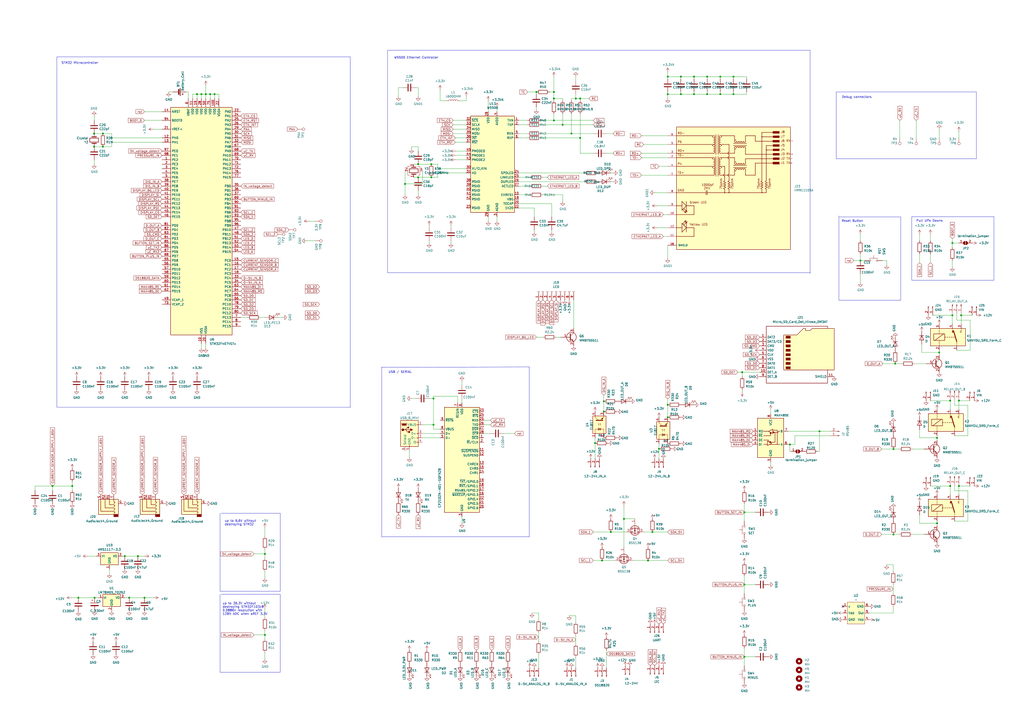
<source format=kicad_sch>
(kicad_sch (version 20231120) (generator "eeschema") (generator_version "8.0")
  (paper "A2")
  (lib_symbols
    (symbol "+3.3V_1" (power) (pin_numbers hide) (pin_names (offset 0) hide)
      (property "Value" "+3.3V" (at 0 3.556 0))
      (symbol "+3.3V_1_1_1"
        (pin power_in line (at 0 0 90) (length 0) (name "~") (number "1"))
      )
    )
    (symbol "4xxx:XGZP6847A"
      (property "Reference" "U" (at 4.318 2.54 0))
      (symbol "XGZP6847A_1_1"
        (pin no_connect line (at -5.08 0 0) (length 2.54) (name "x") (number "1"))
        (pin power_in line (at -5.08 -3.81 0) (length 2.54) (name "Vdd") (number "2"))
        (pin power_in line (at -5.08 -7.62 0) (length 2.54) (name "GND") (number "3"))
        (pin power_in line (at 10.16 -7.62 180) (length 2.54) (name "Vdd") (number "4"))
        (pin output line (at 10.16 -3.81 180) (length 2.54) (name "Out") (number "5"))
        (pin power_in line (at 10.16 0 180) (length 2.54) (name "GND") (number "6"))
      )
    )
    (symbol "Connector:Conn_01x02_Pin" (pin_names (offset 1.016) hide)
      (property "Reference" "J" (at 0 2.54 0))
      (property "Value" "Conn_01x02_Pin" (at 0 -5.08 0))
      (symbol "Conn_01x02_Pin_1_1"
        (pin passive line (at 5.08 0 180) (length 3.81) (name "Pin_1") (number "1"))
        (pin passive line (at 5.08 -2.54 180) (length 3.81) (name "Pin_2") (number "2"))
      )
    )
    (symbol "Connector:Conn_01x03_Pin" (pin_names (offset 1.016) hide)
      (property "Reference" "J" (at 0 5.08 0))
      (property "Value" "Conn_01x03_Pin" (at 0 -5.08 0))
      (symbol "Conn_01x03_Pin_1_1"
        (pin passive line (at 5.08 2.54 180) (length 3.81) (name "Pin_1") (number "1"))
        (pin passive line (at 5.08 0 180) (length 3.81) (name "Pin_2") (number "2"))
        (pin passive line (at 5.08 -2.54 180) (length 3.81) (name "Pin_3") (number "3"))
      )
    )
    (symbol "Connector:Conn_01x04_Pin" (pin_names (offset 1.016) hide)
      (property "Reference" "J" (at 0 5.08 0))
      (property "Value" "Conn_01x04_Pin" (at 0 -7.62 0))
      (symbol "Conn_01x04_Pin_1_1"
        (pin passive line (at 5.08 2.54 180) (length 3.81) (name "Pin_1") (number "1"))
        (pin passive line (at 5.08 0 180) (length 3.81) (name "Pin_2") (number "2"))
        (pin passive line (at 5.08 -2.54 180) (length 3.81) (name "Pin_3") (number "3"))
        (pin passive line (at 5.08 -5.08 180) (length 3.81) (name "Pin_4") (number "4"))
      )
    )
    (symbol "Connector:Conn_01x09_Socket" (pin_names (offset 1.016) hide)
      (property "Reference" "J" (at 0 12.7 0))
      (property "Value" "Conn_01x09_Socket" (at 0 -12.7 0))
      (symbol "Conn_01x09_Socket_1_1"
        (pin passive line (at -5.08 10.16 0) (length 3.81) (name "Pin_1") (number "1"))
        (pin passive line (at -5.08 7.62 0) (length 3.81) (name "Pin_2") (number "2"))
        (pin passive line (at -5.08 5.08 0) (length 3.81) (name "Pin_3") (number "3"))
        (pin passive line (at -5.08 2.54 0) (length 3.81) (name "Pin_4") (number "4"))
        (pin passive line (at -5.08 0 0) (length 3.81) (name "Pin_5") (number "5"))
        (pin passive line (at -5.08 -2.54 0) (length 3.81) (name "Pin_6") (number "6"))
        (pin passive line (at -5.08 -5.08 0) (length 3.81) (name "Pin_7") (number "7"))
        (pin passive line (at -5.08 -7.62 0) (length 3.81) (name "Pin_8") (number "8"))
        (pin passive line (at -5.08 -10.16 0) (length 3.81) (name "Pin_9") (number "9"))
      )
    )
    (symbol "Connector:Micro_SD_Card_Det_Hirose_DM3AT"
      (property "Reference" "J" (at -16.51 17.78 0))
      (property "Value" "Micro_SD_Card_Det_Hirose_DM3AT" (at 16.51 17.78 0))
      (symbol "Micro_SD_Card_Det_Hirose_DM3AT_1_1"
        (pin bidirectional line (at -22.86 10.16 0) (length 3.81) (name "DAT2") (number "1"))
        (pin passive line (at -22.86 -10.16 0) (length 3.81) (name "DET_A") (number "10"))
        (pin passive line (at 20.32 -12.7 180) (length 3.81) (name "SHIELD") (number "11"))
        (pin bidirectional line (at -22.86 7.62 0) (length 3.81) (name "DAT3/CD") (number "2"))
        (pin input line (at -22.86 5.08 0) (length 3.81) (name "CMD") (number "3"))
        (pin power_in line (at -22.86 2.54 0) (length 3.81) (name "VDD") (number "4"))
        (pin input line (at -22.86 0 0) (length 3.81) (name "CLK") (number "5"))
        (pin power_in line (at -22.86 -2.54 0) (length 3.81) (name "VSS") (number "6"))
        (pin bidirectional line (at -22.86 -5.08 0) (length 3.81) (name "DAT0") (number "7"))
        (pin bidirectional line (at -22.86 -7.62 0) (length 3.81) (name "DAT1") (number "8"))
        (pin passive line (at -22.86 -12.7 0) (length 3.81) (name "DET_B") (number "9"))
      )
    )
    (symbol "Connector:TestPoint" (pin_numbers hide) (pin_names (offset 0.762) hide)
      (property "Reference" "TP" (at 0 6.858 0))
      (property "Value" "TestPoint" (at 0 5.08 0))
      (symbol "TestPoint_1_1"
        (pin passive line (at 0 0 90) (length 2.54) (name "1") (number "1"))
      )
    )
    (symbol "Connector:USB_B_Mini" (pin_names (offset 1.016))
      (property "Reference" "J" (at -5.08 11.43 0))
      (property "Value" "USB_B_Mini" (at -5.08 8.89 0))
      (symbol "USB_B_Mini_1_1"
        (pin power_out line (at 7.62 5.08 180) (length 2.54) (name "VBUS") (number "1"))
        (pin bidirectional line (at 7.62 -2.54 180) (length 2.54) (name "D-") (number "2"))
        (pin bidirectional line (at 7.62 0 180) (length 2.54) (name "D+") (number "3"))
        (pin passive line (at 7.62 -5.08 180) (length 2.54) (name "ID") (number "4"))
        (pin power_out line (at 0 -10.16 90) (length 2.54) (name "GND") (number "5"))
        (pin passive line (at -2.54 -10.16 90) (length 2.54) (name "Shield") (number "6"))
      )
    )
    (symbol "Connector_Audio:AudioJack4_Ground"
      (property "Reference" "J" (at 0 8.89 0))
      (property "Value" "AudioJack4_Ground" (at 0 6.35 0))
      (symbol "AudioJack4_Ground_1_1"
        (pin passive line (at 0 -10.16 90) (length 2.54) (name "~") (number "G"))
        (pin passive line (at 5.08 -2.54 180) (length 2.54) (name "~") (number "R1"))
        (pin passive line (at 5.08 0 180) (length 2.54) (name "~") (number "R2"))
        (pin passive line (at 5.08 2.54 180) (length 2.54) (name "~") (number "S"))
        (pin passive line (at 5.08 -5.08 180) (length 2.54) (name "~") (number "T"))
      )
    )
    (symbol "Device:Battery_Cell" (pin_numbers hide) (pin_names (offset 0) hide)
      (property "Reference" "BT" (at 2.54 2.54 0))
      (property "Value" "Battery_Cell" (at 2.54 0 0))
      (symbol "Battery_Cell_1_1"
        (pin passive line (at 0 5.08 270) (length 2.54) (name "+") (number "1"))
        (pin passive line (at 0 -2.54 90) (length 2.54) (name "-") (number "2"))
      )
    )
    (symbol "Device:C" (pin_numbers hide) (pin_names (offset 0.254))
      (property "Reference" "C" (at 0.635 2.54 0))
      (property "Value" "C" (at 0.635 -2.54 0))
      (symbol "C_1_1"
        (pin passive line (at 0 3.81 270) (length 2.794) (name "~") (number "1"))
        (pin passive line (at 0 -3.81 90) (length 2.794) (name "~") (number "2"))
      )
    )
    (symbol "Device:C_Polarized" (pin_numbers hide) (pin_names (offset 0.254))
      (property "Reference" "C" (at 0.635 2.54 0))
      (property "Value" "C_Polarized" (at 0.635 -2.54 0))
      (symbol "C_Polarized_1_1"
        (pin passive line (at 0 3.81 270) (length 2.794) (name "~") (number "1"))
        (pin passive line (at 0 -3.81 90) (length 2.794) (name "~") (number "2"))
      )
    )
    (symbol "Device:Crystal" (pin_numbers hide) (pin_names (offset 1.016) hide)
      (property "Reference" "Y" (at 0 3.81 0))
      (property "Value" "Crystal" (at 0 -3.81 0))
      (symbol "Crystal_1_1"
        (pin passive line (at -3.81 0 0) (length 1.27) (name "1") (number "1"))
        (pin passive line (at 3.81 0 180) (length 1.27) (name "2") (number "2"))
      )
    )
    (symbol "Device:Crystal_GND24" (pin_names (offset 1.016) hide)
      (property "Reference" "Y" (at 3.175 5.08 0))
      (property "Value" "Crystal_GND24" (at 3.175 3.175 0))
      (symbol "Crystal_GND24_1_1"
        (pin passive line (at -3.81 0 0) (length 1.27) (name "1") (number "1"))
        (pin passive line (at 0 5.08 270) (length 1.27) (name "2") (number "2"))
        (pin passive line (at 3.81 0 180) (length 1.27) (name "3") (number "3"))
        (pin passive line (at 0 -5.08 90) (length 1.27) (name "4") (number "4"))
      )
    )
    (symbol "Device:D" (pin_numbers hide) (pin_names (offset 1.016) hide)
      (property "Reference" "D" (at 0 2.54 0))
      (property "Value" "D" (at 0 -2.54 0))
      (symbol "D_1_1"
        (pin passive line (at -3.81 0 0) (length 2.54) (name "K") (number "1"))
        (pin passive line (at 3.81 0 180) (length 2.54) (name "A") (number "2"))
      )
    )
    (symbol "Device:L" (pin_numbers hide) (pin_names (offset 1.016) hide)
      (property "Reference" "L" (at -1.27 0 90))
      (property "Value" "L" (at 1.905 0 90))
      (symbol "L_1_1"
        (pin passive line (at 0 3.81 270) (length 1.27) (name "1") (number "1"))
        (pin passive line (at 0 -3.81 90) (length 1.27) (name "2") (number "2"))
      )
    )
    (symbol "Device:LED" (pin_numbers hide) (pin_names (offset 1.016) hide)
      (property "Reference" "D" (at 0 2.54 0))
      (property "Value" "LED" (at 0 -2.54 0))
      (symbol "LED_1_1"
        (pin passive line (at -3.81 0 0) (length 2.54) (name "K") (number "1"))
        (pin passive line (at 3.81 0 180) (length 2.54) (name "A") (number "2"))
      )
    )
    (symbol "Device:R" (pin_numbers hide) (pin_names (offset 0))
      (property "Reference" "R" (at 2.032 0 90))
      (property "Value" "R" (at 0 0 90))
      (symbol "R_1_1"
        (pin passive line (at 0 3.81 270) (length 1.27) (name "~") (number "1"))
        (pin passive line (at 0 -3.81 90) (length 1.27) (name "~") (number "2"))
      )
    )
    (symbol "HR911105A:HR911105A" (pin_names (offset 1.016))
      (property "Reference" "J" (at -33.1724 36.2458 0))
      (property "Value" "HR911105A_HR911105A" (at -33.1216 -38.227 0))
      (symbol "HR911105A_0_0"
        (text "1000pF" (at -18.4912 1.2446 0) (effects (font (size 1.27 1.27)) (justify left bottom)))
        (text "2KV" (at -17.2212 -0.6604 0) (effects (font (size 1.27 1.27)) (justify left bottom)))
        (text "75ohm" (at -6.4008 -0.6604 900) (effects (font (size 1.27 1.27)) (justify left bottom)))
        (text "75ohm" (at 0 -0.6604 900) (effects (font (size 1.27 1.27)) (justify left bottom)))
        (text "75ohm" (at 15.3416 -0.6604 900) (effects (font (size 1.27 1.27)) (justify left bottom)))
        (text "75ohm" (at 21.6916 -0.6604 900) (effects (font (size 1.27 1.27)) (justify left bottom)))
        (text "GND" (at -32.5374 -1.905 0) (effects (font (size 1.27 1.27)) (justify left bottom)))
        (text "Green LED" (at -25.5016 -8.9154 0) (effects (font (size 1.27 1.27)) (justify left bottom)))
        (text "J1 TX+" (at 27.432 13.9954 0) (effects (font (size 1.27 1.27)) (justify left bottom)))
        (text "J2 TX-" (at 27.4574 16.5862 0) (effects (font (size 1.27 1.27)) (justify left bottom)))
        (text "J3 RX+" (at 27.4574 19.1516 0) (effects (font (size 1.27 1.27)) (justify left bottom)))
        (text "J4" (at 27.4574 21.717 0) (effects (font (size 1.27 1.27)) (justify left bottom)))
        (text "J5" (at 27.4828 24.257 0) (effects (font (size 1.27 1.27)) (justify left bottom)))
        (text "J6 RX-" (at 27.4574 26.8224 0) (effects (font (size 1.27 1.27)) (justify left bottom)))
        (text "J7" (at 27.4574 29.3624 0) (effects (font (size 1.27 1.27)) (justify left bottom)))
        (text "J8" (at 27.4574 31.9278 0) (effects (font (size 1.27 1.27)) (justify left bottom)))
        (text "P4" (at -32.5374 13.4112 0) (effects (font (size 1.27 1.27)) (justify left bottom)))
        (text "P5" (at -32.5374 26.162 0) (effects (font (size 1.27 1.27)) (justify left bottom)))
        (text "RD+" (at -32.4866 21.0312 0) (effects (font (size 1.27 1.27)) (justify left bottom)))
        (text "RD-" (at -32.4866 31.2166 0) (effects (font (size 1.27 1.27)) (justify left bottom)))
        (text "TD+" (at -32.5628 8.3058 0) (effects (font (size 1.27 1.27)) (justify left bottom)))
        (text "TD-" (at -32.512 18.4912 0) (effects (font (size 1.27 1.27)) (justify left bottom)))
        (text "Yellow LED" (at -25.527 -21.717 0) (effects (font (size 1.27 1.27)) (justify left bottom)))
        (pin passive line (at -38.1 7.62 0) (length 5.08) (name "~") (number "1"))
        (pin passive line (at -38.1 -15.24 0) (length 5.08) (name "~") (number "10"))
        (pin passive line (at -38.1 -27.94 0) (length 5.08) (name "~") (number "11"))
        (pin passive line (at -38.1 -22.86 0) (length 5.08) (name "~") (number "12"))
        (pin passive line (at -38.1 -33.02 0) (length 5.08) (name "SHIELD") (number "15"))
        (pin passive line (at -38.1 -33.02 0) (length 5.08) (name "SHIELD") (number "16"))
        (pin passive line (at -38.1 17.78 0) (length 5.08) (name "~") (number "2"))
        (pin passive line (at -38.1 20.32 0) (length 5.08) (name "~") (number "3"))
        (pin passive line (at -38.1 12.7 0) (length 5.08) (name "~") (number "4"))
        (pin passive line (at -38.1 25.4 0) (length 5.08) (name "~") (number "5"))
        (pin passive line (at -38.1 30.48 0) (length 5.08) (name "~") (number "6"))
        (pin power_in line (at -38.1 -2.54 0) (length 5.08) (name "~") (number "8"))
        (pin passive line (at -38.1 -10.16 0) (length 5.08) (name "~") (number "9"))
      )
    )
    (symbol "Interface_Ethernet:W5500"
      (property "Reference" "U" (at -11.43 29.21 0))
      (property "Value" "W5500" (at 8.89 29.21 0))
      (symbol "W5500_1_1"
        (pin output line (at 15.24 25.4 180) (length 2.54) (name "TXN") (number "1"))
        (pin passive line (at 15.24 -17.78 180) (length 2.54) (name "EXRES1") (number "10"))
        (pin passive line (at 2.54 30.48 270) (length 2.54) hide (name "AVDD") (number "11"))
        (pin no_connect line (at 12.7 7.62 180) (length 2.54) hide (name "NC") (number "12"))
        (pin no_connect line (at 12.7 5.08 180) (length 2.54) hide (name "NC") (number "13"))
        (pin passive line (at 2.54 -30.48 90) (length 2.54) hide (name "AGND") (number "14"))
        (pin passive line (at 2.54 30.48 270) (length 2.54) hide (name "AVDD") (number "15"))
        (pin passive line (at 2.54 -30.48 90) (length 2.54) hide (name "AGND") (number "16"))
        (pin passive line (at 2.54 30.48 270) (length 2.54) hide (name "AVDD") (number "17"))
        (pin passive line (at 15.24 -20.32 180) (length 2.54) (name "VBG") (number "18"))
        (pin passive line (at 2.54 -30.48 90) (length 2.54) hide (name "AGND") (number "19"))
        (pin output line (at 15.24 22.86 180) (length 2.54) (name "TXP") (number "2"))
        (pin passive line (at 15.24 -22.86 180) (length 2.54) (name "TOCAP") (number "20"))
        (pin passive line (at 2.54 30.48 270) (length 2.54) hide (name "AVDD") (number "21"))
        (pin output line (at 15.24 -25.4 180) (length 2.54) (name "1V2O") (number "22"))
        (pin input line (at -15.24 -25.4 0) (length 2.54) (name "RSVD") (number "23"))
        (pin output line (at 15.24 -5.08 180) (length 2.54) (name "SPDLED") (number "24"))
        (pin output line (at 15.24 -7.62 180) (length 2.54) (name "LINKLED") (number "25"))
        (pin output line (at 15.24 -10.16 180) (length 2.54) (name "DUPLED") (number "26"))
        (pin output line (at 15.24 -12.7 180) (length 2.54) (name "ACTLED") (number "27"))
        (pin power_in line (at -2.54 30.48 270) (length 2.54) (name "VDD") (number "28"))
        (pin power_in line (at -2.54 -30.48 90) (length 2.54) (name "GND") (number "29"))
        (pin power_in line (at 2.54 -30.48 90) (length 2.54) (name "AGND") (number "3"))
        (pin input line (at -15.24 -2.54 0) (length 2.54) (name "XI/CLKIN") (number "30"))
        (pin output line (at -15.24 -5.08 0) (length 2.54) (name "XO") (number "31"))
        (pin input line (at -15.24 25.4 0) (length 2.54) (name "~{SCS}") (number "32"))
        (pin input line (at -15.24 22.86 0) (length 2.54) (name "SCLK") (number "33"))
        (pin output line (at -15.24 20.32 0) (length 2.54) (name "MISO") (number "34"))
        (pin input line (at -15.24 17.78 0) (length 2.54) (name "MOSI") (number "35"))
        (pin input line (at -15.24 15.24 0) (length 2.54) (name "~{INT}") (number "36"))
        (pin input line (at -15.24 12.7 0) (length 2.54) (name "~{RST}") (number "37"))
        (pin input line (at -15.24 -10.16 0) (length 2.54) (name "RSVD") (number "38"))
        (pin input line (at -15.24 -12.7 0) (length 2.54) (name "RSVD") (number "39"))
        (pin power_in line (at 2.54 30.48 270) (length 2.54) (name "AVDD") (number "4"))
        (pin input line (at -15.24 -15.24 0) (length 2.54) (name "RSVD") (number "40"))
        (pin input line (at -15.24 -17.78 0) (length 2.54) (name "RSVD") (number "41"))
        (pin input line (at -15.24 -20.32 0) (length 2.54) (name "RSVD") (number "42"))
        (pin input line (at -15.24 2.54 0) (length 2.54) (name "PMODE2") (number "43"))
        (pin input line (at -15.24 5.08 0) (length 2.54) (name "PMODE1") (number "44"))
        (pin input line (at -15.24 7.62 0) (length 2.54) (name "PMODE0") (number "45"))
        (pin no_connect line (at 12.7 2.54 180) (length 2.54) hide (name "NC") (number "46"))
        (pin no_connect line (at 12.7 0 180) (length 2.54) hide (name "NC") (number "47"))
        (pin passive line (at 2.54 -30.48 90) (length 2.54) hide (name "AGND") (number "48"))
        (pin input line (at 15.24 17.78 180) (length 2.54) (name "RXN") (number "5"))
        (pin input line (at 15.24 15.24 180) (length 2.54) (name "RXP") (number "6"))
        (pin no_connect line (at 12.7 10.16 180) (length 2.54) hide (name "DNC") (number "7"))
        (pin passive line (at 2.54 30.48 270) (length 2.54) hide (name "AVDD") (number "8"))
        (pin passive line (at 2.54 -30.48 90) (length 2.54) hide (name "AGND") (number "9"))
      )
    )
    (symbol "Interface_UART:MAX485E"
      (property "Reference" "U" (at -6.096 11.43 0))
      (property "Value" "MAX485E" (at 0.762 11.43 0))
      (symbol "MAX485E_1_1"
        (pin output line (at -10.16 2.54 0) (length 2.54) (name "RO") (number "1"))
        (pin input line (at -10.16 0 0) (length 2.54) (name "~{RE}") (number "2"))
        (pin input line (at -10.16 -2.54 0) (length 2.54) (name "DE") (number "3"))
        (pin input line (at -10.16 -5.08 0) (length 2.54) (name "DI") (number "4"))
        (pin power_in line (at 0 -15.24 90) (length 2.54) (name "GND") (number "5"))
        (pin bidirectional line (at 10.16 -5.08 180) (length 2.54) (name "A") (number "6"))
        (pin bidirectional line (at 10.16 2.54 180) (length 2.54) (name "B") (number "7"))
        (pin power_in line (at 0 12.7 270) (length 2.54) (name "VCC") (number "8"))
      )
    )
    (symbol "Interface_USB:CP2102N-A01-GQFN28"
      (property "Reference" "U" (at -7.62 31.75 0))
      (property "Value" "Interface_USB_CP2102N-A01-GQFN28" (at 26.67 31.75 0))
      (symbol "CP2102N-A01-GQFN28_1_1"
        (pin input line (at 12.7 12.7 180) (length 2.54) (name "~{DCD}") (number "1"))
        (pin no_connect line (at -10.16 -10.16 0) (length 2.54) hide (name "NC") (number "10"))
        (pin output line (at 12.7 5.08 180) (length 2.54) (name "~{SUSPENDb}") (number "11"))
        (pin output line (at 12.7 2.54 180) (length 2.54) (name "SUSPEND") (number "12"))
        (pin output line (at 12.7 -2.54 180) (length 2.54) (name "CHREN") (number "13"))
        (pin output line (at 12.7 -7.62 180) (length 2.54) (name "CHR1") (number "14"))
        (pin output line (at 12.7 -5.08 180) (length 2.54) (name "CHR0") (number "15"))
        (pin bidirectional line (at 12.7 -20.32 180) (length 2.54) (name "~{WAKEUP}/GPIO.3") (number "16"))
        (pin bidirectional line (at 12.7 -17.78 180) (length 2.54) (name "RS485/GPIO.2") (number "17"))
        (pin bidirectional line (at 12.7 -15.24 180) (length 2.54) (name "~{RXT}/GPIO.1") (number "18"))
        (pin bidirectional line (at 12.7 -12.7 180) (length 2.54) (name "~{TXT}/GPIO.0") (number "19"))
        (pin bidirectional line (at 12.7 10.16 180) (length 2.54) (name "~{RI}/CLK") (number "2"))
        (pin bidirectional line (at 12.7 -27.94 180) (length 2.54) (name "GPIO.6") (number "20"))
        (pin bidirectional line (at 12.7 -25.4 180) (length 2.54) (name "GPIO.5") (number "21"))
        (pin bidirectional line (at 12.7 -22.86 180) (length 2.54) (name "GPIO.4") (number "22"))
        (pin input line (at 12.7 27.94 180) (length 2.54) (name "~{CTS}") (number "23"))
        (pin output line (at 12.7 25.4 180) (length 2.54) (name "~{RTS}") (number "24"))
        (pin input line (at 12.7 22.86 180) (length 2.54) (name "RXD") (number "25"))
        (pin output line (at 12.7 20.32 180) (length 2.54) (name "TXD") (number "26"))
        (pin input line (at 12.7 17.78 180) (length 2.54) (name "~{DSR}") (number "27"))
        (pin output line (at 12.7 15.24 180) (length 2.54) (name "~{DTR}") (number "28"))
        (pin passive line (at 0 -33.02 90) (length 2.54) hide (name "GND") (number "29"))
        (pin power_in line (at 0 -33.02 90) (length 2.54) (name "GND") (number "3"))
        (pin bidirectional line (at -12.7 15.24 0) (length 2.54) (name "D+") (number "4"))
        (pin bidirectional line (at -12.7 12.7 0) (length 2.54) (name "D-") (number "5"))
        (pin passive line (at 0 33.02 270) (length 2.54) (name "VDD") (number "6"))
        (pin power_in line (at -2.54 33.02 270) (length 2.54) (name "REGIN") (number "7"))
        (pin input line (at -12.7 17.78 0) (length 2.54) (name "VBUS") (number "8"))
        (pin input line (at -12.7 22.86 0) (length 2.54) (name "~{RSTb}") (number "9"))
      )
    )
    (symbol "Isolator:EL817" (pin_names (offset 1.016))
      (property "Reference" "U" (at -5.08 5.08 0))
      (property "Value" "EL817" (at 0 5.08 0))
      (symbol "EL817_1_1"
        (pin passive line (at -7.62 2.54 0) (length 2.54) (name "~") (number "1"))
        (pin passive line (at -7.62 -2.54 0) (length 2.54) (name "~") (number "2"))
        (pin passive line (at 7.62 -2.54 180) (length 2.54) (name "~") (number "3"))
        (pin passive line (at 7.62 2.54 180) (length 2.54) (name "~") (number "4"))
      )
    )
    (symbol "Jumper:SolderJumper_2_Open" (pin_names (offset 0) hide)
      (property "Reference" "JP" (at 0 2.032 0))
      (property "Value" "SolderJumper_2_Open" (at 0 -2.54 0))
      (symbol "SolderJumper_2_Open_1_1"
        (pin passive line (at -3.81 0 0) (length 2.54) (name "A") (number "1"))
        (pin passive line (at 3.81 0 180) (length 2.54) (name "B") (number "2"))
      )
    )
    (symbol "MCU_ST_STM32F4:STM32F407VGTx"
      (property "Reference" "U" (at -17.78 67.31 0))
      (property "Value" "STM32F407VGTx" (at 12.7 67.31 0))
      (symbol "STM32F407VGTx_1_1"
        (pin bidirectional line (at -22.86 35.56 0) (length 5.08) (name "PE2") (number "1"))
        (pin power_in line (at 0 -71.12 90) (length 5.08) (name "VSS") (number "10"))
        (pin power_in line (at 7.62 71.12 270) (length 5.08) (name "VDD") (number "100"))
        (pin power_in line (at -5.08 71.12 270) (length 5.08) (name "VDD") (number "11"))
        (pin bidirectional line (at -22.86 48.26 0) (length 5.08) (name "PH0") (number "12"))
        (pin bidirectional line (at -22.86 45.72 0) (length 5.08) (name "PH1") (number "13"))
        (pin input line (at -22.86 63.5 0) (length 5.08) (name "NRST") (number "14"))
        (pin bidirectional line (at 22.86 -22.86 180) (length 5.08) (name "PC0") (number "15"))
        (pin bidirectional line (at 22.86 -25.4 180) (length 5.08) (name "PC1") (number "16"))
        (pin bidirectional line (at 22.86 -27.94 180) (length 5.08) (name "PC2") (number "17"))
        (pin bidirectional line (at 22.86 -30.48 180) (length 5.08) (name "PC3") (number "18"))
        (pin power_in line (at -2.54 71.12 270) (length 5.08) (name "VDD") (number "19"))
        (pin bidirectional line (at -22.86 33.02 0) (length 5.08) (name "PE3") (number "2"))
        (pin power_in line (at 2.54 -71.12 90) (length 5.08) (name "VSSA") (number "20"))
        (pin input line (at -22.86 53.34 0) (length 5.08) (name "VREF+") (number "21"))
        (pin power_in line (at 10.16 71.12 270) (length 5.08) (name "VDDA") (number "22"))
        (pin bidirectional line (at 22.86 63.5 180) (length 5.08) (name "PA0") (number "23"))
        (pin bidirectional line (at 22.86 60.96 180) (length 5.08) (name "PA1") (number "24"))
        (pin bidirectional line (at 22.86 58.42 180) (length 5.08) (name "PA2") (number "25"))
        (pin bidirectional line (at 22.86 55.88 180) (length 5.08) (name "PA3") (number "26"))
        (pin passive line (at 0 -71.12 90) (length 5.08) hide (name "VSS") (number "27"))
        (pin power_in line (at 0 71.12 270) (length 5.08) (name "VDD") (number "28"))
        (pin bidirectional line (at 22.86 53.34 180) (length 5.08) (name "PA4") (number "29"))
        (pin bidirectional line (at -22.86 30.48 0) (length 5.08) (name "PE4") (number "3"))
        (pin bidirectional line (at 22.86 50.8 180) (length 5.08) (name "PA5") (number "30"))
        (pin bidirectional line (at 22.86 48.26 180) (length 5.08) (name "PA6") (number "31"))
        (pin bidirectional line (at 22.86 45.72 180) (length 5.08) (name "PA7") (number "32"))
        (pin bidirectional line (at 22.86 -33.02 180) (length 5.08) (name "PC4") (number "33"))
        (pin bidirectional line (at 22.86 -35.56 180) (length 5.08) (name "PC5") (number "34"))
        (pin bidirectional line (at 22.86 20.32 180) (length 5.08) (name "PB0") (number "35"))
        (pin bidirectional line (at 22.86 17.78 180) (length 5.08) (name "PB1") (number "36"))
        (pin bidirectional line (at 22.86 15.24 180) (length 5.08) (name "PB2") (number "37"))
        (pin bidirectional line (at -22.86 22.86 0) (length 5.08) (name "PE7") (number "38"))
        (pin bidirectional line (at -22.86 20.32 0) (length 5.08) (name "PE8") (number "39"))
        (pin bidirectional line (at -22.86 27.94 0) (length 5.08) (name "PE5") (number "4"))
        (pin bidirectional line (at -22.86 17.78 0) (length 5.08) (name "PE9") (number "40"))
        (pin bidirectional line (at -22.86 15.24 0) (length 5.08) (name "PE10") (number "41"))
        (pin bidirectional line (at -22.86 12.7 0) (length 5.08) (name "PE11") (number "42"))
        (pin bidirectional line (at -22.86 10.16 0) (length 5.08) (name "PE12") (number "43"))
        (pin bidirectional line (at -22.86 7.62 0) (length 5.08) (name "PE13") (number "44"))
        (pin bidirectional line (at -22.86 5.08 0) (length 5.08) (name "PE14") (number "45"))
        (pin bidirectional line (at -22.86 2.54 0) (length 5.08) (name "PE15") (number "46"))
        (pin bidirectional line (at 22.86 -5.08 180) (length 5.08) (name "PB10") (number "47"))
        (pin bidirectional line (at 22.86 -7.62 180) (length 5.08) (name "PB11") (number "48"))
        (pin power_out line (at -22.86 -45.72 0) (length 5.08) (name "VCAP_1") (number "49"))
        (pin bidirectional line (at -22.86 25.4 0) (length 5.08) (name "PE6") (number "5"))
        (pin power_in line (at 2.54 71.12 270) (length 5.08) (name "VDD") (number "50"))
        (pin bidirectional line (at 22.86 -10.16 180) (length 5.08) (name "PB12") (number "51"))
        (pin bidirectional line (at 22.86 -12.7 180) (length 5.08) (name "PB13") (number "52"))
        (pin bidirectional line (at 22.86 -15.24 180) (length 5.08) (name "PB14") (number "53"))
        (pin bidirectional line (at 22.86 -17.78 180) (length 5.08) (name "PB15") (number "54"))
        (pin bidirectional line (at -22.86 -22.86 0) (length 5.08) (name "PD8") (number "55"))
        (pin bidirectional line (at -22.86 -25.4 0) (length 5.08) (name "PD9") (number "56"))
        (pin bidirectional line (at -22.86 -27.94 0) (length 5.08) (name "PD10") (number "57"))
        (pin bidirectional line (at -22.86 -30.48 0) (length 5.08) (name "PD11") (number "58"))
        (pin bidirectional line (at -22.86 -33.02 0) (length 5.08) (name "PD12") (number "59"))
        (pin power_in line (at -7.62 71.12 270) (length 5.08) (name "VBAT") (number "6"))
        (pin bidirectional line (at -22.86 -35.56 0) (length 5.08) (name "PD13") (number "60"))
        (pin bidirectional line (at -22.86 -38.1 0) (length 5.08) (name "PD14") (number "61"))
        (pin bidirectional line (at -22.86 -40.64 0) (length 5.08) (name "PD15") (number "62"))
        (pin bidirectional line (at 22.86 -38.1 180) (length 5.08) (name "PC6") (number "63"))
        (pin bidirectional line (at 22.86 -40.64 180) (length 5.08) (name "PC7") (number "64"))
        (pin bidirectional line (at 22.86 -43.18 180) (length 5.08) (name "PC8") (number "65"))
        (pin bidirectional line (at 22.86 -45.72 180) (length 5.08) (name "PC9") (number "66"))
        (pin bidirectional line (at 22.86 43.18 180) (length 5.08) (name "PA8") (number "67"))
        (pin bidirectional line (at 22.86 40.64 180) (length 5.08) (name "PA9") (number "68"))
        (pin bidirectional line (at 22.86 38.1 180) (length 5.08) (name "PA10") (number "69"))
        (pin bidirectional line (at 22.86 -55.88 180) (length 5.08) (name "PC13") (number "7"))
        (pin bidirectional line (at 22.86 35.56 180) (length 5.08) (name "PA11") (number "70"))
        (pin bidirectional line (at 22.86 33.02 180) (length 5.08) (name "PA12") (number "71"))
        (pin bidirectional line (at 22.86 30.48 180) (length 5.08) (name "PA13") (number "72"))
        (pin power_out line (at -22.86 -48.26 0) (length 5.08) (name "VCAP_2") (number "73"))
        (pin passive line (at 0 -71.12 90) (length 5.08) hide (name "VSS") (number "74"))
        (pin power_in line (at 5.08 71.12 270) (length 5.08) (name "VDD") (number "75"))
        (pin bidirectional line (at 22.86 27.94 180) (length 5.08) (name "PA14") (number "76"))
        (pin bidirectional line (at 22.86 25.4 180) (length 5.08) (name "PA15") (number "77"))
        (pin bidirectional line (at 22.86 -48.26 180) (length 5.08) (name "PC10") (number "78"))
        (pin bidirectional line (at 22.86 -50.8 180) (length 5.08) (name "PC11") (number "79"))
        (pin bidirectional line (at 22.86 -58.42 180) (length 5.08) (name "PC14") (number "8"))
        (pin bidirectional line (at 22.86 -53.34 180) (length 5.08) (name "PC12") (number "80"))
        (pin bidirectional line (at -22.86 -2.54 0) (length 5.08) (name "PD0") (number "81"))
        (pin bidirectional line (at -22.86 -5.08 0) (length 5.08) (name "PD1") (number "82"))
        (pin bidirectional line (at -22.86 -7.62 0) (length 5.08) (name "PD2") (number "83"))
        (pin bidirectional line (at -22.86 -10.16 0) (length 5.08) (name "PD3") (number "84"))
        (pin bidirectional line (at -22.86 -12.7 0) (length 5.08) (name "PD4") (number "85"))
        (pin bidirectional line (at -22.86 -15.24 0) (length 5.08) (name "PD5") (number "86"))
        (pin bidirectional line (at -22.86 -17.78 0) (length 5.08) (name "PD6") (number "87"))
        (pin bidirectional line (at -22.86 -20.32 0) (length 5.08) (name "PD7") (number "88"))
        (pin bidirectional line (at 22.86 12.7 180) (length 5.08) (name "PB3") (number "89"))
        (pin bidirectional line (at 22.86 -60.96 180) (length 5.08) (name "PC15") (number "9"))
        (pin bidirectional line (at 22.86 10.16 180) (length 5.08) (name "PB4") (number "90"))
        (pin bidirectional line (at 22.86 7.62 180) (length 5.08) (name "PB5") (number "91"))
        (pin bidirectional line (at 22.86 5.08 180) (length 5.08) (name "PB6") (number "92"))
        (pin bidirectional line (at 22.86 2.54 180) (length 5.08) (name "PB7") (number "93"))
        (pin input line (at -22.86 58.42 0) (length 5.08) (name "BOOT0") (number "94"))
        (pin bidirectional line (at 22.86 0 180) (length 5.08) (name "PB8") (number "95"))
        (pin bidirectional line (at 22.86 -2.54 180) (length 5.08) (name "PB9") (number "96"))
        (pin bidirectional line (at -22.86 40.64 0) (length 5.08) (name "PE0") (number "97"))
        (pin bidirectional line (at -22.86 38.1 0) (length 5.08) (name "PE1") (number "98"))
        (pin passive line (at 0 -71.12 90) (length 5.08) hide (name "VSS") (number "99"))
      )
    )
    (symbol "Mechanical:MountingHole" (pin_names (offset 1.016))
      (property "Reference" "H" (at 0 5.08 0))
      (property "Value" "MountingHole" (at 0 3.175 0))
    )
    (symbol "Regulator_Linear:AMS1117-3.3"
      (property "Reference" "U" (at -3.81 3.175 0))
      (property "Value" "AMS1117-3.3" (at 0 3.175 0))
      (symbol "AMS1117-3.3_1_1"
        (pin power_in line (at 0 -7.62 90) (length 2.54) (name "GND") (number "1"))
        (pin power_out line (at 7.62 0 180) (length 2.54) (name "VO") (number "2"))
        (pin power_in line (at -7.62 0 0) (length 2.54) (name "VI") (number "3"))
      )
    )
    (symbol "Regulator_Linear:LM78M05_TO252" (pin_names (offset 0.254))
      (property "Reference" "U" (at -3.81 3.175 0))
      (property "Value" "LM78M05_TO252" (at 0 3.175 0))
      (symbol "LM78M05_TO252_1_1"
        (pin power_in line (at -7.62 0 0) (length 2.54) (name "VI") (number "1"))
        (pin power_in line (at 0 -7.62 90) (length 2.54) (name "GND") (number "2"))
        (pin power_out line (at 7.62 0 180) (length 2.54) (name "VO") (number "3"))
      )
    )
    (symbol "Relay:SANYOU_SRD_Form_C"
      (property "Reference" "K" (at 11.43 3.81 0))
      (property "Value" "SANYOU_SRD_Form_C" (at 11.43 1.27 0))
      (symbol "SANYOU_SRD_Form_C_1_1"
        (pin passive line (at 5.08 -7.62 90) (length 2.54) (name "~") (number "1"))
        (pin passive line (at -5.08 -7.62 90) (length 2.54) (name "~") (number "2"))
        (pin passive line (at 7.62 7.62 270) (length 2.54) (name "~") (number "3"))
        (pin passive line (at 2.54 7.62 270) (length 2.54) (name "~") (number "4"))
        (pin passive line (at -5.08 7.62 270) (length 2.54) (name "~") (number "5"))
      )
    )
    (symbol "Switch:SW_Push" (pin_numbers hide) (pin_names (offset 1.016) hide)
      (property "Reference" "SW" (at 1.27 2.54 0))
      (property "Value" "SW_Push" (at 0 -1.524 0))
      (symbol "SW_Push_0_1"
        (pin passive line (at -5.08 0 0) (length 2.54) (name "1") (number "1"))
        (pin passive line (at 5.08 0 180) (length 2.54) (name "2") (number "2"))
      )
    )
    (symbol "Transistor_BJT:MMBT5551L" (pin_names (offset 0) hide)
      (property "Reference" "Q" (at 5.08 1.905 0))
      (property "Value" "MMBT5551L" (at 5.08 0 0))
      (symbol "MMBT5551L_1_1"
        (pin input line (at -5.08 0 0) (length 5.715) (name "B") (number "1"))
        (pin passive line (at 2.54 -5.08 90) (length 2.54) (name "E") (number "2"))
        (pin passive line (at 2.54 5.08 270) (length 2.54) (name "C") (number "3"))
      )
    )
    (symbol "Transistor_FET:BSS138" (pin_names hide)
      (property "Reference" "Q" (at 5.08 1.905 0))
      (property "Value" "BSS138" (at 5.08 0 0))
      (symbol "BSS138_1_1"
        (pin input line (at -5.08 0 0) (length 2.54) (name "G") (number "1"))
        (pin passive line (at 2.54 -5.08 90) (length 2.54) (name "S") (number "2"))
        (pin passive line (at 2.54 5.08 270) (length 2.54) (name "D") (number "3"))
      )
    )
    (symbol "power:+12V" (power) (pin_names (offset 0))
      (property "Value" "+12V" (at 0 3.556 0))
      (symbol "+12V_1_1"
        (pin power_in line (at 0 0 90) (length 0) hide (name "+12V") (number "1"))
      )
    )
    (symbol "power:+3.3VA" (power) (pin_names (offset 0))
      (property "Value" "+3.3VA" (at 0 3.556 0))
      (symbol "+3.3VA_1_1"
        (pin power_in line (at 0 0 90) (length 0) hide (name "+3.3VA") (number "1"))
      )
    )
    (symbol "power:+5V" (power) (pin_names (offset 0))
      (property "Value" "+5V" (at 0 3.556 0))
      (symbol "+5V_1_1"
        (pin power_in line (at 0 0 90) (length 0) hide (name "+5V") (number "1"))
      )
    )
    (symbol "power:GND" (power) (pin_names (offset 0))
      (property "Value" "GND" (at 0 -3.81 0))
      (symbol "GND_1_1"
        (pin power_in line (at 0 0 270) (length 0) hide (name "GND") (number "1"))
      )
    )
    (symbol "power:GND1" (power) (pin_names (offset 0))
      (property "Value" "GND1" (at 0 -3.81 0))
      (symbol "GND1_1_1"
        (pin power_in line (at 0 0 270) (length 0) hide (name "GND1") (number "1"))
      )
    )
  )
  (junction (at 334.01 57.15))
  (junction (at 519.303 210.947))
  (junction (at 74.93 346.71))
  (junction (at 250.19 95.25))
  (junction (at 59.69 77.47))
  (junction (at 54.61 85.09))
  (junction (at 417.83 44.45))
  (junction (at 251.46 246.38))
  (junction (at 378.46 308.61))
  (junction (at 394.97 44.45))
  (junction (at 331.47 77.47))
  (junction (at 410.21 54.61))
  (junction (at 543.56 254))
  (junction (at 116.84 54.61))
  (junction (at 83.82 346.71))
  (junction (at 153.67 321.31))
  (junction (at 350.266 238.76))
  (junction (at 54.864 346.71))
  (junction (at 431.8 381))
  (junction (at 387.35 242.062))
  (junction (at 518.287 310.007))
  (junction (at 326.39 72.39))
  (junction (at 121.92 54.61))
  (junction (at 54.61 77.47))
  (junction (at 41.91 281.94))
  (junction (at 350.266 232.791))
  (junction (at 321.31 69.85))
  (junction (at 394.97 54.61))
  (junction (at 124.46 54.61))
  (junction (at 345.186 257.048))
  (junction (at 30.48 281.94))
  (junction (at 59.69 85.09))
  (junction (at 551.18 232.41))
  (junction (at 311.15 53.34))
  (junction (at 543.56 303.53))
  (junction (at 72.39 322.58))
  (junction (at 387.35 44.45))
  (junction (at 552.45 182.88))
  (junction (at 417.83 54.61))
  (junction (at 336.55 80.01))
  (junction (at 250.19 102.87))
  (junction (at 425.45 54.61))
  (junction (at 425.45 44.45))
  (junction (at 336.55 57.15))
  (junction (at 354.33 308.61))
  (junction (at 499.11 151.13))
  (junction (at 387.35 234.823))
  (junction (at 119.38 54.61))
  (junction (at 349.25 325.12))
  (junction (at 375.92 325.12))
  (junction (at 114.3 54.61))
  (junction (at 242.57 102.87))
  (junction (at 382.27 260.35))
  (junction (at 410.21 44.45))
  (junction (at 387.35 54.61))
  (junction (at 557.53 182.88))
  (junction (at 321.31 57.15))
  (junction (at 45.466 346.71))
  (junction (at 402.59 44.45))
  (junction (at 475.361 250.19))
  (junction (at 518.287 260.477))
  (junction (at 242.57 95.25))
  (junction (at 552.45 140.97))
  (junction (at 431.8 339.09))
  (junction (at 321.31 53.34))
  (junction (at 431.8 297.18))
  (junction (at 551.18 281.94))
  (junction (at 458.216 257.81))
  (junction (at 153.67 368.3))
  (junction (at 251.46 231.14))
  (junction (at 80.01 322.58))
  (junction (at 361.95 300.99))
  (junction (at 544.83 204.47))
  (junction (at 556.26 232.41))
  (junction (at 430.53 215.9))
  (junction (at 234.95 106.68))
  (junction (at 402.59 54.61))
  (junction (at 556.26 281.94))
  (no_connect (at 488.95 351.79))
  (wire (pts (xy 519.303 210.947) (xy 522.859 210.947)))
  (wire (pts (xy 354.33 308.61) (xy 363.22 308.61)))
  (wire (pts (xy 283.21 58.42) (xy 283.21 64.77)))
  (wire (pts (xy 80.01 322.58) (xy 83.82 322.58)))
  (wire (pts (xy 331.47 57.15) (xy 334.01 57.15)))
  (polyline (pts (xy 576.58 125.73) (xy 576.58 162.56)))
  (polyline (pts (xy 224.79 158.115) (xy 469.9 158.115)))
  (wire (pts (xy 518.287 260.477) (xy 521.589 260.477)))
  (wire (pts (xy 41.91 281.94) (xy 41.91 279.4)))
  (wire (pts (xy 354.33 105.41) (xy 355.6 105.41)))
  (wire (pts (xy 529.209 310.007) (xy 535.94 310.007)))
  (polyline (pts (xy 162.56 297.815) (xy 162.56 342.9)))
  (wire (pts (xy 344.17 325.12) (xy 349.25 325.12)))
  (wire (pts (xy 321.31 44.45) (xy 321.31 53.34)))
  (wire (pts (xy 561.467 252.73) (xy 553.72 252.73)))
  (wire (pts (xy 284.48 246.38) (xy 280.67 246.38)))
  (wire (pts (xy 431.8 297.18) (xy 431.8 292.1)))
  (wire (pts (xy 431.8 381) (xy 431.8 375.92)))
  (wire (pts (xy 512.1631 210.947) (xy 519.303 210.947)))
  (wire (pts (xy 264.16 92.71) (xy 270.51 92.71)))
  (wire (pts (xy 499.11 147.32) (xy 499.11 151.13)))
  (wire (pts (xy 553.72 281.432) (xy 553.72 284.607)))
  (wire (pts (xy 425.45 44.45) (xy 417.83 44.45)))
  (wire (pts (xy 72.39 322.58) (xy 80.01 322.58)))
  (polyline (pts (xy 203.2 33.02) (xy 203.2 236.22)))
  (polyline (pts (xy 485.14 92.075) (xy 485.14 53.34)))
  (wire (pts (xy 283.21 125.73) (xy 283.21 128.27)))
  (wire (pts (xy 314.96 195.58) (xy 311.15 195.58)))
  (wire (pts (xy 251.46 231.14) (xy 251.46 246.38)))
  (wire (pts (xy 533.4 147.32) (xy 533.4 152.4)))
  (wire (pts (xy 309.88 133.35) (xy 309.88 134.62)))
  (wire (pts (xy 417.83 53.34) (xy 417.83 54.61)))
  (wire (pts (xy 313.69 69.85) (xy 321.31 69.85)))
  (wire (pts (xy 153.67 311.15) (xy 153.67 306.07)))
  (wire (pts (xy 552.45 140.97) (xy 552.45 138.43)))
  (wire (pts (xy 518.16 351.79) (xy 518.16 355.6)))
  (wire (pts (xy 361.95 293.37) (xy 361.95 300.99)))
  (wire (pts (xy 350.266 232.791) (xy 350.266 238.76)))
  (wire (pts (xy 551.18 231.902) (xy 551.18 232.41)))
  (polyline (pts (xy 128.27 344.805) (xy 162.56 344.805)))
  (wire (pts (xy 245.11 106.68) (xy 234.95 106.68)))
  (wire (pts (xy 556.26 231.902) (xy 556.26 232.41)))
  (wire (pts (xy 372.11 88.9) (xy 387.35 88.9)))
  (wire (pts (xy 410.21 54.61) (xy 417.83 54.61)))
  (wire (pts (xy 334.01 368.554) (xy 334.01 373.634)))
  (wire (pts (xy 518.16 327.66) (xy 518.16 331.47)))
  (wire (pts (xy 553.72 235.077) (xy 561.467 235.077)))
  (wire (pts (xy 153.67 368.3) (xy 153.67 370.84)))
  (wire (pts (xy 111.76 54.61) (xy 111.76 57.15)))
  (wire (pts (xy 254 100.33) (xy 254 102.87)))
  (wire (pts (xy 321.31 53.34) (xy 321.31 57.15)))
  (wire (pts (xy 74.93 346.71) (xy 83.82 346.71)))
  (wire (pts (xy 292.1 251.46) (xy 298.45 251.46)))
  (wire (pts (xy 394.97 44.45) (xy 387.35 44.45)))
  (wire (pts (xy 318.77 53.34) (xy 321.31 53.34)))
  (wire (pts (xy 240.03 102.87) (xy 242.57 102.87)))
  (wire (pts (xy 417.83 54.61) (xy 425.45 54.61)))
  (wire (pts (xy 59.69 85.09) (xy 64.77 85.09)))
  (wire (pts (xy 261.62 130.81) (xy 261.62 132.08)))
  (wire (pts (xy 251.46 229.87) (xy 251.46 231.14)))
  (wire (pts (xy 309.88 120.65) (xy 309.88 125.73)))
  (wire (pts (xy 262.89 72.39) (xy 270.51 72.39)))
  (polyline (pts (xy 522.605 174.117) (xy 486.664 174.117)))
  (wire (pts (xy 533.4 298.831) (xy 533.4 303.53)))
  (wire (pts (xy 350.266 229.235) (xy 350.266 232.791)))
  (wire (pts (xy 551.18 232.41) (xy 551.18 237.49)))
  (polyline (pts (xy 485.14 53.34) (xy 566.42 53.34)))
  (wire (pts (xy 425.45 45.72) (xy 425.45 44.45)))
  (wire (pts (xy 151.13 184.15) (xy 153.67 184.15)))
  (wire (pts (xy 54.61 77.47) (xy 59.69 77.47)))
  (wire (pts (xy 116.84 199.39) (xy 116.84 201.93)))
  (wire (pts (xy 242.57 50.8) (xy 242.57 55.88)))
  (wire (pts (xy 351.79 77.47) (xy 355.6 77.47)))
  (wire (pts (xy 238.76 85.09) (xy 238.76 86.36)))
  (wire (pts (xy 382.27 96.52) (xy 387.35 96.52)))
  (polyline (pts (xy 485.14 92.075) (xy 566.42 92.075)))
  (wire (pts (xy 430.53 215.9) (xy 440.69 215.9)))
  (wire (pts (xy 557.53 182.88) (xy 563.88 182.88)))
  (wire (pts (xy 83.82 346.71) (xy 89.154 346.71)))
  (wire (pts (xy 367.03 325.12) (xy 375.92 325.12)))
  (wire (pts (xy 313.69 72.39) (xy 326.39 72.39)))
  (wire (pts (xy 231.14 55.88) (xy 231.14 50.8)))
  (wire (pts (xy 74.93 346.71) (xy 72.39 346.71)))
  (wire (pts (xy 109.22 53.34) (xy 109.22 57.15)))
  (polyline (pts (xy 33.02 33.02) (xy 203.2 33.02)))
  (wire (pts (xy 30.48 284.48) (xy 30.48 281.94)))
  (wire (pts (xy 300.99 105.41) (xy 339.09 105.41)))
  (polyline (pts (xy 162.56 389.89) (xy 127.635 389.89)))
  (wire (pts (xy 427.99 215.9) (xy 430.53 215.9)))
  (wire (pts (xy 321.31 57.15) (xy 326.39 57.15)))
  (wire (pts (xy 431.8 344.17) (xy 431.8 339.09)))
  (wire (pts (xy 361.95 300.99) (xy 361.95 317.5)))
  (wire (pts (xy 114.3 54.61) (xy 114.3 57.15)))
  (wire (pts (xy 54.61 69.85) (xy 54.61 67.31)))
  (wire (pts (xy 240.03 95.25) (xy 242.57 95.25)))
  (wire (pts (xy 561.467 302.26) (xy 553.72 302.26)))
  (wire (pts (xy 561.467 284.607) (xy 561.467 302.26)))
  (wire (pts (xy 521.97 80.01) (xy 521.97 69.85)))
  (wire (pts (xy 518.287 310.007) (xy 521.589 310.007)))
  (wire (pts (xy 261.62 139.7) (xy 261.62 140.97)))
  (wire (pts (xy 556.26 281.94) (xy 556.26 287.02)))
  (wire (pts (xy 116.84 54.61) (xy 119.38 54.61)))
  (polyline (pts (xy 162.56 342.9) (xy 127.635 342.9)))
  (wire (pts (xy 402.59 45.72) (xy 402.59 44.45)))
  (wire (pts (xy 153.67 365.76) (xy 153.67 368.3)))
  (wire (pts (xy 116.84 57.15) (xy 116.84 54.61)))
  (wire (pts (xy 557.53 182.88) (xy 557.53 187.96)))
  (wire (pts (xy 88.9 74.93) (xy 93.98 74.93)))
  (wire (pts (xy 387.35 53.34) (xy 387.35 54.61)))
  (wire (pts (xy 119.38 54.61) (xy 121.92 54.61)))
  (wire (pts (xy 306.07 80.01) (xy 300.99 80.01)))
  (wire (pts (xy 351.79 377.19) (xy 351.79 387.35)))
  (wire (pts (xy 41.402 346.71) (xy 45.466 346.71)))
  (wire (pts (xy 331.47 77.47) (xy 344.17 77.47)))
  (wire (pts (xy 300.99 102.87) (xy 307.34 102.87)))
  (wire (pts (xy 300.99 118.11) (xy 320.04 118.11)))
  (wire (pts (xy 288.29 125.73) (xy 288.29 128.27)))
  (wire (pts (xy 267.97 299.72) (xy 267.97 303.53)))
  (wire (pts (xy 241.3 231.14) (xy 238.76 231.14)))
  (wire (pts (xy 387.35 231.394) (xy 387.35 234.823)))
  (polyline (pts (xy 221.234 213.106) (xy 307.086 212.852)))
  (wire (pts (xy 147.32 368.3) (xy 153.67 368.3)))
  (wire (pts (xy 534.67 199.771) (xy 534.67 204.47)))
  (wire (pts (xy 64.77 82.55) (xy 93.98 82.55)))
  (wire (pts (xy 447.04 269.748) (xy 447.04 267.97)))
  (wire (pts (xy 182.88 128.27) (xy 179.07 128.27)))
  (wire (pts (xy 551.18 281.94) (xy 551.18 287.02)))
  (wire (pts (xy 254 97.79) (xy 270.51 97.79)))
  (wire (pts (xy 64.77 80.01) (xy 93.98 80.01)))
  (wire (pts (xy 64.77 82.55) (xy 64.77 85.09)))
  (wire (pts (xy 265.43 233.68) (xy 265.43 229.87)))
  (wire (pts (xy 561.467 235.077) (xy 561.467 252.73)))
  (wire (pts (xy 245.11 99.06) (xy 245.11 106.68)))
  (polyline (pts (xy 486.918 125.857) (xy 522.478 125.857)))
  (wire (pts (xy 308.61 355.6) (xy 312.42 355.6)))
  (wire (pts (xy 394.97 54.61) (xy 402.59 54.61)))
  (wire (pts (xy 378.46 308.61) (xy 387.35 308.61)))
  (wire (pts (xy 552.45 143.51) (xy 552.45 140.97)))
  (wire (pts (xy 541.02 182.88) (xy 552.45 182.88)))
  (wire (pts (xy 237.49 261.62) (xy 237.49 265.43)))
  (wire (pts (xy 511.429 310.007) (xy 518.287 310.007)))
  (wire (pts (xy 433.07 44.45) (xy 425.45 44.45)))
  (wire (pts (xy 336.55 57.15) (xy 336.55 58.42)))
  (wire (pts (xy 54.61 92.71) (xy 54.61 95.25)))
  (wire (pts (xy 381 132.08) (xy 387.35 132.08)))
  (wire (pts (xy 345.186 257.048) (xy 345.186 265.938)))
  (wire (pts (xy 54.61 85.09) (xy 59.69 85.09)))
  (wire (pts (xy 251.46 248.92) (xy 251.46 246.38)))
  (wire (pts (xy 153.67 331.47) (xy 153.67 335.28)))
  (wire (pts (xy 557.53 181.737) (xy 557.53 182.88)))
  (wire (pts (xy 59.69 77.47) (xy 64.77 77.47)))
  (wire (pts (xy 387.35 54.61) (xy 387.35 57.15)))
  (polyline (pts (xy 469.9 29.21) (xy 469.9 158.75)))
  (wire (pts (xy 334.01 44.45) (xy 334.01 46.99)))
  (wire (pts (xy 248.92 130.81) (xy 248.92 132.08)))
  (wire (pts (xy 334.01 54.61) (xy 334.01 57.15)))
  (wire (pts (xy 300.99 120.65) (xy 309.88 120.65)))
  (wire (pts (xy 387.35 137.16) (xy 384.81 137.16)))
  (wire (pts (xy 313.69 77.47) (xy 331.47 77.47)))
  (wire (pts (xy 326.39 113.03) (xy 326.39 116.84)))
  (wire (pts (xy 153.67 318.77) (xy 153.67 321.31)))
  (wire (pts (xy 306.07 53.34) (xy 311.15 53.34)))
  (wire (pts (xy 300.99 69.85) (xy 306.07 69.85)))
  (wire (pts (xy 266.7 58.42) (xy 270.51 58.42)))
  (wire (pts (xy 63.5 332.74) (xy 63.5 330.2)))
  (wire (pts (xy 387.35 234.823) (xy 387.35 242.062)))
  (wire (pts (xy 458.216 257.81) (xy 461.137 257.81)))
  (wire (pts (xy 417.83 45.72) (xy 417.83 44.45)))
  (polyline (pts (xy 486.664 125.222) (xy 486.664 174.117)))
  (wire (pts (xy 349.25 325.12) (xy 356.87 325.12)))
  (polyline (pts (xy 127.635 344.805) (xy 127.635 389.89)))
  (wire (pts (xy 345.186 254) (xy 345.186 257.048)))
  (wire (pts (xy 251.46 231.14) (xy 248.92 231.14)))
  (wire (pts (xy 255.27 248.92) (xy 251.46 248.92)))
  (wire (pts (xy 556.26 281.94) (xy 562.61 281.94)))
  (polyline (pts (xy 528.955 162.56) (xy 528.955 125.73)))
  (wire (pts (xy 267.97 233.68) (xy 267.97 231.14)))
  (wire (pts (xy 474.218 261.874) (xy 475.361 261.874)))
  (wire (pts (xy 539.75 152.4) (xy 539.75 147.32)))
  (wire (pts (xy 438.15 297.18) (xy 431.8 297.18)))
  (wire (pts (xy 387.35 54.61) (xy 394.97 54.61)))
  (wire (pts (xy 153.67 321.31) (xy 153.67 323.85)))
  (wire (pts (xy 373.38 83.82) (xy 387.35 83.82)))
  (wire (pts (xy 431.8 339.09) (xy 431.8 334.01)))
  (wire (pts (xy 504.19 355.6) (xy 518.16 355.6)))
  (wire (pts (xy 481.711 252.73) (xy 461.137 252.73)))
  (wire (pts (xy 336.55 80.01) (xy 336.55 88.9)))
  (wire (pts (xy 20.32 284.48) (xy 20.32 281.94)))
  (wire (pts (xy 153.67 358.14) (xy 153.67 353.06)))
  (wire (pts (xy 262.89 69.85) (xy 270.51 69.85)))
  (polyline (pts (xy 307.086 311.404) (xy 221.742 311.404)))
  (wire (pts (xy 410.21 53.34) (xy 410.21 54.61)))
  (wire (pts (xy 539.75 139.7) (xy 539.75 135.89)))
  (wire (pts (xy 242.57 102.87) (xy 250.19 102.87)))
  (wire (pts (xy 242.57 87.63) (xy 242.57 85.09)))
  (wire (pts (xy 334.01 357.124) (xy 334.01 360.934)))
  (wire (pts (xy 331.47 58.42) (xy 331.47 57.15)))
  (wire (pts (xy 438.15 381) (xy 431.8 381)))
  (wire (pts (xy 255.27 254) (xy 245.11 254)))
  (wire (pts (xy 387.35 44.45) (xy 387.35 45.72)))
  (wire (pts (xy 556.26 232.41) (xy 556.26 237.49)))
  (polyline (pts (xy 224.79 158.115) (xy 224.79 29.21)))
  (wire (pts (xy 410.21 45.72) (xy 410.21 44.45)))
  (wire (pts (xy 539.75 281.94) (xy 551.18 281.94)))
  (wire (pts (xy 234.95 106.68) (xy 234.95 113.03)))
  (wire (pts (xy 321.31 66.04) (xy 321.31 69.85)))
  (polyline (pts (xy 224.79 29.21) (xy 469.9 29.21)))
  (wire (pts (xy 499.11 151.13) (xy 501.65 151.13)))
  (wire (pts (xy 457.2 257.81) (xy 458.216 257.81)))
  (wire (pts (xy 111.76 54.61) (xy 114.3 54.61)))
  (wire (pts (xy 313.69 80.01) (xy 336.55 80.01)))
  (wire (pts (xy 107.95 53.34) (xy 109.22 53.34)))
  (wire (pts (xy 402.59 54.61) (xy 410.21 54.61)))
  (wire (pts (xy 410.21 44.45) (xy 402.59 44.45)))
  (wire (pts (xy 321.31 58.42) (xy 321.31 57.15)))
  (wire (pts (xy 562.737 185.674) (xy 562.737 203.2)))
  (wire (pts (xy 511.81 151.13) (xy 514.35 151.13)))
  (wire (pts (xy 402.59 53.34) (xy 402.59 54.61)))
  (wire (pts (xy 562.737 203.2) (xy 554.99 203.2)))
  (wire (pts (xy 387.35 124.46) (xy 384.81 124.46)))
  (polyline (pts (xy 566.42 53.34) (xy 566.42 92.075)))
  (wire (pts (xy 330.2 357.124) (xy 334.01 357.124)))
  (wire (pts (xy 242.57 110.49) (xy 242.57 113.03)))
  (wire (pts (xy 552.45 181.737) (xy 552.45 182.88)))
  (wire (pts (xy 262.89 77.47) (xy 270.51 77.47)))
  (wire (pts (xy 553.72 284.607) (xy 561.467 284.607)))
  (wire (pts (xy 543.56 303.53) (xy 543.56 302.26)))
  (wire (pts (xy 372.11 91.44) (xy 387.35 91.44)))
  (wire (pts (xy 280.67 251.46) (xy 284.48 251.46)))
  (wire (pts (xy 361.95 300.99) (xy 368.3 300.99)))
  (wire (pts (xy 127 54.61) (xy 124.46 54.61)))
  (wire (pts (xy 543.56 254) (xy 543.56 252.73)))
  (wire (pts (xy 83.82 69.85) (xy 93.98 69.85)))
  (wire (pts (xy 326.39 72.39) (xy 344.17 72.39)))
  (wire (pts (xy 311.15 62.23) (xy 311.15 63.5)))
  (wire (pts (xy 250.19 102.87) (xy 254 102.87)))
  (wire (pts (xy 119.38 199.39) (xy 119.38 201.93)))
  (wire (pts (xy 336.55 66.04) (xy 336.55 80.01)))
  (wire (pts (xy 242.57 85.09) (xy 238.76 85.09)))
  (wire (pts (xy 265.43 229.87) (xy 251.46 229.87)))
  (wire (pts (xy 312.42 355.6) (xy 312.42 359.41)))
  (wire (pts (xy 556.26 80.01) (xy 556.26 76.2)))
  (wire (pts (xy 326.39 66.04) (xy 326.39 72.39)))
  (wire (pts (xy 72.39 322.58) (xy 71.12 322.58)))
  (wire (pts (xy 495.3 151.13) (xy 499.11 151.13)))
  (wire (pts (xy 344.17 308.61) (xy 354.33 308.61)))
  (wire (pts (xy 554.99 185.674) (xy 562.737 185.674)))
  (polyline (pts (xy 307.086 212.852) (xy 307.086 311.404)))
  (wire (pts (xy 254 95.25) (xy 250.19 95.25)))
  (wire (pts (xy 147.32 321.31) (xy 153.67 321.31)))
  (wire (pts (xy 139.7 184.15) (xy 143.51 184.15)))
  (wire (pts (xy 326.39 57.15) (xy 326.39 58.42)))
  (polyline (pts (xy 33.02 33.02) (xy 33.02 236.22)))
  (wire (pts (xy 461.137 252.73) (xy 461.137 257.81)))
  (wire (pts (xy 511.429 260.477) (xy 518.287 260.477)))
  (wire (pts (xy 499.11 158.75) (xy 499.11 163.83)))
  (wire (pts (xy 83.82 64.77) (xy 93.98 64.77)))
  (wire (pts (xy 314.96 113.03) (xy 326.39 113.03)))
  (wire (pts (xy 163.83 184.15) (xy 161.29 184.15)))
  (wire (pts (xy 514.35 327.66) (xy 518.16 327.66)))
  (wire (pts (xy 270.51 82.55) (xy 264.16 82.55)))
  (wire (pts (xy 387.35 142.24) (xy 387.35 149.86)))
  (wire (pts (xy 475.361 250.19) (xy 481.711 250.19)))
  (wire (pts (xy 543.56 255.397) (xy 543.56 254)))
  (wire (pts (xy 372.11 78.74) (xy 387.35 78.74)))
  (wire (pts (xy 119.38 54.61) (xy 119.38 57.15)))
  (wire (pts (xy 387.35 111.76) (xy 379.73 111.76)))
  (wire (pts (xy 552.45 182.88) (xy 552.45 187.96)))
  (wire (pts (xy 114.3 54.61) (xy 116.84 54.61)))
  (wire (pts (xy 127 57.15) (xy 127 54.61)))
  (wire (pts (xy 45.466 346.964) (xy 45.466 346.71)))
  (wire (pts (xy 552.45 151.13) (xy 552.45 154.94)))
  (wire (pts (xy 41.91 281.94) (xy 41.91 284.48)))
  (wire (pts (xy 307.34 113.03) (xy 300.99 113.03)))
  (wire (pts (xy 387.35 41.91) (xy 387.35 44.45)))
  (wire (pts (xy 539.75 232.41) (xy 551.18 232.41)))
  (wire (pts (xy 320.04 118.11) (xy 320.04 125.73)))
  (wire (pts (xy 533.4 139.7) (xy 533.4 135.89)))
  (polyline (pts (xy 128.27 297.815) (xy 162.56 297.815)))
  (wire (pts (xy 300.99 107.95) (xy 307.34 107.95)))
  (wire (pts (xy 431.8 386.08) (xy 431.8 381)))
  (wire (pts (xy 533.4 303.53) (xy 543.56 303.53)))
  (wire (pts (xy 533.4 249.301) (xy 533.4 254)))
  (wire (pts (xy 314.96 102.87) (xy 317.5 102.87)))
  (wire (pts (xy 394.97 53.34) (xy 394.97 54.61)))
  (wire (pts (xy 231.14 50.8) (xy 233.68 50.8)))
  (wire (pts (xy 312.42 379.73) (xy 312.42 387.35)))
  (wire (pts (xy 321.31 69.85) (xy 344.17 69.85)))
  (wire (pts (xy 300.99 100.33) (xy 339.09 100.33)))
  (wire (pts (xy 314.96 107.95) (xy 317.5 107.95)))
  (wire (pts (xy 457.2 250.19) (xy 475.361 250.19)))
  (wire (pts (xy 264.16 87.63) (xy 270.51 87.63)))
  (wire (pts (xy 270.51 58.42) (xy 270.51 55.88)))
  (wire (pts (xy 255.27 58.42) (xy 259.08 58.42)))
  (wire (pts (xy 554.99 181.737) (xy 554.99 185.674)))
  (wire (pts (xy 97.79 53.34) (xy 100.33 53.34)))
  (wire (pts (xy 530.479 210.947) (xy 537.21 210.947)))
  (wire (pts (xy 394.97 45.72) (xy 394.97 44.45)))
  (wire (pts (xy 458.216 261.874) (xy 458.216 257.81)))
  (wire (pts (xy 556.26 281.432) (xy 556.26 281.94)))
  (polyline (pts (xy 576.58 162.56) (xy 528.955 162.56)))
  (polyline (pts (xy 522.478 125.857) (xy 522.478 173.99)))
  (wire (pts (xy 311.15 54.61) (xy 311.15 53.34)))
  (wire (pts (xy 475.361 261.874) (xy 475.361 250.19)))
  (wire (pts (xy 351.79 88.9) (xy 355.6 88.9)))
  (wire (pts (xy 336.55 57.15) (xy 341.63 57.15)))
  (wire (pts (xy 531.495 69.85) (xy 531.495 80.01)))
  (wire (pts (xy 182.88 139.7) (xy 177.8 139.7)))
  (wire (pts (xy 320.04 133.35) (xy 320.04 134.62)))
  (wire (pts (xy 499.11 139.7) (xy 499.11 135.89)))
  (wire (pts (xy 533.4 254) (xy 543.56 254)))
  (wire (pts (xy 354.33 100.33) (xy 355.6 100.33)))
  (wire (pts (xy 556.26 232.41) (xy 562.61 232.41)))
  (polyline (pts (xy 127.635 297.815) (xy 127.635 342.9)))
  (wire (pts (xy 425.45 54.61) (xy 433.07 54.61)))
  (wire (pts (xy 255.27 52.07) (xy 255.27 58.42)))
  (wire (pts (xy 270.51 80.01) (xy 264.16 80.01)))
  (wire (pts (xy 332.74 173.99) (xy 332.74 190.5)))
  (wire (pts (xy 433.07 54.61) (xy 433.07 53.34)))
  (wire (pts (xy 234.95 99.06) (xy 234.95 106.68)))
  (wire (pts (xy 514.35 151.13) (xy 514.35 153.67)))
  (wire (pts (xy 402.59 44.45) (xy 394.97 44.45)))
  (wire (pts (xy 433.07 45.72) (xy 433.07 44.45)))
  (wire (pts (xy 336.55 88.9) (xy 344.17 88.9)))
  (wire (pts (xy 121.92 54.61) (xy 124.46 54.61)))
  (wire (pts (xy 262.89 74.93) (xy 270.51 74.93)))
  (polyline (pts (xy 528.955 125.73) (xy 576.58 125.73)))
  (wire (pts (xy 264.16 90.17) (xy 270.51 90.17)))
  (wire (pts (xy 382.27 260.35) (xy 382.27 266.192)))
  (wire (pts (xy 280.67 243.84) (xy 284.48 243.84)))
  (wire (pts (xy 425.45 53.34) (xy 425.45 54.61)))
  (wire (pts (xy 322.58 195.58) (xy 325.12 195.58)))
  (wire (pts (xy 381 119.38) (xy 387.35 119.38)))
  (polyline (pts (xy 162.56 344.805) (xy 162.56 389.89)))
  (wire (pts (xy 373.38 308.61) (xy 378.46 308.61)))
  (wire (pts (xy 334.01 381.254) (xy 334.01 387.35)))
  (wire (pts (xy 544.83 80.01) (xy 544.83 74.93)))
  (wire (pts (xy 334.01 57.15) (xy 336.55 57.15)))
  (wire (pts (xy 248.92 139.7) (xy 248.92 140.97)))
  (wire (pts (xy 45.466 346.71) (xy 54.864 346.71)))
  (wire (pts (xy 543.56 304.927) (xy 543.56 303.53)))
  (polyline (pts (xy 203.2 236.22) (xy 33.02 236.22)))
  (wire (pts (xy 20.32 281.94) (xy 30.48 281.94)))
  (wire (pts (xy 153.67 378.46) (xy 153.67 382.27)))
  (wire (pts (xy 331.47 66.04) (xy 331.47 77.47)))
  (wire (pts (xy 312.42 367.03) (xy 312.42 372.11)))
  (wire (pts (xy 518.16 339.09) (xy 518.16 344.17)))
  (wire (pts (xy 430.53 218.44) (xy 430.53 215.9)))
  (wire (pts (xy 458.978 261.874) (xy 458.216 261.874)))
  (wire (pts (xy 254 95.25) (xy 254 97.79)))
  (wire (pts (xy 430.53 227.33) (xy 430.53 226.06)))
  (wire (pts (xy 300.99 77.47) (xy 306.07 77.47)))
  (wire (pts (xy 375.92 325.12) (xy 387.35 325.12)))
  (wire (pts (xy 438.15 339.09) (xy 431.8 339.09)))
  (wire (pts (xy 288.29 62.23) (xy 288.29 64.77)))
  (wire (pts (xy 534.67 204.47) (xy 544.83 204.47)))
  (wire (pts (xy 241.3 50.8) (xy 242.57 50.8)))
  (wire (pts (xy 529.209 260.477) (xy 535.94 260.477)))
  (wire (pts (xy 552.45 140.97) (xy 556.26 140.97)))
  (wire (pts (xy 551.18 281.432) (xy 551.18 281.94)))
  (wire (pts (xy 544.83 204.47) (xy 544.83 203.2)))
  (wire (pts (xy 242.57 95.25) (xy 250.19 95.25)))
  (wire (pts (xy 64.77 77.47) (xy 64.77 80.01)))
  (wire (pts (xy 267.97 223.52) (xy 267.97 220.98)))
  (wire (pts (xy 553.72 231.902) (xy 553.72 235.077)))
  (wire (pts (xy 121.92 54.61) (xy 121.92 57.15)))
  (wire (pts (xy 54.864 346.71) (xy 57.15 346.71)))
  (wire (pts (xy 245.11 251.46) (xy 255.27 251.46)))
  (wire (pts (xy 431.8 302.26) (xy 431.8 297.18)))
  (wire (pts (xy 119.38 49.53) (xy 119.38 54.61)))
  (wire (pts (xy 382.27 257.302) (xy 382.27 260.35)))
  (polyline (pts (xy 221.488 213.106) (xy 221.488 311.658)))
  (wire (pts (xy 544.83 205.867) (xy 544.83 204.47)))
  (wire (pts (xy 124.46 57.15) (xy 124.46 54.61)))
  (wire (pts (xy 417.83 44.45) (xy 410.21 44.45)))
  (wire (pts (xy 270.51 100.33) (xy 254 100.33)))
  (wire (pts (xy 30.48 281.94) (xy 41.91 281.94)))
  (wire (pts (xy 251.46 246.38) (xy 245.11 246.38)))
  (wire (pts (xy 447.04 237.617) (xy 447.04 240.03)))
  (wire (pts (xy 372.11 101.6) (xy 387.35 101.6)))
  (wire (pts (xy 306.07 72.39) (xy 300.99 72.39)))
  (wire (pts (xy 50.8 322.58) (xy 55.88 322.58)))
  (text "up to 6.6V without \ndestroying STM32" (at 130.302 305.054 0) (effects (font (size 1.27 1.27)) (justify left bottom)))
  (text "Pull UPs Downs\n" (at 531.495 128.905 0) (effects (font (size 1.27 1.27)) (justify left bottom)))
  (text "USB / SERIAL" (at 225.298 216.662 0) (effects (font (size 1.27 1.27)) (justify left bottom)))
  (text "Debug connectors" (at 488.315 57.15 0) (effects (font (size 1.27 1.27)) (justify left bottom)))
  (text "up to 36.3V without \ndestroying STM32F103c8 \n0,0886V resolution with \n12Bit ADC when aREF 3.3V" (at 129.032 356.997 0) (effects (font (size 1.27 1.27)) (justify left bottom)))
  (text "Reset Button" (at 488.188 129.032 0) (effects (font (size 1.27 1.27)) (justify left bottom)))
  (text "STM32 Microcontroller" (at 35.56 37.338 0) (effects (font (size 1.27 1.27)) (justify left bottom)))
  (text "W5500 Ethernet Controller" (at 228.6 34.29 0) (effects (font (size 1.27 1.27)) (justify left bottom)))
  (global_label "DISPLAY_CS" (shape input) (at 312.42 173.99 270) (property "Intersheetrefs" "${INTERSHEET_REFS}" (effects (hide yes))))
  (global_label "SCL_2" (shape input) (at 161.29 135.89 180) (property "Intersheetrefs" "${INTERSHEET_REFS}" (effects (hide yes))))
  (global_label "SD_D1" (shape input) (at 139.7 173.99 0) (property "Intersheetrefs" "${INTERSHEET_REFS}" (effects (hide yes))))
  (global_label "TD+" (shape input) (at 344.17 72.39 0) (property "Intersheetrefs" "${INTERSHEET_REFS}" (effects (hide yes))))
  (global_label "DIG_IN_B" (shape input) (at 93.98 107.95 180) (property "Intersheetrefs" "${INTERSHEET_REFS}" (effects (hide yes))))
  (global_label "LED_C" (shape input) (at 285.242 377.19 90) (property "Intersheetrefs" "${INTERSHEET_REFS}" (effects (hide yes))))
  (global_label "CURRENT_SENSOR_A" (shape input) (at 66.04 287.02 90) (property "Intersheetrefs" "${INTERSHEET_REFS}" (effects (hide yes))))
  (global_label "uC_TX" (shape input) (at 284.48 243.84 0) (property "Intersheetrefs" "${INTERSHEET_REFS}" (effects (hide yes))))
  (global_label "ETH_RST" (shape input) (at 264.16 82.55 180) (property "Intersheetrefs" "${INTERSHEET_REFS}" (effects (hide yes))))
  (global_label "TC" (shape input) (at 382.27 96.52 180) (property "Intersheetrefs" "${INTERSHEET_REFS}" (effects (hide yes))))
  (global_label "DS18B20_DATA" (shape input) (at 93.98 161.29 180) (property "Intersheetrefs" "${INTERSHEET_REFS}" (effects (hide yes))))
  (global_label "SDA_2" (shape input) (at 139.7 135.89 0) (property "Intersheetrefs" "${INTERSHEET_REFS}" (effects (hide yes))))
  (global_label "DISPLAY_BG_LED" (shape input) (at 93.98 110.49 180) (property "Intersheetrefs" "${INTERSHEET_REFS}" (effects (hide yes))))
  (global_label "SD_D0" (shape input) (at 139.7 171.45 0) (property "Intersheetrefs" "${INTERSHEET_REFS}" (effects (hide yes))))
  (global_label "uC_RX" (shape input) (at 284.48 246.38 0) (property "Intersheetrefs" "${INTERSHEET_REFS}" (effects (hide yes))))
  (global_label "uC_RX" (shape input) (at 139.7 90.17 0) (property "Intersheetrefs" "${INTERSHEET_REFS}" (effects (hide yes))))
  (global_label "CURRENT_SENSOR_SUPPLY_1.65V" (shape input) (at 106.68 287.02 90) (property "Intersheetrefs" "${INTERSHEET_REFS}" (effects (hide yes))))
  (global_label "0-5V_IN_A" (shape input) (at 334.01 371.094 180) (property "Intersheetrefs" "${INTERSHEET_REFS}" (effects (hide yes))))
  (global_label "uC_RX2" (shape input) (at 382.27 361.95 90) (property "Intersheetrefs" "${INTERSHEET_REFS}" (effects (hide yes))))
  (global_label "rst" (shape input) (at 298.45 251.46 0) (property "Intersheetrefs" "${INTERSHEET_REFS}" (effects (hide yes))))
  (global_label "5V_voltage_detect" (shape input) (at 147.32 321.31 180) (property "Intersheetrefs" "${INTERSHEET_REFS}" (effects (hide yes))))
  (global_label "DISPLAY_SCL" (shape input) (at 93.98 115.57 180) (property "Intersheetrefs" "${INTERSHEET_REFS}" (effects (hide yes))))
  (global_label "IN_voltage_detect" (shape input) (at 147.32 368.3 180) (property "Intersheetrefs" "${INTERSHEET_REFS}" (effects (hide yes))))
  (global_label "SD_DET" (shape input) (at 93.98 125.73 180) (property "Intersheetrefs" "${INTERSHEET_REFS}" (effects (hide yes))))
  (global_label "SD_D2" (shape input) (at 139.7 176.53 0) (property "Intersheetrefs" "${INTERSHEET_REFS}" (effects (hide yes))))
  (global_label "PRESSURE_IN" (shape input) (at 93.98 90.17 180) (property "Intersheetrefs" "${INTERSHEET_REFS}" (effects (hide yes))))
  (global_label "SCL_1" (shape input) (at 344.17 325.12 180) (property "Intersheetrefs" "${INTERSHEET_REFS}" (effects (hide yes))))
  (global_label "LED_D" (shape input) (at 294.64 377.19 90) (property "Intersheetrefs" "${INTERSHEET_REFS}" (effects (hide yes))))
  (global_label "BUTTON_MINUS_IN" (shape input) (at 431.8 381 180) (property "Intersheetrefs" "${INTERSHEET_REFS}" (effects (hide yes))))
  (global_label "uC_TX" (shape input) (at 231.14 298.45 270) (property "Intersheetrefs" "${INTERSHEET_REFS}" (effects (hide yes))))
  (global_label "RD-" (shape input) (at 372.11 78.74 180) (property "Intersheetrefs" "${INTERSHEET_REFS}" (effects (hide yes))))
  (global_label "D_OUT_A" (shape input) (at 93.98 130.81 180) (property "Intersheetrefs" "${INTERSHEET_REFS}" (effects (hide yes))))
  (global_label "D_OUT_B" (shape input) (at 93.98 133.35 180) (property "Intersheetrefs" "${INTERSHEET_REFS}" (effects (hide yes))))
  (global_label "RC" (shape input) (at 373.38 83.82 180) (property "Intersheetrefs" "${INTERSHEET_REFS}" (effects (hide yes))))
  (global_label "SD_SCK" (shape input) (at 139.7 181.61 0) (property "Intersheetrefs" "${INTERSHEET_REFS}" (effects (hide yes))))
  (global_label "MOSI" (shape input) (at 139.7 82.55 0) (property "Intersheetrefs" "${INTERSHEET_REFS}" (effects (hide yes))))
  (global_label "uC_TX" (shape input) (at 531.495 69.85 90) (property "Intersheetrefs" "${INTERSHEET_REFS}" (effects (hide yes))))
  (global_label "LED_B" (shape input) (at 139.7 143.51 0) (property "Intersheetrefs" "${INTERSHEET_REFS}" (effects (hide yes))))
  (global_label "SD_D1" (shape input) (at 440.69 213.36 180) (property "Intersheetrefs" "${INTERSHEET_REFS}" (effects (hide yes))))
  (global_label "SDA_1" (shape input) (at 344.17 308.61 180) (property "Intersheetrefs" "${INTERSHEET_REFS}" (effects (hide yes))))
  (global_label "rst" (shape input) (at 83.82 64.77 180) (property "Intersheetrefs" "${INTERSHEET_REFS}" (effects (hide yes))))
  (global_label "ETH_CS" (shape input) (at 139.7 67.31 0) (property "Intersheetrefs" "${INTERSHEET_REFS}" (effects (hide yes))))
  (global_label "BUTTON_MINUS_IN" (shape input) (at 139.7 115.57 0) (property "Intersheetrefs" "${INTERSHEET_REFS}" (effects (hide yes))))
  (global_label "SCK" (shape input) (at 262.89 72.39 180) (property "Intersheetrefs" "${INTERSHEET_REFS}" (effects (hide yes))))
  (global_label "5V_voltage_detect" (shape input) (at 93.98 87.63 180) (property "Intersheetrefs" "${INTERSHEET_REFS}" (effects (hide yes))))
  (global_label "rst" (shape input) (at 495.3 151.13 180) (property "Intersheetrefs" "${INTERSHEET_REFS}" (effects (hide yes))))
  (global_label "SDA_5V" (shape input) (at 387.35 308.61 0) (property "Intersheetrefs" "${INTERSHEET_REFS}" (effects (hide yes))))
  (global_label "SCL_1" (shape input) (at 139.7 123.19 0) (property "Intersheetrefs" "${INTERSHEET_REFS}" (effects (hide yes))))
  (global_label "D_OUT_C" (shape input) (at 511.429 310.007 180) (property "Intersheetrefs" "${INTERSHEET_REFS}" (effects (hide yes))))
  (global_label "DISPLAY_RS" (shape input) (at 93.98 118.11 180) (property "Intersheetrefs" "${INTERSHEET_REFS}" (effects (hide yes))))
  (global_label "SDA_1" (shape input) (at 533.4 152.4 270) (property "Intersheetrefs" "${INTERSHEET_REFS}" (effects (hide yes))))
  (global_label "SCL_2" (shape input) (at 139.7 133.35 0) (property "Intersheetrefs" "${INTERSHEET_REFS}" (effects (hide yes))))
  (global_label "uC_TX2" (shape input) (at 93.98 143.51 180) (property "Intersheetrefs" "${INTERSHEET_REFS}" (effects (hide yes))))
  (global_label "DIG_IN_B" (shape input) (at 387.35 231.394 90) (property "Intersheetrefs" "${INTERSHEET_REFS}" (effects (hide yes))))
  (global_label "SCL_1" (shape input) (at 539.75 152.4 270) (property "Intersheetrefs" "${INTERSHEET_REFS}" (effects (hide yes))))
  (global_label "0-5V_IN_B" (shape input) (at 312.42 369.57 180) (property "Intersheetrefs" "${INTERSHEET_REFS}" (effects (hide yes))))
  (global_label "MISO" (shape input) (at 139.7 80.01 0) (property "Intersheetrefs" "${INTERSHEET_REFS}" (effects (hide yes))))
  (global_label "ETH_CS" (shape input) (at 262.89 69.85 180) (property "Intersheetrefs" "${INTERSHEET_REFS}" (effects (hide yes))))
  (global_label "PA4" (shape input) (at 139.7 74.93 0) (property "Intersheetrefs" "${INTERSHEET_REFS}" (effects (hide yes))))
  (global_label "SD_D2" (shape input) (at 440.69 195.58 180) (property "Intersheetrefs" "${INTERSHEET_REFS}" (effects (hide yes))))
  (global_label "SD_D3" (shape input) (at 139.7 179.07 0) (property "Intersheetrefs" "${INTERSHEET_REFS}" (effects (hide yes))))
  (global_label "PA4" (shape input) (at 172.72 74.93 180) (property "Intersheetrefs" "${INTERSHEET_REFS}" (effects (hide yes))))
  (global_label "0-5V_IN_B" (shape input) (at 139.7 161.29 0) (property "Intersheetrefs" "${INTERSHEET_REFS}" (effects (hide yes))))
  (global_label "SCL_5V" (shape input) (at 379.73 386.08 90) (property "Intersheetrefs" "${INTERSHEET_REFS}" (effects (hide yes))))
  (global_label "CURRENT_SENSOR_SUPPLY_1.65V" (shape input) (at 82.55 287.02 90) (property "Intersheetrefs" "${INTERSHEET_REFS}" (effects (hide yes))))
  (global_label "ETHERNET_LED_B" (shape input) (at 384.81 124.46 180) (property "Intersheetrefs" "${INTERSHEET_REFS}" (effects (hide yes))))
  (global_label "SDA_2" (shape input) (at 167.64 133.35 180) (property "Intersheetrefs" "${INTERSHEET_REFS}" (effects (hide yes))))
  (global_label "SD_D2" (shape input) (at 185.42 166.37 180) (property "Intersheetrefs" "${INTERSHEET_REFS}" (effects (hide yes))))
  (global_label "SCL_5V" (shape input) (at 387.35 325.12 0) (property "Intersheetrefs" "${INTERSHEET_REFS}" (effects (hide yes))))
  (global_label "RD+" (shape input) (at 355.6 88.9 0) (property "Intersheetrefs" "${INTERSHEET_REFS}" (effects (hide yes))))
  (global_label "BUTTON_SET_IN" (shape input) (at 431.8 297.18 180) (property "Intersheetrefs" "${INTERSHEET_REFS}" (effects (hide yes))))
  (global_label "MAX485_DI" (shape input) (at 436.88 257.81 180) (property "Intersheetrefs" "${INTERSHEET_REFS}" (effects (hide yes))))
  (global_label "TD+" (shape input) (at 372.11 101.6 180) (property "Intersheetrefs" "${INTERSHEET_REFS}" (effects (hide yes))))
  (global_label "uC_TX" (shape input) (at 139.7 87.63 0) (property "Intersheetrefs" "${INTERSHEET_REFS}" (effects (hide yes))))
  (global_label "DISPLAY_RS" (shape input) (at 317.5 173.99 270) (property "Intersheetrefs" "${INTERSHEET_REFS}" (effects (hide yes))))
  (global_label "SD_SCK" (shape input) (at 440.69 205.74 180) (property "Intersheetrefs" "${INTERSHEET_REFS}" (effects (hide yes))))
  (global_label "DIG_IN_A" (shape input) (at 93.98 105.41 180) (property "Intersheetrefs" "${INTERSHEET_REFS}" (effects (hide yes))))
  (global_label "IN_voltage_detect" (shape input) (at 139.7 107.95 0) (property "Intersheetrefs" "${INTERSHEET_REFS}" (effects (hide yes))))
  (global_label "DISPLAY_RSE" (shape input) (at 314.96 173.99 270) (property "Intersheetrefs" "${INTERSHEET_REFS}" (effects (hide yes))))
  (global_label "SD_D1" (shape input) (at 185.42 184.15 180) (property "Intersheetrefs" "${INTERSHEET_REFS}" (effects (hide yes))))
  (global_label "BUTTON_PLUS_IN" (shape input) (at 93.98 148.59 180) (property "Intersheetrefs" "${INTERSHEET_REFS}" (effects (hide yes))))
  (global_label "BUTTON_SET_IN" (shape input) (at 93.98 140.97 180) (property "Intersheetrefs" "${INTERSHEET_REFS}" (effects (hide yes))))
  (global_label "SCK" (shape input) (at 139.7 77.47 0) (property "Intersheetrefs" "${INTERSHEET_REFS}" (effects (hide yes))))
  (global_label "uC_RX2" (shape input) (at 93.98 146.05 180) (property "Intersheetrefs" "${INTERSHEET_REFS}" (effects (hide yes))))
  (global_label "CURRENT_SENSOR_SUPPLY_1.65V" (shape input) (at 58.42 287.02 90) (property "Intersheetrefs" "${INTERSHEET_REFS}" (effects (hide yes))))
  (global_label "SD_CMD" (shape input) (at 440.69 200.66 180) (property "Intersheetrefs" "${INTERSHEET_REFS}" (effects (hide yes))))
  (global_label "CURRENT_SENSOR_B" (shape input) (at 139.7 153.67 0) (property "Intersheetrefs" "${INTERSHEET_REFS}" (effects (hide yes))))
  (global_label "ETHERNET_LED_B" (shape input) (at 317.5 107.95 0) (property "Intersheetrefs" "${INTERSHEET_REFS}" (effects (hide yes))))
  (global_label "MAX485_RE" (shape input) (at 436.88 252.73 180) (property "Intersheetrefs" "${INTERSHEET_REFS}" (effects (hide yes))))
  (global_label "MAX485_DE" (shape input) (at 93.98 168.91 180) (property "Intersheetrefs" "${INTERSHEET_REFS}" (effects (hide yes))))
  (global_label "D_OUT_C" (shape input) (at 93.98 138.43 180) (property "Intersheetrefs" "${INTERSHEET_REFS}" (effects (hide yes))))
  (global_label "DISPLAY_CS" (shape input) (at 93.98 123.19 180) (property "Intersheetrefs" "${INTERSHEET_REFS}" (effects (hide yes))))
  (global_label "MAX485_DI" (shape input) (at 139.7 166.37 0) (property "Intersheetrefs" "${INTERSHEET_REFS}" (effects (hide yes))))
  (global_label "SD_D3" (shape input) (at 440.69 198.12 180) (property "Intersheetrefs" "${INTERSHEET_REFS}" (effects (hide yes))))
  (global_label "MAX485_RE" (shape input) (at 93.98 166.37 180) (property "Intersheetrefs" "${INTERSHEET_REFS}" (effects (hide yes))))
  (global_label "TC" (shape input) (at 306.07 53.34 180) (property "Intersheetrefs" "${INTERSHEET_REFS}" (effects (hide yes))))
  (global_label "CURRENT_SENSOR_C" (shape input) (at 139.7 151.13 0) (property "Intersheetrefs" "${INTERSHEET_REFS}" (effects (hide yes))))
  (global_label "RC" (shape input) (at 341.63 57.15 0) (property "Intersheetrefs" "${INTERSHEET_REFS}" (effects (hide yes))))
  (global_label "BOOT_0" (shape input) (at 552.45 138.43 90) (property "Intersheetrefs" "${INTERSHEET_REFS}" (effects (hide yes))))
  (global_label "SDA_1" (shape input) (at 139.7 125.73 0) (property "Intersheetrefs" "${INTERSHEET_REFS}" (effects (hide yes))))
  (global_label "CURRENT_SENSOR_A" (shape input) (at 139.7 156.21 0) (property "Intersheetrefs" "${INTERSHEET_REFS}" (effects (hide yes))))
  (global_label "LED_A" (shape input) (at 139.7 146.05 0) (property "Intersheetrefs" "${INTERSHEET_REFS}" (effects (hide yes))))
  (global_label "ETH_INT" (shape input) (at 139.7 72.39 0) (property "Intersheetrefs" "${INTERSHEET_REFS}" (effects (hide yes))))
  (global_label "CURRENT_SENSOR_SUPPLY_1.65V" (shape input) (at 30.48 281.94 90) (property "Intersheetrefs" "${INTERSHEET_REFS}" (effects (hide yes))))
  (global_label "TD-" (shape input) (at 372.11 91.44 180) (property "Intersheetrefs" "${INTERSHEET_REFS}" (effects (hide yes))))
  (global_label "DISPLAY_SI" (shape input) (at 322.58 173.99 270) (property "Intersheetrefs" "${INTERSHEET_REFS}" (effects (hide yes))))
  (global_label "ETHERNET_LED_A" (shape input) (at 384.81 137.16 180) (property "Intersheetrefs" "${INTERSHEET_REFS}" (effects (hide yes))))
  (global_label "uC_RX" (shape input) (at 521.97 69.85 90) (property "Intersheetrefs" "${INTERSHEET_REFS}" (effects (hide yes))))
  (global_label "CURRENT_SENSOR_B" (shape input) (at 90.17 287.02 90) (property "Intersheetrefs" "${INTERSHEET_REFS}" (effects (hide yes))))
  (global_label "ETH_INT" (shape input) (at 264.16 80.01 180) (property "Intersheetrefs" "${INTERSHEET_REFS}" (effects (hide yes))))
  (global_label "BOOT_0" (shape input) (at 83.82 69.85 180) (property "Intersheetrefs" "${INTERSHEET_REFS}" (effects (hide yes))))
  (global_label "MAX485_RO" (shape input) (at 139.7 168.91 0) (property "Intersheetrefs" "${INTERSHEET_REFS}" (effects (hide yes))))
  (global_label "LED_D" (shape input) (at 139.7 138.43 0) (property "Intersheetrefs" "${INTERSHEET_REFS}" (effects (hide yes))))
  (global_label "0-5V_IN_A" (shape input) (at 139.7 163.83 0) (property "Intersheetrefs" "${INTERSHEET_REFS}" (effects (hide yes))))
  (global_label "ETH_RST" (shape input) (at 139.7 69.85 0) (property "Intersheetrefs" "${INTERSHEET_REFS}" (effects (hide yes))))
  (global_label "BUTTON_PLUS_IN" (shape input) (at 431.8 339.09 180) (property "Intersheetrefs" "${INTERSHEET_REFS}" (effects (hide yes))))
  (global_label "ETHERNET_LED_A" (shape input) (at 317.5 102.87 0) (property "Intersheetrefs" "${INTERSHEET_REFS}" (effects (hide yes))))
  (global_label "DIG_IN_A" (shape input) (at 350.266 229.235 90) (property "Intersheetrefs" "${INTERSHEET_REFS}" (effects (hide yes))))
  (global_label "LED_B" (shape input) (at 276.352 377.19 90) (property "Intersheetrefs" "${INTERSHEET_REFS}" (effects (hide yes))))
  (global_label "uC_TX2" (shape input) (at 384.81 361.95 90) (property "Intersheetrefs" "${INTERSHEET_REFS}" (effects (hide yes))))
  (global_label "SD_DET" (shape input) (at 427.99 215.9 180) (property "Intersheetrefs" "${INTERSHEET_REFS}" (effects (hide yes))))
  (global_label "MOSI" (shape input) (at 262.89 77.47 180) (property "Intersheetrefs" "${INTERSHEET_REFS}" (effects (hide yes))))
  (global_label "SD_CMD" (shape input) (at 93.98 135.89 180) (property "Intersheetrefs" "${INTERSHEET_REFS}" (effects (hide yes))))
  (global_label "RD+" (shape input) (at 372.11 88.9 180) (property "Intersheetrefs" "${INTERSHEET_REFS}" (effects (hide yes))))
  (global_label "DISPLAY_BG_LED" (shape input) (at 311.15 195.58 180) (property "Intersheetrefs" "${INTERSHEET_REFS}" (effects (hide yes))))
  (global_label "RD-" (shape input) (at 355.6 77.47 0) (property "Intersheetrefs" "${INTERSHEET_REFS}" (effects (hide yes))))
  (global_label "TD-" (shape input) (at 344.17 69.85 0) (property "Intersheetrefs" "${INTERSHEET_REFS}" (effects (hide yes))))
  (global_label "SD_D3" (shape input) (at 185.42 168.91 180) (property "Intersheetrefs" "${INTERSHEET_REFS}" (effects (hide yes))))
  (global_label "LED_C" (shape input) (at 139.7 140.97 0) (property "Intersheetrefs" "${INTERSHEET_REFS}" (effects (hide yes))))
  (global_label "SD_SCK" (shape input) (at 185.42 176.53 180) (property "Intersheetrefs" "${INTERSHEET_REFS}" (effects (hide yes))))
  (global_label "PRESSURE_IN" (shape input) (at 518.16 341.63 180) (property "Intersheetrefs" "${INTERSHEET_REFS}" (effects (hide yes))))
  (global_label "CURRENT_SENSOR_C" (shape input) (at 114.3 287.02 90) (property "Intersheetrefs" "${INTERSHEET_REFS}" (effects (hide yes))))
  (global_label "MAX485_RO" (shape input) (at 436.88 250.19 180) (property "Intersheetrefs" "${INTERSHEET_REFS}" (effects (hide yes))))
  (global_label "uC_RX" (shape input) (at 242.57 298.45 270) (property "Intersheetrefs" "${INTERSHEET_REFS}" (effects (hide yes))))
  (global_label "D_OUT_B" (shape input) (at 511.429 260.477 180) (property "Intersheetrefs" "${INTERSHEET_REFS}" (effects (hide yes))))
  (global_label "DISPLAY_RSE" (shape input) (at 93.98 120.65 180) (property "Intersheetrefs" "${INTERSHEET_REFS}" (effects (hide yes))))
  (global_label "SD_D0" (shape input) (at 185.42 181.61 180) (property "Intersheetrefs" "${INTERSHEET_REFS}" (effects (hide yes))))
  (global_label "DISPLAY_SCL" (shape input) (at 320.04 173.99 270) (property "Intersheetrefs" "${INTERSHEET_REFS}" (effects (hide yes))))
  (global_label "D_OUT_A" (shape input) (at 512.1631 210.947 180) (property "Intersheetrefs" "${INTERSHEET_REFS}" (effects (hide yes))))
  (global_label "DS18B20_DATA" (shape input) (at 351.79 379.222 0) (property "Intersheetrefs" "${INTERSHEET_REFS}" (effects (hide yes))))
  (global_label "SDA_5V" (shape input) (at 377.19 386.08 90) (property "Intersheetrefs" "${INTERSHEET_REFS}" (effects (hide yes))))
  (global_label "DISPLAY_SI" (shape input) (at 93.98 113.03 180) (property "Intersheetrefs" "${INTERSHEET_REFS}" (effects (hide yes))))
  (global_label "MISO" (shape input) (at 262.89 74.93 180) (property "Intersheetrefs" "${INTERSHEET_REFS}" (effects (hide yes))))
  (global_label "MAX485_DE" (shape input) (at 436.88 255.27 180) (property "Intersheetrefs" "${INTERSHEET_REFS}" (effects (hide yes))))
  (global_label "LED_A" (shape input) (at 266.954 377.19 90) (property "Intersheetrefs" "${INTERSHEET_REFS}" (effects (hide yes))))
  (global_label "SD_D0" (shape input) (at 440.69 210.82 180) (property "Intersheetrefs" "${INTERSHEET_REFS}" (effects (hide yes))))
  (symbol (lib_id "Connector:TestPoint") (at 556.26 80.01 180) (unit 1)
    (property "Reference" "TP6" (at 554.7868 83.0072 0) (effects (justify left)))
    (property "Value" "3.3V" (at 554.7868 80.6958 0) (effects (justify left)))
    (property "Footprint" "TestPoint:TestPoint_Pad_D2.0mm" (effects (hide yes)))
  )
  (symbol (lib_id "power:GND") (at 518.287 245.237 180) (unit 1)
    (property "Reference" "#PWR076" (effects (hide yes)))
    (property "Value" "GND" (at 517.652 241.935 90) (effects (justify right)))
  )
  (symbol (lib_id "Device:R") (at 378.46 304.8 0) (unit 1)
    (property "Reference" "R39" (at 380.492 304.165 0) (effects (justify left)))
    (property "Value" "R10k" (at 380.492 306.705 0) (effects (justify left)))
    (property "Footprint" "Resistor_SMD:R_0603_1608Metric" (effects (hide yes)))
    (property "LCSC" "C25804" (effects (hide yes)))
  )
  (symbol (lib_id "power:GND") (at 80.01 330.2 0) (unit 1)
    (property "Reference" "#PWR0111" (effects (hide yes)))
    (property "Value" "GND" (at 80.01 334.772 0))
  )
  (symbol (lib_id "power:GND") (at 514.35 327.66 0) (unit 1)
    (property "Reference" "#PWR026" (effects (hide yes)))
    (property "Value" "GND" (at 514.35 332.74 0))
  )
  (symbol (lib_id "Device:C") (at 245.11 231.14 90) (unit 1)
    (property "Reference" "C7" (at 242.443 229.235 0) (effects (justify left)))
    (property "Value" "C100nF" (at 248.158 230.505 0) (effects (justify left)))
    (property "Footprint" "Capacitor_SMD:C_0603_1608Metric" (effects (hide yes)))
    (property "LCSC" "C14663" (effects (hide yes)))
  )
  (symbol (lib_id "Device:LED") (at 266.954 388.62 90) (unit 1)
    (property "Reference" "D1" (at 261.62 390.2075 0))
    (property "Value" "LED_A" (at 264.16 390.2075 0))
    (property "Footprint" "LED_SMD:LED_0805_2012Metric" (effects (hide yes)))
    (property "LCSC" "C2297" (effects (hide yes)))
  )
  (symbol (lib_id "power:GND") (at 499.11 163.83 0) (unit 1)
    (property "Reference" "#PWR0123" (effects (hide yes)))
    (property "Value" "GND" (at 499.237 168.2242 0))
  )
  (symbol (lib_id "power:GND") (at 431.8 312.42 0) (unit 1)
    (property "Reference" "#PWR035" (effects (hide yes)))
    (property "Value" "GND" (at 431.8 316.992 0))
  )
  (symbol (lib_id "power:+12V") (at 342.646 265.938 0) (unit 1)
    (property "Reference" "#PWR059" (effects (hide yes)))
    (property "Value" "+12V" (at 342.646 261.874 0))
  )
  (symbol (lib_id "power:GND") (at 514.35 153.67 0) (unit 1)
    (property "Reference" "#PWR0130" (effects (hide yes)))
    (property "Value" "GND" (at 514.477 158.0642 0))
  )
  (symbol (lib_id "power:+12V") (at 566.42 182.88 270) (unit 1)
    (property "Reference" "#PWR0173" (effects (hide yes)))
    (property "Value" "+12V" (at 570.23 182.8799 90) (effects (justify left)))
  )
  (symbol (lib_id "Device:R") (at 525.399 260.477 90) (unit 1)
    (property "Reference" "R18" (at 525.399 255.016 90))
    (property "Value" "R2.2k" (at 525.399 257.556 90))
    (property "Footprint" "Resistor_SMD:R_0603_1608Metric" (effects (hide yes)))
    (property "LCSC" "C4190" (effects (hide yes)))
  )
  (symbol (lib_id "Device:R") (at 309.88 80.01 270) (unit 1)
    (property "Reference" "R43" (at 314.96 80.01 90))
    (property "Value" "R33" (at 309.88 80.01 90))
    (property "Footprint" "Resistor_SMD:R_0603_1608Metric" (effects (hide yes)))
    (property "LCSC" "C23140" (effects (hide yes)))
  )
  (symbol (lib_id "Connector:Conn_01x02_Pin") (at 486.791 252.73 180) (unit 1)
    (property "Reference" "J2" (at 489.204 253.111 90) (effects (justify right)))
    (property "Value" "RS485" (at 491.744 253.111 90) (effects (justify right)))
    (property "Footprint" "TerminalBlock_4Ucon:TerminalBlock_4Ucon_1x02_P3.50mm_Vertical" (effects (hide yes)))
    (property "LCSC" "C2997509" (effects (hide yes)))
  )
  (symbol (lib_id "power:GND") (at 285.242 392.43 0) (unit 1)
    (property "Reference" "#PWR0153" (effects (hide yes)))
    (property "Value" "GND" (at 285.877 395.732 90) (effects (justify right)))
  )
  (symbol (lib_id "Connector:Conn_01x02_Pin") (at 565.15 276.86 270) (unit 1)
    (property "Reference" "J22" (at 566.42 276.2249 90) (effects (justify left)))
    (property "Value" "VIN" (at 566.42 278.7649 90) (effects (justify left)))
    (property "Footprint" "Connector_PinHeader_2.54mm:PinHeader_1x02_P2.54mm_Vertical" (effects (hide yes)))
    (property "Description" "Generic connector, single row, 01x02, script generated" (effects (hide yes)))
  )
  (symbol (lib_id "power:GND") (at 389.89 260.35 90) (unit 1)
    (property "Reference" "#PWR058" (effects (hide yes)))
    (property "Value" "GND" (at 394.462 260.477 90))
  )
  (symbol (lib_name "+3.3V_1") (lib_id "power:+3.3V") (at 264.16 90.17 90) (unit 1)
    (property "Reference" "#PWR0137" (effects (hide yes)))
    (property "Value" "+3.3V" (at 259.08 90.17 90))
    (property "Description" "Power symbol creates a global label with name \"+3.3V\"" (effects (hide yes)))
  )
  (symbol (lib_name "+3.3V_1") (lib_id "power:+3.3V") (at 330.2 173.99 180) (unit 1)
    (property "Reference" "#PWR014" (effects (hide yes)))
    (property "Value" "+3.3V" (at 330.2 179.07 90))
    (property "Description" "Power symbol creates a global label with name \"+3.3V\"" (effects (hide yes)))
  )
  (symbol (lib_id "Device:R") (at 231.14 294.64 0) (unit 1)
    (property "Reference" "R65" (at 232.918 294.005 0) (effects (justify left)))
    (property "Value" "R330" (at 232.918 296.545 0) (effects (justify left)))
    (property "Footprint" "Resistor_SMD:R_0603_1608Metric" (effects (hide yes)))
    (property "LCSC" "C23138" (effects (hide yes)))
  )
  (symbol (lib_id "Device:C") (at 410.21 49.53 0) (unit 1)
    (property "Reference" "C42" (at 413.131 48.3616 0) (effects (justify left)))
    (property "Value" "C100nF" (at 413.131 50.673 0) (effects (justify left)))
    (property "Footprint" "Capacitor_SMD:C_0402_1005Metric" (effects (hide yes)))
    (property "LCSC" "C307331" (effects (hide yes)))
  )
  (symbol (lib_id "Device:R") (at 153.67 327.66 0) (unit 1)
    (property "Reference" "R48" (at 155.448 326.4916 0) (effects (justify left)))
    (property "Value" "R1k" (at 155.448 328.803 0) (effects (justify left)))
    (property "Footprint" "Resistor_SMD:R_0603_1608Metric" (effects (hide yes)))
    (property "LCSC" "C21190" (effects (hide yes)))
  )
  (symbol (lib_id "Connector:TestPoint") (at 167.64 133.35 270) (unit 1)
    (property "Reference" "TP7" (at 170.6372 134.8232 0) (effects (justify left)))
    (property "Value" "SDA2" (at 168.3258 134.8232 0) (effects (justify left)))
    (property "Footprint" "TestPoint:TestPoint_Pad_D2.0mm" (effects (hide yes)))
  )
  (symbol (lib_id "Device:R") (at 342.9 100.33 90) (unit 1)
    (property "Reference" "R53" (at 346.202 100.33 90))
    (property "Value" "R330" (at 340.868 100.33 90))
    (property "Footprint" "Resistor_SMD:R_0603_1608Metric" (effects (hide yes)))
    (property "LCSC" "C23138" (effects (hide yes)))
  )
  (symbol (lib_id "Device:C") (at 114.3 222.25 0) (unit 1)
    (property "Reference" "C27" (at 117.602 221.615 0) (effects (justify left)))
    (property "Value" "C100nF" (at 117.602 224.155 0) (effects (justify left)))
    (property "Footprint" "Capacitor_SMD:C_0603_1608Metric" (effects (hide yes)))
    (property "LCSC" "C14663" (effects (hide yes)))
  )
  (symbol (lib_id "Connector:Conn_01x03_Pin") (at 349.25 392.43 90) (unit 1)
    (property "Reference" "J3" (at 349.25 394.97 90))
    (property "Value" "DS18B20" (at 349.25 397.51 90))
    (property "Footprint" "Connector_JST:JST_EH_S3B-EH_1x03_P2.50mm_Horizontal" (effects (hide yes)))
    (property "LCSC" "C157928" (effects (hide yes)))
  )
  (symbol (lib_id "Device:R") (at 294.64 381 180) (unit 1)
    (property "Reference" "R64" (at 292.862 381.635 0) (effects (justify left)))
    (property "Value" "R330" (at 292.862 379.095 0) (effects (justify left)))
    (property "Footprint" "Resistor_SMD:R_0603_1608Metric" (effects (hide yes)))
    (property "LCSC" "C23138" (effects (hide yes)))
  )
  (symbol (lib_id "power:+5V") (at 533.4 241.681 0) (unit 1)
    (property "Reference" "#PWR073" (effects (hide yes)))
    (property "Value" "+5V" (at 533.4 237.744 0))
  )
  (symbol (lib_id "Device:R") (at 336.55 62.23 0) (unit 1)
    (property "Reference" "R52" (at 338.328 61.0616 0) (effects (justify left)))
    (property "Value" "R49.9" (at 338.328 63.373 0) (effects (justify left)))
    (property "Footprint" "Resistor_SMD:R_0603_1608Metric" (effects (hide yes)))
    (property "LCSC" "C23185" (effects (hide yes)))
  )
  (symbol (lib_name "+3.3V_1") (lib_id "power:+3.3V") (at 533.4 135.89 0) (unit 1)
    (property "Reference" "#PWR0122" (effects (hide yes)))
    (property "Value" "+3.3V" (at 533.4 130.81 0))
    (property "Description" "Power symbol creates a global label with name \"+3.3V\"" (effects (hide yes)))
  )
  (symbol (lib_id "Device:R") (at 309.88 72.39 270) (unit 1)
    (property "Reference" "R41" (at 314.96 72.39 90))
    (property "Value" "R33" (at 309.88 72.39 90))
    (property "Footprint" "Resistor_SMD:R_0603_1608Metric" (effects (hide yes)))
    (property "LCSC" "C23140" (effects (hide yes)))
  )
  (symbol (lib_id "Switch:SW_Push") (at 431.8 349.25 90) (unit 1)
    (property "Reference" "SW3" (at 433.578 348.615 90) (effects (justify right)))
    (property "Value" "PLUS" (at 433.578 351.155 90) (effects (justify right)))
    (property "Footprint" "Button_Switch_SMD:SW_Push_1P1T_NO_CK_KSC7xxJ" (effects (hide yes)))
    (property "LCSC" "C318884" (effects (hide yes)))
  )
  (symbol (lib_name "+3.3V_1") (lib_id "power:+3.3V") (at 556.26 76.2 0) (unit 1)
    (property "Reference" "#PWR0157" (effects (hide yes)))
    (property "Value" "+3.3V" (at 556.26 71.12 0))
    (property "Description" "Power symbol creates a global label with name \"+3.3V\"" (effects (hide yes)))
  )
  (symbol (lib_id "power:GND") (at 58.42 226.06 0) (unit 1)
    (property "Reference" "#PWR055" (effects (hide yes)))
    (property "Value" "GND" (at 58.42 230.632 0))
  )
  (symbol (lib_id "power:GND") (at 357.886 254 90) (unit 1)
    (property "Reference" "#PWR085" (effects (hide yes)))
    (property "Value" "GND" (at 362.458 254.127 90))
  )
  (symbol (lib_id "power:GND") (at 100.33 226.06 0) (unit 1)
    (property "Reference" "#PWR067" (effects (hide yes)))
    (property "Value" "GND" (at 100.33 230.632 0))
  )
  (symbol (lib_id "power:+5V") (at 307.34 387.35 0) (unit 1)
    (property "Reference" "#PWR078" (effects (hide yes)))
    (property "Value" "+5V" (at 307.34 383.54 0))
  )
  (symbol (lib_id "power:GND") (at 308.61 355.6 0) (unit 1)
    (property "Reference" "#PWR024" (effects (hide yes)))
    (property "Value" "GND" (at 308.61 360.68 0))
  )
  (symbol (lib_id "Device:R") (at 247.65 381 180) (unit 1)
    (property "Reference" "R10" (at 250.317 380.365 0) (effects (justify right)))
    (property "Value" "R330" (at 250.317 382.905 0) (effects (justify right)))
    (property "Footprint" "Resistor_SMD:R_0603_1608Metric" (effects (hide yes)))
    (property "LCSC" "C23138" (effects (hide yes)))
  )
  (symbol (lib_id "power:GND") (at 74.93 354.33 0) (unit 1)
    (property "Reference" "#PWR09" (effects (hide yes)))
    (property "Value" "GND" (at 74.93 358.902 0))
  )
  (symbol (lib_id "power:+5V") (at 247.65 377.19 0) (unit 1)
    (property "Reference" "#PWR029" (effects (hide yes)))
    (property "Value" "+5V" (at 247.65 373.126 0))
  )
  (symbol (lib_id "Device:R") (at 314.96 53.34 270) (unit 1)
    (property "Reference" "R47" (at 314.96 48.0822 90))
    (property "Value" "R10" (at 314.96 50.3936 90))
    (property "Footprint" "Resistor_SMD:R_0603_1608Metric" (effects (hide yes)))
    (property "LCSC" "C22859" (effects (hide yes)))
  )
  (symbol (lib_id "Device:R") (at 334.01 364.744 0) (unit 1)
    (property "Reference" "R55" (at 335.788 363.5756 0) (effects (justify left)))
    (property "Value" "R1k" (at 335.788 365.887 0) (effects (justify left)))
    (property "Footprint" "Resistor_SMD:R_0603_1608Metric" (effects (hide yes)))
    (property "LCSC" "C21190" (effects (hide yes)))
  )
  (symbol (lib_name "+3.3V_1") (lib_id "power:+3.3V") (at 381 132.08 90) (unit 1)
    (property "Reference" "#PWR0152" (effects (hide yes)))
    (property "Value" "+3.3V" (at 375.92 132.08 0))
    (property "Description" "Power symbol creates a global label with name \"+3.3V\"" (effects (hide yes)))
  )
  (symbol (lib_id "Device:LED") (at 398.78 234.823 180) (unit 1)
    (property "Reference" "D9" (at 400.558 223.647 90) (effects (justify left)))
    (property "Value" "LED_OUT_B" (at 398.018 223.647 90) (effects (justify left)))
    (property "Footprint" "LED_SMD:LED_0805_2012Metric" (effects (hide yes)))
    (property "LCSC" "C2296" (effects (hide yes)))
  )
  (symbol (lib_id "Device:R") (at 334.01 377.444 0) (unit 1)
    (property "Reference" "R56" (at 335.788 376.2756 0) (effects (justify left)))
    (property "Value" "R1k" (at 335.788 378.587 0) (effects (justify left)))
    (property "Footprint" "Resistor_SMD:R_0603_1608Metric" (effects (hide yes)))
    (property "LCSC" "C21190" (effects (hide yes)))
  )
  (symbol (lib_id "Device:R") (at 309.88 69.85 270) (unit 1)
    (property "Reference" "R40" (at 314.96 69.85 90))
    (property "Value" "R33" (at 309.88 69.85 90))
    (property "Footprint" "Resistor_SMD:R_0603_1608Metric" (effects (hide yes)))
    (property "LCSC" "C23140" (effects (hide yes)))
  )
  (symbol (lib_id "Device:C") (at 54.61 88.9 0) (unit 1)
    (property "Reference" "C21" (at 57.531 87.7316 0) (effects (justify left)))
    (property "Value" "C22pF" (at 57.531 90.043 0) (effects (justify left)))
    (property "Footprint" "Capacitor_SMD:C_0402_1005Metric" (effects (hide yes)))
    (property "LCSC" "C1555" (effects (hide yes)))
  )
  (symbol (lib_id "power:GND") (at 488.95 359.41 270) (unit 1)
    (property "Reference" "#PWR0121" (effects (hide yes)))
    (property "Value" "GND" (at 484.378 359.156 90))
  )
  (symbol (lib_id "Transistor_BJT:MMBT5551L") (at 541.02 260.477 0) (unit 1)
    (property "Reference" "Q2" (at 546.862 259.842 0) (effects (justify left)))
    (property "Value" "MMBT5551L" (at 546.862 262.382 0) (effects (justify left)))
    (property "Footprint" "Package_TO_SOT_SMD:SOT-23" (effects (hide yes)))
    (property "Datasheet" "www.onsemi.com/pub/Collateral/MMBT5550LT1-D.PDF" (effects (hide yes)))
    (property "LCSC" "C2145" (effects (hide yes)))
  )
  (symbol (lib_id "Mechanical:MountingHole") (at 463.55 398.78 0) (unit 1)
    (property "Reference" "H3" (at 466.725 398.145 0) (effects (justify left)))
    (property "Value" "MH" (at 466.725 400.685 0) (effects (justify left)))
    (property "Footprint" "MountingHole:MountingHole_3.2mm_M3_DIN965" (effects (hide yes)))
  )
  (symbol (lib_id "power:GND") (at 116.84 201.93 0) (unit 1)
    (property "Reference" "#PWR088" (effects (hide yes)))
    (property "Value" "GND" (at 116.967 206.3242 0))
  )
  (symbol (lib_id "Device:LED") (at 294.64 388.62 90) (unit 1)
    (property "Reference" "D17" (at 289.814 390.2075 0))
    (property "Value" "LED_D" (at 292.354 390.2075 0))
    (property "Footprint" "LED_SMD:LED_0805_2012Metric" (effects (hide yes)))
    (property "LCSC" "C2297" (effects (hide yes)))
  )
  (symbol (lib_id "Device:LED") (at 350.52 105.41 180) (unit 1)
    (property "Reference" "D12" (at 350.266 110.744 0) (effects (justify left)))
    (property "Value" "LED_DUP" (at 354.33 108.458 0) (effects (justify left)))
    (property "Footprint" "LED_SMD:LED_0805_2012Metric" (effects (hide yes)))
    (property "LCSC" "C2296" (effects (hide yes)))
  )
  (symbol (lib_id "power:GND") (at 504.19 351.79 90) (unit 1)
    (property "Reference" "#PWR0158" (effects (hide yes)))
    (property "Value" "GND" (at 509.016 351.79 90))
  )
  (symbol (lib_id "power:GND") (at 431.8 396.24 0) (unit 1)
    (property "Reference" "#PWR036" (effects (hide yes)))
    (property "Value" "GND" (at 431.8 400.812 0))
  )
  (symbol (lib_id "power:GND") (at 544.83 74.93 180) (unit 1)
    (property "Reference" "#PWR0155" (effects (hide yes)))
    (property "Value" "GND" (at 544.83 71.12 0))
  )
  (symbol (lib_id "power:+5V") (at 543.56 287.02 0) (unit 1)
    (property "Reference" "#PWR018" (effects (hide yes)))
    (property "Value" "+5V" (at 543.56 283.083 0))
  )
  (symbol (lib_name "+3.3V_1") (lib_id "power:+3.3V") (at 431.8 284.48 0) (unit 1)
    (property "Reference" "#PWR0166" (effects (hide yes)))
    (property "Value" "+3.3V" (at 431.8 279.4 0))
    (property "Description" "Power symbol creates a global label with name \"+3.3V\"" (effects (hide yes)))
  )
  (symbol (lib_name "+3.3V_1") (lib_id "power:+3.3V") (at 242.57 283.21 0) (unit 1)
    (property "Reference" "#PWR0176" (effects (hide yes)))
    (property "Value" "+3.3V" (at 242.57 278.13 0))
    (property "Description" "Power symbol creates a global label with name \"+3.3V\"" (effects (hide yes)))
  )
  (symbol (lib_id "power:GND") (at 332.74 200.66 0) (unit 1)
    (property "Reference" "#PWR012" (effects (hide yes)))
    (property "Value" "GND" (at 332.74 205.232 0))
  )
  (symbol (lib_id "Relay:SANYOU_SRD_Form_C") (at 549.91 195.58 0) (unit 1)
    (property "Reference" "K1" (at 560.832 194.945 0) (effects (justify left)))
    (property "Value" "SANYOU_SRD_Form_C" (at 560.832 197.485 0) (effects (justify left)))
    (property "Footprint" "Relay_THT:Relay_SPDT_SANYOU_SRD_Series_Form_C" (effects (hide yes)))
    (property "Datasheet" "http://www.sanyourelay.ca/public/products/pdf/SRD.pdf" (effects (hide yes)))
    (property "LCSC" "C35449" (effects (hide yes)))
  )
  (symbol (lib_id "Device:LED") (at 157.48 184.15 180) (unit 1)
    (property "Reference" "D13" (at 156.972 189.23 0) (effects (justify left)))
    (property "Value" "LED_PC13" (at 162.56 187.198 0) (effects (justify left)))
    (property "Footprint" "LED_SMD:LED_0805_2012Metric" (effects (hide yes)))
    (property "LCSC" "C84256" (effects (hide yes)))
  )
  (symbol (lib_id "power:GND") (at 355.6 105.41 90) (unit 1)
    (property "Reference" "#PWR0100" (effects (hide yes)))
    (property "Value" "GND" (at 359.9942 105.283 0))
  )
  (symbol (lib_id "Device:R") (at 311.15 102.87 270) (unit 1)
    (property "Reference" "R44" (at 306.578 102.87 90))
    (property "Value" "R330" (at 310.388 102.87 90))
    (property "Footprint" "Resistor_SMD:R_0603_1608Metric" (effects (hide yes)))
    (property "LCSC" "C23138" (effects (hide yes)))
  )
  (symbol (lib_id "power:+12V") (at 41.402 346.71 90) (unit 1)
    (property "Reference" "#PWR06" (effects (hide yes)))
    (property "Value" "+12V" (at 37.338 347.345 90) (effects (justify left)))
  )
  (symbol (lib_id "power:+3.3VA") (at 288.29 62.23 0) (unit 1)
    (property "Reference" "#PWR0145" (effects (hide yes)))
    (property "Value" "+3.3VA" (at 288.671 57.8358 0))
  )
  (symbol (lib_id "Device:R") (at 285.242 381 180) (unit 1)
    (property "Reference" "R63" (at 283.464 381.635 0) (effects (justify left)))
    (property "Value" "R330" (at 283.464 379.095 0) (effects (justify left)))
    (property "Footprint" "Resistor_SMD:R_0603_1608Metric" (effects (hide yes)))
    (property "LCSC" "C23138" (effects (hide yes)))
  )
  (symbol (lib_id "Device:R") (at 354.076 232.791 270) (unit 1)
    (property "Reference" "R23" (at 355.727 225.806 0) (effects (justify left)))
    (property "Value" "R330" (at 353.187 225.806 0) (effects (justify left)))
    (property "Footprint" "Resistor_SMD:R_0603_1608Metric" (effects (hide yes)))
    (property "LCSC" "C23138" (effects (hide yes)))
  )
  (symbol (lib_id "Device:C") (at 402.59 49.53 0) (unit 1)
    (property "Reference" "C41" (at 405.511 48.3616 0) (effects (justify left)))
    (property "Value" "C100nF" (at 405.511 50.673 0) (effects (justify left)))
    (property "Footprint" "Capacitor_SMD:C_0402_1005Metric" (effects (hide yes)))
    (property "LCSC" "C307331" (effects (hide yes)))
  )
  (symbol (lib_id "power:GND") (at 153.67 335.28 0) (unit 1)
    (property "Reference" "#PWR0102" (effects (hide yes)))
    (property "Value" "GND" (at 153.797 339.6742 0))
  )
  (symbol (lib_name "+3.3V_1") (lib_id "power:+3.3V") (at 381 119.38 90) (unit 1)
    (property "Reference" "#PWR0149" (effects (hide yes)))
    (property "Value" "+3.3V" (at 375.92 119.38 0))
    (property "Description" "Power symbol creates a global label with name \"+3.3V\"" (effects (hide yes)))
  )
  (symbol (lib_id "Device:R") (at 41.91 288.29 0) (unit 1)
    (property "Reference" "R62" (at 43.688 287.1216 0) (effects (justify left)))
    (property "Value" "R1k" (at 43.688 289.433 0) (effects (justify left)))
    (property "Footprint" "Resistor_SMD:R_0603_1608Metric" (effects (hide yes)))
    (property "LCSC" "C21190" (effects (hide yes)))
  )
  (symbol (lib_id "power:GND") (at 543.56 265.557 0) (unit 1)
    (property "Reference" "#PWR075" (effects (hide yes)))
    (property "Value" "GND" (at 543.56 270.129 0))
  )
  (symbol (lib_name "+3.3V_1") (lib_id "power:+3.3V") (at 88.9 74.93 90) (unit 1)
    (property "Reference" "#PWR0167" (effects (hide yes)))
    (property "Value" "+3.3V" (at 83.82 74.93 0))
    (property "Description" "Power symbol creates a global label with name \"+3.3V\"" (effects (hide yes)))
  )
  (symbol (lib_id "Device:LED") (at 518.287 298.577 270) (unit 1)
    (property "Reference" "D14" (at 507.111 296.799 90) (effects (justify left)))
    (property "Value" "LED_OUT_C" (at 507.111 299.339 90) (effects (justify left)))
    (property "Footprint" "LED_SMD:LED_0805_2012Metric" (effects (hide yes)))
    (property "LCSC" "C2296" (effects (hide yes)))
  )
  (symbol (lib_id "power:GND") (at 394.97 257.302 90) (unit 1)
    (property "Reference" "#PWR040" (effects (hide yes)))
    (property "Value" "GND" (at 399.542 257.429 90))
  )
  (symbol (lib_id "Device:Crystal") (at 54.61 81.28 270) (unit 1)
    (property "Reference" "Y2" (at 51.2826 82.4484 90) (effects (justify right)))
    (property "Value" "Crystal" (at 51.2826 80.137 90) (effects (justify right)))
    (property "Footprint" "Crystal:Crystal_SMD_5032-2Pin_5.0x3.2mm" (effects (hide yes)))
    (property "LCSC" "C115962" (effects (hide yes)))
  )
  (symbol (lib_name "+3.3V_1") (lib_id "power:+3.3V") (at 325.12 173.99 180) (unit 1)
    (property "Reference" "#PWR02" (effects (hide yes)))
    (property "Value" "+3.3V" (at 325.12 179.07 90))
    (property "Description" "Power symbol creates a global label with name \"+3.3V\"" (effects (hide yes)))
  )
  (symbol (lib_id "Device:R") (at 147.32 184.15 270) (unit 1)
    (property "Reference" "R30" (at 145.415 186.6646 90) (effects (justify left)))
    (property "Value" "R1k" (at 145.415 188.976 90) (effects (justify left)))
    (property "Footprint" "Resistor_SMD:R_0603_1608Metric" (effects (hide yes)))
    (property "LCSC" "C21190" (effects (hide yes)))
  )
  (symbol (lib_id "Device:R") (at 354.076 238.76 90) (unit 1)
    (property "Reference" "R21" (at 354.076 234.315 90))
    (property "Value" "R10k" (at 354.076 236.855 90))
    (property "Footprint" "Resistor_SMD:R_0603_1608Metric" (effects (hide yes)))
    (property "LCSC" "C25804" (effects (hide yes)))
  )
  (symbol (lib_id "power:+5V") (at 544.83 187.96 0) (unit 1)
    (property "Reference" "#PWR071" (effects (hide yes)))
    (property "Value" "+5V" (at 544.83 184.023 0))
  )
  (symbol (lib_id "Device:R") (at 153.67 361.95 0) (unit 1)
    (property "Reference" "R31" (at 155.702 361.315 0) (effects (justify left)))
    (property "Value" "R10k" (at 155.702 363.855 0) (effects (justify left)))
    (property "Footprint" "Resistor_SMD:R_0603_1608Metric" (effects (hide yes)))
    (property "LCSC" "C25804" (effects (hide yes)))
  )
  (symbol (lib_name "+3.3V_1") (lib_id "power:+3.3V") (at 382.27 242.062 0) (unit 1)
    (property "Reference" "#PWR080" (effects (hide yes)))
    (property "Value" "+3.3V" (at 382.27 236.982 0))
    (property "Description" "Power symbol creates a global label with name \"+3.3V\"" (effects (hide yes)))
  )
  (symbol (lib_id "Device:R") (at 326.39 62.23 0) (unit 1)
    (property "Reference" "R50" (at 328.168 61.0616 0) (effects (justify left)))
    (property "Value" "R49.9" (at 328.168 63.373 0) (effects (justify left)))
    (property "Footprint" "Resistor_SMD:R_0603_1608Metric" (effects (hide yes)))
    (property "LCSC" "C23185" (effects (hide yes)))
  )
  (symbol (lib_id "Connector:TestPoint") (at 531.495 80.01 180) (unit 1)
    (property "Reference" "TP4" (at 530.0218 83.0072 0) (effects (justify left)))
    (property "Value" "TX" (at 530.0218 80.6958 0) (effects (justify left)))
    (property "Footprint" "TestPoint:TestPoint_Pad_D2.0mm" (effects (hide yes)))
  )
  (symbol (lib_name "+3.3V_1") (lib_id "power:+3.3V") (at 431.8 368.3 0) (unit 1)
    (property "Reference" "#PWR0162" (effects (hide yes)))
    (property "Value" "+3.3V" (at 431.8 363.22 0))
    (property "Description" "Power symbol creates a global label with name \"+3.3V\"" (effects (hide yes)))
  )
  (symbol (lib_name "+3.3V_1") (lib_id "power:+3.3V") (at 237.49 377.19 0) (unit 1)
    (property "Reference" "#PWR03" (effects (hide yes)))
    (property "Value" "+3.3V" (at 237.49 372.11 0))
    (property "Description" "Power symbol creates a global label with name \"+3.3V\"" (effects (hide yes)))
  )
  (symbol (lib_id "power:GND1") (at 379.73 111.76 270) (unit 1)
    (property "Reference" "#PWR0160" (effects (hide yes)))
    (property "Value" "GND1" (at 375.3358 111.887 0))
  )
  (symbol (lib_name "+3.3V_1") (lib_id "power:+3.3V") (at 86.36 218.44 0) (unit 1)
    (property "Reference" "#PWR066" (effects (hide yes)))
    (property "Value" "+3.3V" (at 86.36 213.36 0))
    (property "Description" "Power symbol creates a global label with name \"+3.3V\"" (effects (hide yes)))
  )
  (symbol (lib_id "Connector:TestPoint") (at 521.97 80.01 180) (unit 1)
    (property "Reference" "TP3" (at 520.4968 83.0072 0) (effects (justify left)))
    (property "Value" "RX" (at 520.4968 80.6958 0) (effects (justify left)))
    (property "Footprint" "TestPoint:TestPoint_Pad_D2.0mm" (effects (hide yes)))
  )
  (symbol (lib_id "Device:C") (at 53.975 375.92 0) (unit 1)
    (property "Reference" "C11" (at 57.277 375.285 0) (effects (justify left)))
    (property "Value" "C100nF" (at 57.277 377.825 0) (effects (justify left)))
    (property "Footprint" "Capacitor_SMD:C_0603_1608Metric" (effects (hide yes)))
    (property "LCSC" "C14663" (effects (hide yes)))
  )
  (symbol (lib_id "power:GND") (at 67.31 379.73 0) (unit 1)
    (property "Reference" "#PWR049" (effects (hide yes)))
    (property "Value" "GND" (at 67.31 384.302 0))
  )
  (symbol (lib_name "+3.3V_1") (lib_id "power:+3.3V") (at 119.38 49.53 0) (unit 1)
    (property "Reference" "#PWR093" (effects (hide yes)))
    (property "Value" "+3.3V" (at 119.38 44.45 0))
    (property "Description" "Power symbol creates a global label with name \"+3.3V\"" (effects (hide yes)))
  )
  (symbol (lib_id "power:GND") (at 518.287 294.767 180) (unit 1)
    (property "Reference" "#PWR013" (effects (hide yes)))
    (property "Value" "GND" (at 517.652 291.465 90) (effects (justify right)))
  )
  (symbol (lib_id "Device:LED") (at 519.303 199.517 270) (unit 1)
    (property "Reference" "D7" (at 508.635 198.247 90) (effects (justify left)))
    (property "Value" "LED_OUT_A" (at 508.635 200.787 90) (effects (justify left)))
    (property "Footprint" "LED_SMD:LED_0805_2012Metric" (effects (hide yes)))
    (property "LCSC" "C2296" (effects (hide yes)))
  )
  (symbol (lib_id "Device:C") (at 20.32 288.29 0) (unit 1)
    (property "Reference" "C24" (at 23.622 287.655 0) (effects (justify left)))
    (property "Value" "C100nF" (at 23.622 290.195 0) (effects (justify left)))
    (property "Footprint" "Capacitor_SMD:C_0603_1608Metric" (effects (hide yes)))
    (property "LCSC" "C14663" (effects (hide yes)))
  )
  (symbol (lib_id "Connector_Audio:AudioJack4_Ground") (at 109.22 292.1 90) (unit 1)
    (property "Reference" "J18" (at 106.934 300.736 90) (effects (justify left)))
    (property "Value" "AudioJack4_Ground" (at 117.856 302.514 90) (effects (justify left)))
    (property "Footprint" "Connector_Audio:Jack_3.5mm_PJ320E_Horizontal" (effects (hide yes)))
    (property "Description" "Audio Jack, 4 Poles (TRRS), Grounded Sleeve" (effects (hide yes)))
  )
  (symbol (lib_id "Device:LED") (at 361.696 232.791 180) (unit 1)
    (property "Reference" "D8" (at 363.474 221.615 90) (effects (justify left)))
    (property "Value" "LED_OUT_A" (at 360.934 221.615 90) (effects (justify left)))
    (property "Footprint" "LED_SMD:LED_0805_2012Metric" (effects (hide yes)))
    (property "LCSC" "C2296" (effects (hide yes)))
  )
  (symbol (lib_id "Connector:Conn_01x02_Pin") (at 362.712 391.414 90) (unit 1)
    (property "Reference" "J4" (at 362.331 393.827 90) (effects (justify right)))
    (property "Value" "12-24V" (at 362.331 396.367 90) (effects (justify right)))
    (property "Footprint" "TerminalBlock_4Ucon:TerminalBlock_4Ucon_1x02_P3.50mm_Vertical" (effects (hide yes)))
    (property "LCSC" "C2997509" (effects (hide yes)))
  )
  (symbol (lib_name "+3.3V_1") (lib_id "power:+3.3V") (at 430.53 227.33 180) (unit 1)
    (property "Reference" "#PWR097" (effects (hide yes)))
    (property "Value" "+3.3V" (at 430.53 232.41 0))
    (property "Description" "Power symbol creates a global label with name \"+3.3V\"" (effects (hide yes)))
  )
  (symbol (lib_id "Device:R") (at 526.669 210.947 90) (unit 1)
    (property "Reference" "R17" (at 526.669 205.486 90))
    (property "Value" "R2.2k" (at 526.669 208.026 90))
    (property "Footprint" "Resistor_SMD:R_0603_1608Metric" (effects (hide yes)))
    (property "LCSC" "C4190" (effects (hide yes)))
  )
  (symbol (lib_id "Switch:SW_Push") (at 431.8 307.34 90) (unit 1)
    (property "Reference" "SW1" (at 434.086 306.705 90) (effects (justify right)))
    (property "Value" "SET" (at 434.086 309.245 90) (effects (justify right)))
    (property "Footprint" "Button_Switch_SMD:SW_Push_1P1T_NO_CK_KSC7xxJ" (effects (hide yes)))
    (property "LCSC" "C318884" (effects (hide yes)))
  )
  (symbol (lib_id "Device:R") (at 153.67 314.96 0) (unit 1)
    (property "Reference" "R29" (at 155.448 313.7916 0) (effects (justify left)))
    (property "Value" "R1k" (at 155.448 316.103 0) (effects (justify left)))
    (property "Footprint" "Resistor_SMD:R_0603_1608Metric" (effects (hide yes)))
    (property "LCSC" "C21190" (effects (hide yes)))
  )
  (symbol (lib_id "Connector:Conn_01x04_Pin") (at 379.73 367.03 90) (unit 1)
    (property "Reference" "J26" (at 381 368.808 90))
    (property "Value" "UART" (at 381 371.348 90))
    (property "Footprint" "Connector_JST:JST_EH_B4B-EH-A_1x04_P2.50mm_Vertical" (effects (hide yes)))
    (property "LCSC" "C157925" (effects (hide yes)))
  )
  (symbol (lib_id "power:GND") (at 86.36 226.06 0) (unit 1)
    (property "Reference" "#PWR065" (effects (hide yes)))
    (property "Value" "GND" (at 86.36 230.632 0))
  )
  (symbol (lib_id "Connector:Conn_01x02_Pin") (at 565.15 227.33 270) (unit 1)
    (property "Reference" "J6" (at 566.42 226.6949 90) (effects (justify left)))
    (property "Value" "VIN" (at 566.42 229.2349 90) (effects (justify left)))
    (property "Footprint" "Connector_PinHeader_2.54mm:PinHeader_1x02_P2.54mm_Vertical" (effects (hide yes)))
    (property "Description" "Generic connector, single row, 01x02, script generated" (effects (hide yes)))
  )
  (symbol (lib_id "Connector:TestPoint") (at 182.88 128.27 270) (unit 1)
    (property "Reference" "TP9" (at 185.8772 129.7432 0) (effects (justify left)))
    (property "Value" "3.3V" (at 183.5658 129.7432 0) (effects (justify left)))
    (property "Footprint" "TestPoint:TestPoint_Pad_D2.0mm" (effects (hide yes)))
  )
  (symbol (lib_id "Device:R") (at 41.91 275.59 0) (unit 1)
    (property "Reference" "R61" (at 43.688 274.4216 0) (effects (justify left)))
    (property "Value" "R1k" (at 43.688 276.733 0) (effects (justify left)))
    (property "Footprint" "Resistor_SMD:R_0603_1608Metric" (effects (hide yes)))
    (property "LCSC" "C21190" (effects (hide yes)))
  )
  (symbol (lib_id "Device:C_Polarized") (at 54.864 350.52 0) (unit 1)
    (property "Reference" "C3" (at 55.753 348.869 0) (effects (justify left)))
    (property "Value" "C_330nF" (at 52.324 354.33 0) (effects (justify left)))
    (property "Footprint" "Capacitor_SMD:CP_Elec_4x5.4" (effects (hide yes)))
    (property "LCSC" "C264238" (effects (hide yes)))
  )
  (symbol (lib_id "power:GND") (at 384.81 386.08 180) (unit 1)
    (property "Reference" "#PWR031" (effects (hide yes)))
    (property "Value" "GND" (at 384.81 381.381 90))
  )
  (symbol (lib_id "Device:R") (at 431.8 288.29 0) (unit 1)
    (property "Reference" "R16" (at 433.832 287.655 0) (effects (justify left)))
    (property "Value" "R10k" (at 433.832 290.195 0) (effects (justify left)))
    (property "Footprint" "Resistor_SMD:R_0603_1608Metric" (effects (hide yes)))
    (property "LCSC" "C25804" (effects (hide yes)))
  )
  (symbol (lib_id "Device:C") (at 347.98 88.9 270) (unit 1)
    (property "Reference" "C38" (at 347.98 82.4992 90))
    (property "Value" "C6.8nF" (at 347.98 84.8106 90))
    (property "Footprint" "Capacitor_SMD:C_0402_1005Metric" (effects (hide yes)))
    (property "LCSC" "C1542" (effects (hide yes)))
  )
  (symbol (lib_id "Device:C") (at 309.88 129.54 0) (unit 1)
    (property "Reference" "C33" (at 312.801 128.3716 0) (effects (justify left)))
    (property "Value" "C10nF" (at 312.801 130.683 0) (effects (justify left)))
    (property "Footprint" "Capacitor_SMD:C_0402_1005Metric" (effects (hide yes)))
    (property "LCSC" "C15195" (effects (hide yes)))
  )
  (symbol (lib_id "Device:R") (at 309.88 77.47 270) (unit 1)
    (property "Reference" "R42" (at 314.96 77.47 90))
    (property "Value" "R33" (at 309.88 77.47 90))
    (property "Footprint" "Resistor_SMD:R_0603_1608Metric" (effects (hide yes)))
    (property "LCSC" "C23140" (effects (hide yes)))
  )
  (symbol (lib_id "Device:Battery_Cell") (at 102.87 53.34 270) (unit 1)
    (property "Reference" "BT1" (at 103.378 50.546 0) (effects (justify right)))
    (property "Value" "Battery_Cell" (at 105.918 52.832 0) (effects (justify right)))
    (property "Footprint" "Battery:BatteryHolder_Keystone_1060_1x2032" (effects (hide yes)))
    (property "Description" "Single-cell battery" (effects (hide yes)))
    (property "LCSC" "C70377" (effects (hide yes)))
  )
  (symbol (lib_id "Device:R") (at 351.79 373.38 0) (unit 1)
    (property "Reference" "R25" (at 356.489 373.38 90))
    (property "Value" "R4.7k" (at 353.949 373.38 90))
    (property "Footprint" "Resistor_SMD:R_0603_1608Metric" (effects (hide yes)))
    (property "LCSC" "C23162" (effects (hide yes)))
  )
  (symbol (lib_id "Device:R") (at 250.19 99.06 0) (unit 1)
    (property "Reference" "R38" (at 251.968 97.8916 0) (effects (justify left)))
    (property "Value" "R1M" (at 251.968 100.203 0) (effects (justify left)))
    (property "Footprint" "Resistor_SMD:R_0402_1005Metric" (effects (hide yes)))
    (property "LCSC" "C26083" (effects (hide yes)))
  )
  (symbol (lib_id "Device:R") (at 552.45 147.32 0) (unit 1)
    (property "Reference" "R37" (at 554.482 146.685 0) (effects (justify left)))
    (property "Value" "R10k" (at 554.482 149.225 0) (effects (justify left)))
    (property "Footprint" "Resistor_SMD:R_0603_1608Metric" (effects (hide yes)))
    (property "LCSC" "C25804" (effects (hide yes)))
  )
  (symbol (lib_id "Device:R") (at 349.25 321.31 0) (unit 1)
    (property "Reference" "R26" (at 351.282 320.675 0) (effects (justify left)))
    (property "Value" "R10k" (at 351.282 323.215 0) (effects (justify left)))
    (property "Footprint" "Resistor_SMD:R_0603_1608Metric" (effects (hide yes)))
    (property "LCSC" "C25804" (effects (hide yes)))
  )
  (symbol (lib_id "Device:R") (at 59.69 81.28 0) (unit 1)
    (property "Reference" "R28" (at 61.468 80.1116 0) (effects (justify left)))
    (property "Value" "R1M" (at 61.468 82.423 0) (effects (justify left)))
    (property "Footprint" "Resistor_SMD:R_0402_1005Metric" (effects (hide yes)))
    (property "LCSC" "C26083" (effects (hide yes)))
  )
  (symbol (lib_id "Device:C") (at 433.07 49.53 0) (unit 1)
    (property "Reference" "C45" (at 435.991 48.3616 0) (effects (justify left)))
    (property "Value" "C10uF" (at 435.991 50.673 0) (effects (justify left)))
    (property "Footprint" "Capacitor_SMD:C_0805_2012Metric" (effects (hide yes)))
    (property "Datasheet" "https://datasheet.lcsc.com/szlcsc/Samsung-Electro-Mechanics-CL21B105KBFNNNE_C28323.pdf" (effects (hide yes)))
    (property "LCSC" "C15850" (effects (hide yes)))
  )
  (symbol (lib_id "Device:C") (at 394.97 49.53 0) (unit 1)
    (property "Reference" "C40" (at 397.891 48.3616 0) (effects (justify left)))
    (property "Value" "C100nF" (at 397.891 50.673 0) (effects (justify left)))
    (property "Footprint" "Capacitor_SMD:C_0402_1005Metric" (effects (hide yes)))
    (property "LCSC" "C307331" (effects (hide yes)))
  )
  (symbol (lib_id "Connector:Conn_01x03_Pin") (at 554.99 176.657 270) (unit 1)
    (property "Reference" "J15" (at 554.99 172.212 90))
    (property "Value" "RELAY_OUT_A" (at 554.99 174.752 90))
    (property "Footprint" "TerminalBlock_4Ucon:TerminalBlock_4Ucon_1x03_P3.50mm_Vertical" (effects (hide yes)))
    (property "LCSC" "C2997510" (effects (hide yes)))
  )
  (symbol (lib_id "Mechanical:MountingHole") (at 463.55 388.62 0) (unit 1)
    (property "Reference" "H5" (at 466.725 387.985 0) (effects (justify left)))
    (property "Value" "MH" (at 466.725 390.525 0) (effects (justify left)))
    (property "Footprint" "MountingHole:MountingHole_3.2mm_M3_DIN965" (effects (hide yes)))
  )
  (symbol (lib_id "power:GND") (at 71.12 292.1 90) (unit 1)
    (property "Reference" "#PWR0114" (effects (hide yes)))
    (property "Value" "GND" (at 75.819 292.1 90))
  )
  (symbol (lib_id "power:+5V") (at 50.8 322.58 90) (unit 1)
    (property "Reference" "#PWR089" (effects (hide yes)))
    (property "Value" "+5V" (at 46.99 322.5799 90) (effects (justify left)))
  )
  (symbol (lib_id "power:GND") (at 238.76 231.14 270) (unit 1)
    (property "Reference" "#PWR0140" (effects (hide yes)))
    (property "Value" "GND" (at 234.3658 231.267 0))
  )
  (symbol (lib_id "power:GND") (at 330.2 357.124 0) (unit 1)
    (property "Reference" "#PWR022" (effects (hide yes)))
    (property "Value" "GND" (at 330.2 362.204 0))
  )
  (symbol (lib_id "power:GND") (at 311.15 63.5 0) (unit 1)
    (property "Reference" "#PWR0148" (effects (hide yes)))
    (property "Value" "GND" (at 311.277 67.8942 0))
  )
  (symbol (lib_id "Device:C") (at 237.49 50.8 270) (unit 1)
    (property "Reference" "C28" (at 237.49 44.3992 90))
    (property "Value" "C1nF" (at 237.49 46.7106 90))
    (property "Footprint" "Capacitor_SMD:C_1206_3216Metric" (effects (hide yes)))
    (property "LCSC" "C9196" (effects (hide yes)))
  )
  (symbol (lib_id "power:GND") (at 267.97 303.53 0) (unit 1)
    (property "Reference" "#PWR0142" (effects (hide yes)))
    (property "Value" "GND" (at 268.097 307.9242 0))
  )
  (symbol (lib_id "power:GND") (at 347.726 265.938 180) (unit 1)
    (property "Reference" "#PWR056" (effects (hide yes)))
    (property "Value" "GND" (at 347.853 261.366 90))
  )
  (symbol (lib_id "power:GND") (at 54.61 67.31 180) (unit 1)
    (property "Reference" "#PWR095" (effects (hide yes)))
    (property "Value" "GND" (at 54.483 62.9158 0))
  )
  (symbol (lib_id "power:+5V") (at 447.04 237.617 0) (unit 1)
    (property "Reference" "#PWR041" (effects (hide yes)))
    (property "Value" "+5V" (at 447.04 233.553 0))
  )
  (symbol (lib_id "Device:L") (at 262.89 58.42 90) (unit 1)
    (property "Reference" "L1" (at 262.89 53.594 90))
    (property "Value" "L600OHM" (at 262.89 55.9054 90))
    (property "Footprint" "Inductor_SMD:L_0805_2012Metric" (effects (hide yes)))
    (property "LCSC" "C1017" (effects (hide yes)))
  )
  (symbol (lib_id "Connector_Audio:AudioJack4_Ground") (at 60.96 292.1 90) (unit 1)
    (property "Reference" "J20" (at 55.626 299.72 90) (effects (justify left)))
    (property "Value" "AudioJack4_Ground" (at 68.326 302.26 90) (effects (justify left)))
    (property "Footprint" "Connector_Audio:Jack_3.5mm_PJ320E_Horizontal" (effects (hide yes)))
    (property "Description" "Audio Jack, 4 Poles (TRRS), Grounded Sleeve" (effects (hide yes)))
  )
  (symbol (lib_id "Connector:Conn_01x03_Pin") (at 553.72 276.352 270) (unit 1)
    (property "Reference" "J16" (at 553.72 271.78 90))
    (property "Value" "RELAY_OUT_C" (at 553.72 274.32 90))
    (property "Footprint" "TerminalBlock_4Ucon:TerminalBlock_4Ucon_1x03_P3.50mm_Vertical" (effects (hide yes)))
    (property "LCSC" "C2997510" (effects (hide yes)))
  )
  (symbol (lib_name "+3.3V_1") (lib_id "power:+3.3V") (at 499.11 135.89 0) (unit 1)
    (property "Reference" "#PWR0119" (effects (hide yes)))
    (property "Value" "+3.3V" (at 499.11 130.81 0))
    (property "Description" "Power symbol creates a global label with name \"+3.3V\"" (effects (hide yes)))
  )
  (symbol (lib_name "+3.3V_1") (lib_id "power:+3.3V") (at 114.3 218.44 0) (unit 1)
    (property "Reference" "#PWR051" (effects (hide yes)))
    (property "Value" "+3.3V" (at 114.3 213.36 0))
    (property "Description" "Power symbol creates a global label with name \"+3.3V\"" (effects (hide yes)))
  )
  (symbol (lib_id "HR911105A:HR911105A") (at 425.45 109.22 0) (unit 1)
    (property "Reference" "J23" (at 460.7306 108.0516 0) (effects (justify left)))
    (property "Value" "HR911105A" (at 460.7306 110.363 0) (effects (justify left)))
    (property "Footprint" "Connector_RJ:RJ45_Hanrun_HR911105A_Horizontal" (effects (hide yes)))
    (property "MF" "HanRun" (effects (hide yes)))
    (property "DESCRIPTION" "DIP RJ45 Connector;" (effects (hide yes)))
    (property "PACKAGE" "None" (effects (hide yes)))
    (property "PARTREV" "A" (effects (hide yes)))
    (property "PRICE" "None" (effects (hide yes)))
    (property "MP" "HR911105A" (effects (hide yes)))
    (property "STANDARD" "Manufacturer Recommendation" (effects (hide yes)))
    (property "AVAILABILITY" "Unavailable" (effects (hide yes)))
    (property "LCSC" "C12074" (effects (hide yes)))
  )
  (symbol (lib_id "power:+5V") (at 375.92 317.5 0) (unit 1)
    (property "Reference" "#PWR050" (effects (hide yes)))
    (property "Value" "+5V" (at 376.174 315.468 0) (effects (justify left)))
  )
  (symbol (lib_id "Device:Crystal_GND24") (at 240.03 99.06 90) (unit 1)
    (property "Reference" "Y3" (at 246.2276 97.8916 90) (effects (justify right)))
    (property "Value" "Crystal_25MHz" (at 246.2276 100.203 90) (effects (justify right)))
    (property "Footprint" "Crystal:Crystal_SMD_3225-4Pin_3.2x2.5mm" (effects (hide yes)))
    (property "Datasheet" "https://datasheet.lcsc.com/szlcsc/Hubei-TKD-Elec-SX32Y025000BC1T_C271632.pdf" (effects (hide yes)))
    (property "LCSC" "C9006" (effects (hide yes)))
  )
  (symbol (lib_id "Connector:TestPoint") (at 182.88 139.7 270) (unit 1)
    (property "Reference" "TP8" (at 185.8772 141.1732 0) (effects (justify left)))
    (property "Value" "GND" (at 183.5658 141.1732 0) (effects (justify left)))
    (property "Footprint" "TestPoint:TestPoint_Pad_D2.0mm" (effects (hide yes)))
  )
  (symbol (lib_id "power:GND") (at 445.77 381 90) (unit 1)
    (property "Reference" "#PWR0177" (effects (hide yes)))
    (property "Value" "GND" (at 450.342 381 0))
  )
  (symbol (lib_id "Device:R") (at 518.16 347.98 0) (unit 1)
    (property "Reference" "R58" (at 519.938 346.8116 0) (effects (justify left)))
    (property "Value" "R1k" (at 519.938 349.123 0) (effects (justify left)))
    (property "Footprint" "Resistor_SMD:R_0603_1608Metric" (effects (hide yes)))
    (property "LCSC" "C21190" (effects (hide yes)))
  )
  (symbol (lib_id "Connector:Conn_01x03_Pin") (at 309.88 392.43 90) (unit 1)
    (property "Reference" "J13" (at 309.753 394.208 90))
    (property "Value" "0-5V_ANALOG_IN_B" (at 309.753 396.748 90))
    (property "Footprint" "Connector_JST:JST_EH_S3B-EH_1x03_P2.50mm_Horizontal" (effects (hide yes)))
    (property "LCSC" "C157928" (effects (hide yes)))
  )
  (symbol (lib_name "+3.3V_1") (lib_id "power:+3.3V") (at 179.07 128.27 90) (unit 1)
    (property "Reference" "#PWR0180" (effects (hide yes)))
    (property "Value" "+3.3V" (at 173.99 128.27 0))
    (property "Description" "Power symbol creates a global label with name \"+3.3V\"" (effects (hide yes)))
  )
  (symbol (lib_id "Device:C") (at 417.83 49.53 0) (unit 1)
    (property "Reference" "C43" (at 420.751 48.3616 0) (effects (justify left)))
    (property "Value" "C100nF" (at 420.751 50.673 0) (effects (justify left)))
    (property "Footprint" "Capacitor_SMD:C_0402_1005Metric" (effects (hide yes)))
    (property "LCSC" "C307331" (effects (hide yes)))
  )
  (symbol (lib_id "Isolator:EL817") (at 347.726 246.38 90) (unit 1)
    (property "Reference" "U4" (at 340.614 246.38 0))
    (property "Value" "EL817" (at 343.154 246.38 0))
    (property "Footprint" "Package_DIP:DIP-4_W8.89mm_SMDSocket_LongPads" (effects (hide yes)))
    (property "Datasheet" "http://www.everlight.com/file/ProductFile/EL817.pdf" (effects (hide yes)))
    (property "LCSC" "C106900" (effects (hide yes)))
  )
  (symbol (lib_id "Jumper:SolderJumper_2_Open") (at 560.07 140.97 0) (unit 1)
    (property "Reference" "JP2" (at 560.197 144.018 0))
    (property "Value" "termination_jumper" (at 564.642 136.906 0))
    (property "Footprint" "Connector_PinHeader_2.54mm:PinHeader_1x02_P2.54mm_Vertical" (effects (hide yes)))
  )
  (symbol (lib_id "Device:R") (at 348.996 257.048 90) (unit 1)
    (property "Reference" "R13" (at 348.996 252.603 90))
    (property "Value" "R10k" (at 348.996 255.143 90))
    (property "Footprint" "Resistor_SMD:R_0603_1608Metric" (effects (hide yes)))
    (property "LCSC" "C25804" (effects (hide yes)))
  )
  (symbol (lib_id "Transistor_FET:BSS138") (at 368.3 306.07 270) (unit 1)
    (property "Reference" "Q4" (at 368.3 312.42 90))
    (property "Value" "BSS138" (at 368.3 314.96 90))
    (property "Footprint" "Package_TO_SOT_SMD:SOT-23" (effects (hide yes)))
    (property "Datasheet" "https://www.onsemi.com/pub/Collateral/BSS138-D.PDF" (effects (hide yes)))
    (property "Description" "50V Vds, 0.22A Id, N-Channel MOSFET, SOT-23" (effects (hide yes)))
    (property "LCSC" "C112239" (effects (hide yes)))
  )
  (symbol (lib_id "power:GND") (at 543.56 315.087 0) (unit 1)
    (property "Reference" "#PWR019" (effects (hide yes)))
    (property "Value" "GND" (at 543.56 319.659 0))
  )
  (symbol (lib_id "power:+5V") (at 379.73 361.95 0) (unit 1)
    (property "Reference" "#PWR0168" (effects (hide yes)))
    (property "Value" "+5V" (at 379.73 357.378 90))
  )
  (symbol (lib_id "Device:R") (at 321.31 62.23 0) (unit 1)
    (property "Reference" "R49" (at 323.088 61.0616 0) (effects (justify left)))
    (property "Value" "R49.9" (at 323.088 63.373 0) (effects (justify left)))
    (property "Footprint" "Resistor_SMD:R_0603_1608Metric" (effects (hide yes)))
    (property "LCSC" "C23185" (effects (hide yes)))
  )
  (symbol (lib_id "Device:LED") (at 247.65 388.62 90) (unit 1)
    (property "Reference" "D2" (at 258.826 390.398 90) (effects (justify left)))
    (property "Value" "LED_PWR" (at 258.826 387.858 90) (effects (justify left)))
    (property "Footprint" "LED_SMD:LED_0805_2012Metric" (effects (hide yes)))
    (property "LCSC" "C84256" (effects (hide yes)))
  )
  (symbol (lib_id "Connector:TestPoint") (at 161.29 135.89 270) (unit 1)
    (property "Reference" "TP2" (at 164.2872 137.3632 0) (effects (justify left)))
    (property "Value" "SCL2" (at 161.9758 137.3632 0) (effects (justify left)))
    (property "Footprint" "TestPoint:TestPoint_Pad_D2.0mm" (effects (hide yes)))
  )
  (symbol (lib_id "Regulator_Linear:AMS1117-3.3") (at 63.5 322.58 0) (unit 1)
    (property "Reference" "U10" (at 63.5 316.23 0))
    (property "Value" "AMS1117-3.3" (at 63.5 318.77 0))
    (property "Footprint" "Package_TO_SOT_SMD:SOT-223-3_TabPin2" (effects (hide yes)))
    (property "Datasheet" "http://www.advanced-monolithic.com/pdf/ds1117.pdf" (effects (hide yes)))
    (property "Description" "1A Low Dropout regulator, positive, 3.3V fixed output, SOT-223" (effects (hide yes)))
    (property "LCSC" "C6186" (effects (hide yes)))
  )
  (symbol (lib_id "power:GND") (at 54.61 95.25 0) (unit 1)
    (property "Reference" "#PWR096" (effects (hide yes)))
    (property "Value" "GND" (at 54.737 99.6442 0))
  )
  (symbol (lib_id "Device:R") (at 312.42 375.92 0) (unit 1)
    (property "Reference" "R35" (at 314.198 374.7516 0) (effects (justify left)))
    (property "Value" "R1k" (at 314.198 377.063 0) (effects (justify left)))
    (property "Footprint" "Resistor_SMD:R_0603_1608Metric" (effects (hide yes)))
    (property "LCSC" "C21190" (effects (hide yes)))
  )
  (symbol (lib_id "Device:R") (at 266.954 381 180) (unit 1)
    (property "Reference" "R9" (at 265.176 381.635 0) (effects (justify left)))
    (property "Value" "R330" (at 265.176 379.095 0) (effects (justify left)))
    (property "Footprint" "Resistor_SMD:R_0603_1608Metric" (effects (hide yes)))
    (property "LCSC" "C23138" (effects (hide yes)))
  )
  (symbol (lib_id "Device:R") (at 354.33 304.8 0) (unit 1)
    (property "Reference" "R5" (at 356.362 304.165 0) (effects (justify left)))
    (property "Value" "R10k" (at 356.362 306.705 0) (effects (justify left)))
    (property "Footprint" "Resistor_SMD:R_0603_1608Metric" (effects (hide yes)))
    (property "LCSC" "C25804" (effects (hide yes)))
  )
  (symbol (lib_id "power:+3.3VA") (at 270.51 55.88 0) (unit 1)
    (property "Reference" "#PWR0139" (effects (hide yes)))
    (property "Value" "+3.3VA" (at 270.891 51.4858 0))
  )
  (symbol (lib_id "Regulator_Linear:LM78M05_TO252") (at 64.77 346.71 0) (unit 1)
    (property "Reference" "U1" (at 64.77 341.122 0))
    (property "Value" "LM78M05_TO252" (at 64.77 343.662 0))
    (property "Footprint" "Package_TO_SOT_SMD:TO-252-2" (effects (hide yes)))
    (property "Datasheet" "https://www.onsemi.com/pub/Collateral/MC78M00-D.PDF" (effects (hide yes)))
    (property "LCSC" "C58069" (effects (hide yes)))
  )
  (symbol (lib_id "power:+5V") (at 504.19 359.41 270) (unit 1)
    (property "Reference" "#PWR0169" (effects (hide yes)))
    (property "Value" "+5V" (at 506.222 359.664 90) (effects (justify left)))
  )
  (symbol (lib_id "Device:R") (at 499.11 143.51 0) (unit 1)
    (property "Reference" "R36" (at 501.142 142.875 0) (effects (justify left)))
    (property "Value" "R10k" (at 501.142 145.415 0) (effects (justify left)))
    (property "Footprint" "Resistor_SMD:R_0603_1608Metric" (effects (hide yes)))
    (property "LCSC" "C25804" (effects (hide yes)))
  )
  (symbol (lib_id "Connector:Conn_01x02_Pin") (at 566.42 177.8 270) (unit 1)
    (property "Reference" "J25" (at 567.69 177.1649 90) (effects (justify left)))
    (property "Value" "VIN" (at 567.69 179.7049 90) (effects (justify left)))
    (property "Footprint" "Connector_PinHeader_2.54mm:PinHeader_1x02_P2.54mm_Vertical" (effects (hide yes)))
    (property "Description" "Generic connector, single row, 01x02, script generated" (effects (hide yes)))
  )
  (symbol (lib_id "Device:R") (at 430.53 222.25 0) (unit 1)
    (property "Reference" "R59" (at 432.562 221.615 0) (effects (justify left)))
    (property "Value" "R10k" (at 432.562 224.155 0) (effects (justify left)))
    (property "Footprint" "Resistor_SMD:R_0603_1608Metric" (effects (hide yes)))
    (property "LCSC" "C25804" (effects (hide yes)))
  )
  (symbol (lib_id "Device:C") (at 74.93 350.52 0) (unit 1)
    (property "Reference" "C4" (at 75.946 349.504 0) (effects (justify left)))
    (property "Value" "C100nF" (at 74.295 353.314 0) (effects (justify left)))
    (property "Footprint" "Capacitor_SMD:C_1206_3216Metric" (effects (hide yes)))
    (property "LCSC" "C24497" (effects (hide yes)))
  )
  (symbol (lib_id "power:GND") (at 238.76 86.36 0) (unit 1)
    (property "Reference" "#PWR0127" (effects (hide yes)))
    (property "Value" "GND" (at 238.887 90.7542 0))
  )
  (symbol (lib_id "power:GND") (at 114.3 226.06 0) (unit 1)
    (property "Reference" "#PWR069" (effects (hide yes)))
    (property "Value" "GND" (at 114.3 230.632 0))
  )
  (symbol (lib_id "power:+12V") (at 362.712 386.334 0) (unit 1)
    (property "Reference" "#PWR048" (effects (hide yes)))
    (property "Value" "+12V" (at 360.934 382.905 0))
  )
  (symbol (lib_name "+3.3V_1") (lib_id "power:+3.3V") (at 83.82 322.58 270) (unit 1)
    (property "Reference" "#PWR091" (effects (hide yes)))
    (property "Value" "+3.3V" (at 87.63 322.5799 90) (effects (justify left)))
    (property "Description" "Power symbol creates a global label with name \"+3.3V\"" (effects (hide yes)))
  )
  (symbol (lib_id "Device:C") (at 320.04 129.54 0) (unit 1)
    (property "Reference" "C35" (at 322.961 128.3716 0) (effects (justify left)))
    (property "Value" "C4.7uF" (at 322.961 130.683 0) (effects (justify left)))
    (property "Footprint" "Capacitor_SMD:C_0402_1005Metric" (effects (hide yes)))
    (property "LCSC" "C23733" (effects (hide yes)))
  )
  (symbol (lib_id "power:GND") (at 445.77 297.18 90) (unit 1)
    (property "Reference" "#PWR034" (effects (hide yes)))
    (property "Value" "GND" (at 450.342 297.18 0))
  )
  (symbol (lib_id "Connector:Conn_01x03_Pin") (at 331.47 392.43 90) (unit 1)
    (property "Reference" "J1" (at 331.343 394.208 90))
    (property "Value" "0-5V_ANALOG_IN_A" (at 331.343 396.748 90))
    (property "Footprint" "Connector_JST:JST_EH_S3B-EH_1x03_P2.50mm_Horizontal" (effects (hide yes)))
    (property "LCSC" "C157928" (effects (hide yes)))
  )
  (symbol (lib_id "Switch:SW_Push") (at 431.8 391.16 90) (unit 1)
    (property "Reference" "SW4" (at 433.578 390.525 90) (effects (justify right)))
    (property "Value" "MINUS" (at 433.578 393.065 90) (effects (justify right)))
    (property "Footprint" "Button_Switch_SMD:SW_Push_1P1T_NO_CK_KSC7xxJ" (effects (hide yes)))
    (property "LCSC" "C318884" (effects (hide yes)))
  )
  (symbol (lib_id "power:GND") (at 72.39 330.2 0) (unit 1)
    (property "Reference" "#PWR0105" (effects (hide yes)))
    (property "Value" "GND" (at 72.39 334.772 0))
  )
  (symbol (lib_id "Jumper:SolderJumper_2_Open") (at 462.788 261.874 0) (unit 1)
    (property "Reference" "JP1" (at 462.915 264.922 0))
    (property "Value" "termination_jumper" (at 464.82 266.827 0))
    (property "Footprint" "Connector_PinHeader_2.54mm:PinHeader_1x02_P2.54mm_Vertical" (effects (hide yes)))
  )
  (symbol (lib_id "Device:R") (at 354.076 254 90) (unit 1)
    (property "Reference" "R22" (at 353.441 252.222 0) (effects (justify left)))
    (property "Value" "R470" (at 355.981 252.222 0) (effects (justify left)))
    (property "Footprint" "Resistor_SMD:R_0603_1608Metric" (effects (hide yes)))
    (property "LCSC" "C23179" (effects (hide yes)))
  )
  (symbol (lib_id "power:+5V") (at 67.31 372.11 0) (unit 1)
    (property "Reference" "#PWR021" (effects (hide yes)))
    (property "Value" "+5V" (at 67.31 368.046 0))
  )
  (symbol (lib_id "power:GND") (at 72.39 226.06 0) (unit 1)
    (property "Reference" "#PWR063" (effects (hide yes)))
    (property "Value" "GND" (at 72.39 230.632 0))
  )
  (symbol (lib_id "Transistor_BJT:MMBT5551L") (at 330.2 195.58 0) (unit 1)
    (property "Reference" "Q6" (at 336.042 194.945 0) (effects (justify left)))
    (property "Value" "MMBT5551L" (at 336.042 197.485 0) (effects (justify left)))
    (property "Footprint" "Package_TO_SOT_SMD:SOT-23" (effects (hide yes)))
    (property "Datasheet" "www.onsemi.com/pub/Collateral/MMBT5550LT1-D.PDF" (effects (hide yes)))
    (property "LCSC" "C2145" (effects (hide yes)))
  )
  (symbol (lib_id "Mechanical:MountingHole") (at 463.55 383.54 0) (unit 1)
    (property "Reference" "H2" (at 466.725 382.905 0) (effects (justify left)))
    (property "Value" "MH" (at 466.725 385.445 0) (effects (justify left)))
    (property "Footprint" "MountingHole:MountingHole_3.2mm_M3_DIN965" (effects (hide yes)))
  )
  (symbol (lib_id "power:+12V") (at 565.15 281.94 270) (unit 1)
    (property "Reference" "#PWR0171" (effects (hide yes)))
    (property "Value" "+12V" (at 568.96 281.9399 90) (effects (justify left)))
  )
  (symbol (lib_id "Device:C") (at 54.61 73.66 0) (unit 1)
    (property "Reference" "C20" (at 57.531 72.4916 0) (effects (justify left)))
    (property "Value" "C22pF" (at 57.531 74.803 0) (effects (justify left)))
    (property "Footprint" "Capacitor_SMD:C_0402_1005Metric" (effects (hide yes)))
    (property "LCSC" "C1555" (effects (hide yes)))
  )
  (symbol (lib_id "power:GND") (at 30.48 292.1 0) (unit 1)
    (property "Reference" "#PWR0113" (effects (hide yes)))
    (property "Value" "GND" (at 30.48 296.799 90))
  )
  (symbol (lib_id "Connector:Conn_01x02_Pin") (at 539.75 227.33 270) (unit 1)
    (property "Reference" "J11" (at 541.02 226.6949 90) (effects (justify left)))
    (property "Value" "GND" (at 541.02 229.2349 90) (effects (justify left)))
    (property "Footprint" "Connector_PinHeader_2.54mm:PinHeader_1x02_P2.54mm_Vertical" (effects (hide yes)))
    (property "Description" "Generic connector, single row, 01x02, script generated" (effects (hide yes)))
  )
  (symbol (lib_id "power:GND") (at 326.39 116.84 0) (unit 1)
    (property "Reference" "#PWR0154" (effects (hide yes)))
    (property "Value" "GND" (at 326.517 121.2342 0))
  )
  (symbol (lib_id "power:GND") (at 483.87 218.44 0) (unit 1)
    (property "Reference" "#PWR0104" (effects (hide yes)))
    (property "Value" "GND" (at 483.997 222.8342 0))
  )
  (symbol (lib_id "Device:C") (at 267.97 227.33 0) (unit 1)
    (property "Reference" "C14" (at 269.875 224.663 0) (effects (justify left)))
    (property "Value" "C100nF" (at 268.605 230.378 0) (effects (justify left)))
    (property "Footprint" "Capacitor_SMD:C_0603_1608Metric" (effects (hide yes)))
    (property "LCSC" "C14663" (effects (hide yes)))
  )
  (symbol (lib_id "power:GND") (at 44.45 226.06 0) (unit 1)
    (property "Reference" "#PWR042" (effects (hide yes)))
    (property "Value" "GND" (at 44.45 230.632 0))
  )
  (symbol (lib_id "power:GND") (at 20.32 292.1 0) (unit 1)
    (property "Reference" "#PWR0181" (effects (hide yes)))
    (property "Value" "GND" (at 20.32 296.799 90))
  )
  (symbol (lib_id "Relay:SANYOU_SRD_Form_C") (at 548.64 245.11 0) (unit 1)
    (property "Reference" "K2" (at 559.562 244.475 0) (effects (justify left)))
    (property "Value" "SANYOU_SRD_Form_C" (at 559.562 247.015 0) (effects (justify left)))
    (property "Footprint" "Relay_THT:Relay_SPDT_SANYOU_SRD_Series_Form_C" (effects (hide yes)))
    (property "Datasheet" "http://www.sanyourelay.ca/public/products/pdf/SRD.pdf" (effects (hide yes)))
    (property "LCSC" "C35449" (effects (hide yes)))
  )
  (symbol (lib_id "Device:LED") (at 350.52 100.33 180) (unit 1)
    (property "Reference" "D10" (at 354.33 95.25 0) (effects (justify left)))
    (property "Value" "LED_SPD" (at 354.33 97.79 0) (effects (justify left)))
    (property "Footprint" "LED_SMD:LED_0805_2012Metric" (effects (hide yes)))
    (property "LCSC" "C2296" (effects (hide yes)))
  )
  (symbol (lib_id "power:GND") (at 552.45 154.94 0) (unit 1)
    (property "Reference" "#PWR0125" (effects (hide yes)))
    (property "Value" "GND" (at 552.577 159.3342 0))
  )
  (symbol (lib_id "power:GND") (at 377.19 361.95 180) (unit 1)
    (property "Reference" "#PWR0174" (effects (hide yes)))
    (property "Value" "GND" (at 377.19 357.251 90))
  )
  (symbol (lib_id "Device:C") (at 347.98 77.47 270) (unit 1)
    (property "Reference" "C37" (at 347.98 71.0692 90))
    (property "Value" "C6.8nF" (at 347.98 73.3806 90))
    (property "Footprint" "Capacitor_SMD:C_0402_1005Metric" (effects (hide yes)))
    (property "LCSC" "C1542" (effects (hide yes)))
  )
  (symbol (lib_id "Device:R") (at 391.16 257.302 90) (unit 1)
    (property "Reference" "R6" (at 390.525 255.524 0) (effects (justify left)))
    (property "Value" "R470" (at 393.065 255.524 0) (effects (justify left)))
    (property "Footprint" "Resistor_SMD:R_0603_1608Metric" (effects (hide yes)))
    (property "LCSC" "C23179" (effects (hide yes)))
  )
  (symbol (lib_id "Device:C") (at 425.45 49.53 0) (unit 1)
    (property "Reference" "C44" (at 428.371 48.3616 0) (effects (justify left)))
    (property "Value" "C100nF" (at 428.371 50.673 0) (effects (justify left)))
    (property "Footprint" "Capacitor_SMD:C_0402_1005Metric" (effects (hide yes)))
    (property "LCSC" "C307331" (effects (hide yes)))
  )
  (symbol (lib_id "power:GND") (at 45.466 354.584 0) (unit 1)
    (property "Reference" "#PWR08" (effects (hide yes)))
    (property "Value" "GND" (at 45.466 359.156 0))
  )
  (symbol (lib_id "Device:R") (at 276.352 381 180) (unit 1)
    (property "Reference" "R11" (at 274.574 381.635 0) (effects (justify left)))
    (property "Value" "R330" (at 274.574 379.095 0) (effects (justify left)))
    (property "Footprint" "Resistor_SMD:R_0603_1608Metric" (effects (hide yes)))
    (property "LCSC" "C23138" (effects (hide yes)))
  )
  (symbol (lib_id "power:+5V") (at 53.975 372.11 0) (unit 1)
    (property "Reference" "#PWR016" (effects (hide yes)))
    (property "Value" "+5V" (at 53.975 368.046 0))
  )
  (symbol (lib_id "Device:C") (at 58.42 222.25 0) (unit 1)
    (property "Reference" "C16" (at 61.722 221.615 0) (effects (justify left)))
    (property "Value" "C100nF" (at 61.722 224.155 0) (effects (justify left)))
    (property "Footprint" "Capacitor_SMD:C_0603_1608Metric" (effects (hide yes)))
    (property "LCSC" "C14663" (effects (hide yes)))
  )
  (symbol (lib_id "Device:R") (at 431.8 330.2 0) (unit 1)
    (property "Reference" "R14" (at 433.832 329.565 0) (effects (justify left)))
    (property "Value" "R10k" (at 433.832 332.105 0) (effects (justify left)))
    (property "Footprint" "Resistor_SMD:R_0603_1608Metric" (effects (hide yes)))
    (property "LCSC" "C25804" (effects (hide yes)))
  )
  (symbol (lib_id "power:GND") (at 538.48 182.88 0) (unit 1)
    (property "Reference" "#PWR0172" (effects (hide yes)))
    (property "Value" "GND" (at 538.48 187.96 0))
  )
  (symbol (lib_id "Connector:Conn_01x02_Pin") (at 539.75 276.86 270) (unit 1)
    (property "Reference" "J19" (at 541.02 276.2249 90) (effects (justify left)))
    (property "Value" "GND" (at 541.02 278.7649 90) (effects (justify left)))
    (property "Footprint" "Connector_PinHeader_2.54mm:PinHeader_1x02_P2.54mm_Vertical" (effects (hide yes)))
    (property "Description" "Generic connector, single row, 01x02, script generated" (effects (hide yes)))
  )
  (symbol (lib_id "Connector:Conn_01x04_Pin") (at 379.73 391.16 90) (unit 1)
    (property "Reference" "J5" (at 381 392.938 90))
    (property "Value" "I2C" (at 381 395.478 90))
    (property "Footprint" "Connector_JST:JST_EH_S4B-EH_1x04_P2.50mm_Horizontal" (effects (hide yes)))
    (property "LCSC" "C157925" (effects (hide yes)))
  )
  (symbol (lib_id "power:GND") (at 119.38 201.93 0) (unit 1)
    (property "Reference" "#PWR092" (effects (hide yes)))
    (property "Value" "GND" (at 119.507 206.3242 0))
  )
  (symbol (lib_name "+3.3V_1") (lib_id "power:+3.3V") (at 72.39 218.44 0) (unit 1)
    (property "Reference" "#PWR064" (effects (hide yes)))
    (property "Value" "+3.3V" (at 72.39 213.36 0))
    (property "Description" "Power symbol creates a global label with name \"+3.3V\"" (effects (hide yes)))
  )
  (symbol (lib_id "Connector:USB_B_Mini") (at 237.49 251.46 0) (unit 1)
    (property "Reference" "J17" (at 237.49 239.903 0))
    (property "Value" "USB_B_Mini" (at 237.49 242.443 0))
    (property "Footprint" "Connector_USB:USB_Mini-B_Tensility_54-00023_Vertical" (effects (hide yes)))
    (property "LCSC" "C6331167" (effects (hide yes)))
  )
  (symbol (lib_id "Device:LED") (at 231.14 287.02 90) (unit 1)
    (property "Reference" "D18" (at 234.95 287.3374 90) (effects (justify right)))
    (property "Value" "TX" (at 234.95 289.8774 90) (effects (justify right)))
    (property "Footprint" "LED_SMD:LED_0805_2012Metric" (effects (hide yes)))
    (property "LCSC" "C2297" (effects (hide yes)))
  )
  (symbol (lib_id "Connector:Conn_01x03_Pin") (at 382.27 271.272 90) (unit 1)
    (property "Reference" "J9" (at 382.27 273.685 90))
    (property "Value" "12-24V_IN_B" (at 382.27 276.225 90))
    (property "Footprint" "TerminalBlock_4Ucon:TerminalBlock_4Ucon_1x03_P3.50mm_Vertical" (effects (hide yes)))
    (property "LCSC" "C2997510" (effects (hide yes)))
  )
  (symbol (lib_id "Device:C") (at 30.48 288.29 0) (unit 1)
    (property "Reference" "C1" (at 33.528 287.655 0) (effects (justify left)))
    (property "Value" "C100uF" (at 33.528 290.195 0) (effects (justify left)))
    (property "Footprint" "Capacitor_SMD:C_1206_3216Metric" (effects (hide yes)))
    (property "LCSC" "C15008" (effects (hide yes)))
  )
  (symbol (lib_id "power:GND") (at 153.67 382.27 0) (unit 1)
    (property "Reference" "#PWR0117" (effects (hide yes)))
    (property "Value" "GND" (at 153.797 386.6642 0))
  )
  (symbol (lib_id "Interface_UART:MAX485E") (at 447.04 252.73 0) (unit 1)
    (property "Reference" "U8" (at 448.9959 238.379 0) (effects (justify left)))
    (property "Value" "MAX485E" (at 448.9959 240.919 0) (effects (justify left)))
    (property "Footprint" "Package_SO:SOP-8_3.9x4.9mm_P1.27mm" (effects (hide yes)))
    (property "Datasheet" "https://datasheets.maximintegrated.com/en/ds/MAX1487E-MAX491E.pdf" (effects (hide yes)))
    (property "LCSC" "C481667" (effects (hide yes)))
  )
  (symbol (lib_id "power:GND") (at 237.49 392.43 0) (unit 1)
    (property "Reference" "#PWR011" (effects (hide yes)))
    (property "Value" "GND" (at 238.125 395.732 90) (effects (justify right)))
  )
  (symbol (lib_id "power:GND") (at 54.864 354.33 0) (unit 1)
    (property "Reference" "#PWR07" (effects (hide yes)))
    (property "Value" "GND" (at 54.864 358.902 0))
  )
  (symbol (lib_id "power:GND") (at 440.69 218.44 270) (unit 1)
    (property "Reference" "#PWR0108" (effects (hide yes)))
    (property "Value" "GND" (at 436.2958 218.567 90))
  )
  (symbol (lib_id "Connector:Conn_01x03_Pin") (at 345.186 271.018 90) (unit 1)
    (property "Reference" "J8" (at 345.186 273.685 90))
    (property "Value" "12-24V_IN_A" (at 345.186 276.225 90))
    (property "Footprint" "TerminalBlock_4Ucon:TerminalBlock_4Ucon_1x03_P3.50mm_Vertical" (effects (hide yes)))
    (property "LCSC" "C2997510" (effects (hide yes)))
  )
  (symbol (lib_id "power:+5V") (at 382.27 386.08 0) (unit 1)
    (property "Reference" "#PWR032" (effects (hide yes)))
    (property "Value" "+5V" (at 382.27 381.508 90))
  )
  (symbol (lib_id "power:GND") (at 445.77 339.09 90) (unit 1)
    (property "Reference" "#PWR0178" (effects (hide yes)))
    (property "Value" "GND" (at 450.342 339.09 0))
  )
  (symbol (lib_id "power:GND") (at 537.21 232.41 0) (unit 1)
    (property "Reference" "#PWR038" (effects (hide yes)))
    (property "Value" "GND" (at 537.21 237.49 0))
  )
  (symbol (lib_name "+3.3V_1") (lib_id "power:+3.3V") (at 354.33 300.99 0) (unit 1)
    (property "Reference" "#PWR053" (effects (hide yes)))
    (property "Value" "+3.3V" (at 354.33 295.91 0))
    (property "Description" "Power symbol creates a global label with name \"+3.3V\"" (effects (hide yes)))
  )
  (symbol (lib_id "power:GND1") (at 242.57 55.88 0) (unit 1)
    (property "Reference" "#PWR0128" (effects (hide yes)))
    (property "Value" "GND1" (at 242.697 60.2742 0))
  )
  (symbol (lib_id "power:GND") (at 288.29 128.27 0) (unit 1)
    (property "Reference" "#PWR0146" (effects (hide yes)))
    (property "Value" "GND" (at 288.417 132.6642 0))
  )
  (symbol (lib_id "power:GND") (at 365.506 232.791 90) (unit 1)
    (property "Reference" "#PWR086" (effects (hide yes)))
    (property "Value" "GND" (at 368.808 232.156 90) (effects (justify right)))
  )
  (symbol (lib_id "power:GND") (at 83.82 354.33 0) (unit 1)
    (property "Reference" "#PWR010" (effects (hide yes)))
    (property "Value" "GND" (at 83.82 358.902 0))
  )
  (symbol (lib_id "Device:LED") (at 285.242 388.62 90) (unit 1)
    (property "Reference" "D16" (at 279.908 390.2075 0))
    (property "Value" "LED_C" (at 282.448 390.2075 0))
    (property "Footprint" "LED_SMD:LED_0805_2012Metric" (effects (hide yes)))
    (property "LCSC" "C2297" (effects (hide yes)))
  )
  (symbol (lib_name "+3.3V_1") (lib_id "power:+3.3V") (at 255.27 52.07 0) (unit 1)
    (property "Reference" "#PWR0133" (effects (hide yes)))
    (property "Value" "+3.3V" (at 255.27 46.99 0))
    (property "Description" "Power symbol creates a global label with name \"+3.3V\"" (effects (hide yes)))
  )
  (symbol (lib_id "Device:R") (at 518.287 256.667 0) (unit 1)
    (property "Reference" "R19" (at 511.302 255.016 0) (effects (justify left)))
    (property "Value" "R330" (at 511.302 257.556 0) (effects (justify left)))
    (property "Footprint" "Resistor_SMD:R_0603_1608Metric" (effects (hide yes)))
    (property "LCSC" "C23138" (effects (hide yes)))
  )
  (symbol (lib_id "power:+5V") (at 328.93 387.35 0) (unit 1)
    (property "Reference" "#PWR023" (effects (hide yes)))
    (property "Value" "+5V" (at 328.93 383.54 0))
  )
  (symbol (lib_id "Device:LED") (at 276.352 388.62 90) (unit 1)
    (property "Reference" "D3" (at 271.526 390.2075 0))
    (property "Value" "LED_B" (at 274.066 390.2075 0))
    (property "Footprint" "LED_SMD:LED_0805_2012Metric" (effects (hide yes)))
    (property "LCSC" "C2297" (effects (hide yes)))
  )
  (symbol (lib_id "power:GND") (at 267.97 220.98 180) (unit 1)
    (property "Reference" "#PWR0141" (effects (hide yes)))
    (property "Value" "GND" (at 267.843 216.5858 0))
  )
  (symbol (lib_id "Device:R") (at 311.15 107.95 270) (unit 1)
    (property "Reference" "R45" (at 306.07 107.95 90))
    (property "Value" "R330" (at 310.388 107.95 90))
    (property "Footprint" "Resistor_SMD:R_0603_1608Metric" (effects (hide yes)))
    (property "LCSC" "C23138" (effects (hide yes)))
  )
  (symbol (lib_name "+3.3V_1") (lib_id "power:+3.3V") (at 264.16 92.71 90) (unit 1)
    (property "Reference" "#PWR0138" (effects (hide yes)))
    (property "Value" "+3.3V" (at 259.08 92.71 90))
    (property "Description" "Power symbol creates a global label with name \"+3.3V\"" (effects (hide yes)))
  )
  (symbol (lib_id "Device:C") (at 72.39 326.39 0) (unit 1)
    (property "Reference" "C18" (at 73.406 325.374 0) (effects (justify left)))
    (property "Value" "C100nF" (at 71.755 329.184 0) (effects (justify left)))
    (property "Footprint" "Capacitor_SMD:C_1206_3216Metric" (effects (hide yes)))
    (property "LCSC" "C24497" (effects (hide yes)))
  )
  (symbol (lib_id "Device:R") (at 331.47 62.23 0) (unit 1)
    (property "Reference" "R51" (at 333.248 61.0616 0) (effects (justify left)))
    (property "Value" "R49.9" (at 333.248 63.373 0) (effects (justify left)))
    (property "Footprint" "Resistor_SMD:R_0603_1608Metric" (effects (hide yes)))
    (property "LCSC" "C23185" (effects (hide yes)))
  )
  (symbol (lib_id "power:GND") (at 266.954 392.43 0) (unit 1)
    (property "Reference" "#PWR027" (effects (hide yes)))
    (property "Value" "GND" (at 267.589 395.732 90) (effects (justify right)))
  )
  (symbol (lib_id "Device:R") (at 539.75 143.51 0) (unit 1)
    (property "Reference" "R34" (at 541.782 142.875 0) (effects (justify left)))
    (property "Value" "R10k" (at 541.782 145.415 0) (effects (justify left)))
    (property "Footprint" "Resistor_SMD:R_0603_1608Metric" (effects (hide yes)))
    (property "LCSC" "C25804" (effects (hide yes)))
  )
  (symbol (lib_id "Device:D") (at 533.4 295.021 270) (unit 1)
    (property "Reference" "D15" (at 535.432 294.386 90) (effects (justify left)))
    (property "Value" "D" (at 535.432 296.926 90) (effects (justify left)))
    (property "Footprint" "Diode_SMD:D_SMA" (effects (hide yes)))
    (property "Sim.Device" "D" (effects (hide yes)))
    (property "Sim.Pins" "1=K 2=A" (effects (hide yes)))
    (property "LCSC" "C22452" (effects (hide yes)))
  )
  (symbol (lib_id "Transistor_BJT:MMBT5551L") (at 542.29 210.947 0) (unit 1)
    (property "Reference" "Q1" (at 548.132 210.312 0) (effects (justify left)))
    (property "Value" "MMBT5551L" (at 548.132 212.852 0) (effects (justify left)))
    (property "Footprint" "Package_TO_SOT_SMD:SOT-23" (effects (hide yes)))
    (property "Datasheet" "www.onsemi.com/pub/Collateral/MMBT5550LT1-D.PDF" (effects (hide yes)))
    (property "LCSC" "C2145" (effects (hide yes)))
  )
  (symbol (lib_id "Device:R") (at 237.49 381 180) (unit 1)
    (property "Reference" "R1" (at 240.157 380.365 0) (effects (justify right)))
    (property "Value" "R330" (at 240.157 382.905 0) (effects (justify right)))
    (property "Footprint" "Resistor_SMD:R_0603_1608Metric" (effects (hide yes)))
    (property "LCSC" "C23138" (effects (hide yes)))
  )
  (symbol (lib_id "Device:C") (at 67.31 375.92 0) (unit 1)
    (property "Reference" "C12" (at 70.358 375.285 0) (effects (justify left)))
    (property "Value" "C100uF" (at 70.358 377.825 0) (effects (justify left)))
    (property "Footprint" "Capacitor_SMD:C_1206_3216Metric" (effects (hide yes)))
    (property "LCSC" "C15008" (effects (hide yes)))
  )
  (symbol (lib_id "Device:D") (at 534.67 195.961 270) (unit 1)
    (property "Reference" "D4" (at 536.702 195.326 90) (effects (justify left)))
    (property "Value" "D" (at 536.702 197.866 90) (effects (justify left)))
    (property "Footprint" "Diode_SMD:D_SMA" (effects (hide yes)))
    (property "Sim.Device" "D" (effects (hide yes)))
    (property "Sim.Pins" "1=K 2=A" (effects (hide yes)))
    (property "LCSC" "C22452" (effects (hide yes)))
  )
  (symbol (lib_id "power:GND") (at 294.64 392.43 0) (unit 1)
    (property "Reference" "#PWR0161" (effects (hide yes)))
    (property "Value" "GND" (at 295.275 395.732 90) (effects (justify right)))
  )
  (symbol (lib_id "Connector:Conn_01x03_Pin") (at 553.72 226.822 270) (unit 1)
    (property "Reference" "J14" (at 555.117 222.631 90))
    (property "Value" "RELAY_OUT_B" (at 553.72 225.806 90))
    (property "Footprint" "TerminalBlock_4Ucon:TerminalBlock_4Ucon_1x03_P3.50mm_Vertical" (effects (hide yes)))
    (property "LCSC" "C2997510" (effects (hide yes)))
  )
  (symbol (lib_id "Device:C") (at 261.62 135.89 0) (unit 1)
    (property "Reference" "C32" (at 264.541 134.7216 0) (effects (justify left)))
    (property "Value" "C10uF" (at 264.541 137.033 0) (effects (justify left)))
    (property "Footprint" "Capacitor_SMD:C_0805_2012Metric" (effects (hide yes)))
    (property "Datasheet" "https://datasheet.lcsc.com/szlcsc/Samsung-Electro-Mechanics-CL21B105KBFNNNE_C28323.pdf" (effects (hide yes)))
    (property "LCSC" "C15850" (effects (hide yes)))
  )
  (symbol (lib_id "power:GND") (at 231.14 55.88 0) (unit 1)
    (property "Reference" "#PWR0124" (effects (hide yes)))
    (property "Value" "GND" (at 231.267 60.2742 0))
  )
  (symbol (lib_id "power:GND") (at 447.04 269.748 0) (unit 1)
    (property "Reference" "#PWR017" (effects (hide yes)))
    (property "Value" "GND" (at 447.167 274.1422 0))
  )
  (symbol (lib_id "Device:C") (at 100.33 222.25 0) (unit 1)
    (property "Reference" "C23" (at 103.632 221.615 0) (effects (justify left)))
    (property "Value" "C100nF" (at 103.632 224.155 0) (effects (justify left)))
    (property "Footprint" "Capacitor_SMD:C_0603_1608Metric" (effects (hide yes)))
    (property "LCSC" "C14663" (effects (hide yes)))
  )
  (symbol (lib_id "power:GND") (at 334.01 44.45 180) (unit 1)
    (property "Reference" "#PWR0156" (effects (hide yes)))
    (property "Value" "GND" (at 333.883 40.0558 0))
  )
  (symbol (lib_id "power:GND") (at 177.8 139.7 270) (unit 1)
    (property "Reference" "#PWR0179" (effects (hide yes)))
    (property "Value" "GND" (at 173.99 139.7 0))
  )
  (symbol (lib_id "power:GND") (at 327.66 173.99 0) (unit 1)
    (property "Reference" "#PWR01" (effects (hide yes)))
    (property "Value" "GND" (at 327.787 178.3842 90))
  )
  (symbol (lib_id "Connector:Conn_01x02_Pin") (at 541.02 177.8 270) (unit 1)
    (property "Reference" "J24" (at 542.29 177.1649 90) (effects (justify left)))
    (property "Value" "GND" (at 542.29 179.7049 90) (effects (justify left)))
    (property "Footprint" "Connector_PinHeader_2.54mm:PinHeader_1x02_P2.54mm_Vertical" (effects (hide yes)))
    (property "Description" "Generic connector, single row, 01x02, script generated" (effects (hide yes)))
  )
  (symbol (lib_id "Device:C") (at 242.57 91.44 0) (unit 1)
    (property "Reference" "C29" (at 245.491 90.2716 0) (effects (justify left)))
    (property "Value" "C18pF" (at 245.491 92.583 0) (effects (justify left)))
    (property "Footprint" "Capacitor_SMD:C_0402_1005Metric" (effects (hide yes)))
    (property "LCSC" "C1549" (effects (hide yes)))
  )
  (symbol (lib_id "power:GND") (at 352.806 257.048 90) (unit 1)
    (property "Reference" "#PWR083" (effects (hide yes)))
    (property "Value" "GND" (at 357.378 257.175 90))
  )
  (symbol (lib_id "Device:R") (at 525.399 310.007 90) (unit 1)
    (property "Reference" "R3" (at 525.399 304.546 90))
    (property "Value" "R2.2k" (at 525.399 307.086 90))
    (property "Footprint" "Resistor_SMD:R_0603_1608Metric" (effects (hide yes)))
    (property "LCSC" "C4190" (effects (hide yes)))
  )
  (symbol (lib_id "Device:C") (at 499.11 154.94 0) (unit 1)
    (property "Reference" "C15" (at 501.015 152.273 0) (effects (justify left)))
    (property "Value" "C100nF" (at 499.745 157.988 0) (effects (justify left)))
    (property "Footprint" "Capacitor_SMD:C_0603_1608Metric" (effects (hide yes)))
    (property "LCSC" "C14663" (effects (hide yes)))
  )
  (symbol (lib_name "+3.3V_1") (lib_id "power:+3.3V") (at 41.91 271.78 0) (unit 1)
    (property "Reference" "#PWR0110" (effects (hide yes)))
    (property "Value" "+3.3V" (at 41.91 266.7 0))
    (property "Description" "Power symbol creates a global label with name \"+3.3V\"" (effects (hide yes)))
  )
  (symbol (lib_name "+3.3V_1") (lib_id "power:+3.3V") (at 44.45 218.44 0) (unit 1)
    (property "Reference" "#PWR043" (effects (hide yes)))
    (property "Value" "+3.3V" (at 44.45 213.36 0))
    (property "Description" "Power symbol creates a global label with name \"+3.3V\"" (effects (hide yes)))
  )
  (symbol (lib_id "power:GND") (at 53.975 379.73 0) (unit 1)
    (property "Reference" "#PWR020" (effects (hide yes)))
    (property "Value" "GND" (at 53.975 384.302 0))
  )
  (symbol (lib_id "Device:C") (at 248.92 135.89 0) (unit 1)
    (property "Reference" "C31" (at 251.841 134.7216 0) (effects (justify left)))
    (property "Value" "C100nF" (at 251.841 137.033 0) (effects (justify left)))
    (property "Footprint" "Capacitor_SMD:C_0603_1608Metric" (effects (hide yes)))
    (property "LCSC" "C14663" (effects (hide yes)))
  )
  (symbol (lib_id "Device:LED") (at 242.57 287.02 90) (unit 1)
    (property "Reference" "D19" (at 246.38 287.3374 90) (effects (justify right)))
    (property "Value" "RX" (at 246.38 289.8774 90) (effects (justify right)))
    (property "Footprint" "LED_SMD:LED_0805_2012Metric" (effects (hide yes)))
    (property "LCSC" "C2297" (effects (hide yes)))
  )
  (symbol (lib_id "power:GND") (at 237.49 265.43 0) (unit 1)
    (property "Reference" "#PWR0118" (effects (hide yes)))
    (property "Value" "GND" (at 237.617 269.8242 0))
  )
  (symbol (lib_id "power:+5V") (at 533.4 291.211 0) (unit 1)
    (property "Reference" "#PWR015" (effects (hide yes)))
    (property "Value" "+5V" (at 533.4 287.274 0))
  )
  (symbol (lib_id "Transistor_FET:BSS138") (at 361.95 322.58 270) (unit 1)
    (property "Reference" "Q5" (at 361.95 328.93 90))
    (property "Value" "BSS138" (at 361.95 331.47 90))
    (property "Footprint" "Package_TO_SOT_SMD:SOT-23" (effects (hide yes)))
    (property "Datasheet" "https://www.onsemi.com/pub/Collateral/BSS138-D.PDF" (effects (hide yes)))
    (property "Description" "50V Vds, 0.22A Id, N-Channel MOSFET, SOT-23" (effects (hide yes)))
    (property "LCSC" "C112239" (effects (hide yes)))
  )
  (symbol (lib_id "Device:R") (at 533.4 143.51 0) (unit 1)
    (property "Reference" "R33" (at 535.432 142.875 0) (effects (justify left)))
    (property "Value" "R10k" (at 535.432 145.415 0) (effects (justify left)))
    (property "Footprint" "Resistor_SMD:R_0603_1608Metric" (effects (hide yes)))
    (property "LCSC" "C25804" (effects (hide yes)))
  )
  (symbol (lib_id "Connector:Micro_SD_Card_Det_Hirose_DM3AT") (at 463.55 205.74 0) (unit 1)
    (property "Reference" "J21" (at 464.185 184.15 0))
    (property "Value" "Micro_SD_Card_Det_Hirose_DM3AT" (at 464.185 186.69 0))
    (property "Footprint" "Connector_Card:microSD_HC_Hirose_DM3AT-SF-PEJM5" (effects (hide yes)))
    (property "Datasheet" "https://www.hirose.com/product/en/download_file/key_name/DM3/category/Catalog/doc_file_id/49662/?file_category_id=4&item_id=195&is_series=1" (effects (hide yes)))
    (property "Description" "Micro SD Card Socket with card detection pins" (effects (hide yes)))
    (property "LCSC" "C114218" (effects (hide yes)))
  )
  (symbol (lib_id "power:GND") (at 384.81 266.192 180) (unit 1)
    (property "Reference" "#PWR057" (effects (hide yes)))
    (property "Value" "GND" (at 384.937 261.62 90))
  )
  (symbol (lib_id "power:GND") (at 365.252 386.334 180) (unit 1)
    (property "Reference" "#PWR047" (effects (hide yes)))
    (property "Value" "GND" (at 366.776 383.032 0))
  )
  (symbol (lib_id "power:GND") (at 349.25 387.35 180) (unit 1)
    (property "Reference" "#PWR044" (effects (hide yes)))
    (property "Value" "GND" (at 348.869 383.286 0))
  )
  (symbol (lib_id "4xxx:XGZP6847A") (at 494.03 351.79 0) (unit 1)
    (property "Reference" "U2" (at 496.57 345.44 0))
    (property "Value" "~" (at 496.57 347.98 0))
    (property "Footprint" "Sensor_Pressure:XGZP6847A" (effects (hide yes)))
  )
  (symbol (lib_id "power:GND") (at 242.57 113.03 0) (unit 1)
    (property "Reference" "#PWR0129" (effects (hide yes)))
    (property "Value" "GND" (at 242.697 117.4242 0))
  )
  (symbol (lib_id "Device:R") (at 311.15 113.03 270) (unit 1)
    (property "Reference" "R46" (at 306.324 113.03 90))
    (property "Value" "R12K4" (at 318.77 113.03 90))
    (property "Footprint" "Resistor_SMD:R_0603_1608Metric" (effects (hide yes)))
    (property "LCSC" "C22865" (effects (hide yes)))
  )
  (symbol (lib_id "Device:C") (at 311.15 58.42 180) (unit 1)
    (property "Reference" "C34" (at 314.071 57.2516 0) (effects (justify right)))
    (property "Value" "C22nF" (at 314.071 59.563 0) (effects (justify right)))
    (property "Footprint" "Capacitor_SMD:C_0603_1608Metric" (effects (hide yes)))
    (property "LCSC" "C21122" (effects (hide yes)))
  )
  (symbol (lib_id "Connector:TestPoint") (at 544.83 80.01 180) (unit 1)
    (property "Reference" "TP5" (at 543.3568 83.0072 0) (effects (justify left)))
    (property "Value" "GND" (at 543.3568 80.6958 0) (effects (justify left)))
    (property "Footprint" "TestPoint:TestPoint_Pad_D2.0mm" (effects (hide yes)))
  )
  (symbol (lib_id "Relay:SANYOU_SRD_Form_C") (at 548.64 294.64 0) (unit 1)
    (property "Reference" "K3" (at 559.562 294.005 0) (effects (justify left)))
    (property "Value" "SANYOU_SRD_Form_C" (at 559.562 296.545 0) (effects (justify left)))
    (property "Footprint" "Relay_THT:Relay_SPDT_SANYOU_SRD_Series_Form_C" (effects (hide yes)))
    (property "Datasheet" "http://www.sanyourelay.ca/public/products/pdf/SRD.pdf" (effects (hide yes)))
    (property "LCSC" "C35449" (effects (hide yes)))
  )
  (symbol (lib_name "+3.3V_1") (lib_id "power:+3.3V") (at 361.95 293.37 0) (unit 1)
    (property "Reference" "#PWR052" (effects (hide yes)))
    (property "Value" "+3.3V" (at 361.95 288.29 0))
    (property "Description" "Power symbol creates a global label with name \"+3.3V\"" (effects (hide yes)))
  )
  (symbol (lib_id "power:GND") (at 537.21 281.94 0) (unit 1)
    (property "Reference" "#PWR0170" (effects (hide yes)))
    (property "Value" "GND" (at 537.21 287.02 0))
  )
  (symbol (lib_id "Transistor_BJT:MMBT5551L") (at 541.02 310.007 0) (unit 1)
    (property "Reference" "Q3" (at 546.862 309.372 0) (effects (justify left)))
    (property "Value" "MMBT5551L" (at 546.862 311.912 0) (effects (justify left)))
    (property "Footprint" "Package_TO_SOT_SMD:SOT-23" (effects (hide yes)))
    (property "Datasheet" "www.onsemi.com/pub/Collateral/MMBT5550LT1-D.PDF" (effects (hide yes)))
    (property "LCSC" "C2145" (effects (hide yes)))
  )
  (symbol (lib_name "+3.3V_1") (lib_id "power:+3.3V") (at 539.75 135.89 0) (unit 1)
    (property "Reference" "#PWR0120" (effects (hide yes)))
    (property "Value" "+3.3V" (at 539.75 130.81 0))
    (property "Description" "Power symbol creates a global label with name \"+3.3V\"" (effects (hide yes)))
  )
  (symbol (lib_id "Device:R") (at 375.92 321.31 0) (unit 1)
    (property "Reference" "R4" (at 377.952 320.675 0) (effects (justify left)))
    (property "Value" "R10k" (at 377.952 323.215 0) (effects (justify left)))
    (property "Footprint" "Resistor_SMD:R_0603_1608Metric" (effects (hide yes)))
    (property "LCSC" "C25804" (effects (hide yes)))
  )
  (symbol (lib_id "power:GND") (at 320.04 134.62 0) (unit 1)
    (property "Reference" "#PWR0150" (effects (hide yes)))
    (property "Value" "GND" (at 320.167 139.0142 0))
  )
  (symbol (lib_id "power:GND") (at 357.886 238.76 90) (unit 1)
    (property "Reference" "#PWR084" (effects (hide yes)))
    (property "Value" "GND" (at 362.458 238.887 90))
  )
  (symbol (lib_id "power:GND") (at 247.65 392.43 0) (unit 1)
    (property "Reference" "#PWR028" (effects (hide yes)))
    (property "Value" "GND" (at 248.285 395.732 90) (effects (justify right)))
  )
  (symbol (lib_id "power:+3.3VA") (at 387.35 41.91 0) (unit 1)
    (property "Reference" "#PWR0163" (effects (hide yes)))
    (property "Value" "+3.3VA" (at 387.731 37.5158 0))
  )
  (symbol (lib_id "Device:R") (at 318.77 195.58 90) (unit 1)
    (property "Reference" "R60" (at 318.77 190.119 90))
    (property "Value" "R2.2k" (at 318.77 192.659 90))
    (property "Footprint" "Resistor_SMD:R_0603_1608Metric" (effects (hide yes)))
    (property "LCSC" "C4190" (effects (hide yes)))
  )
  (symbol (lib_name "+3.3V_1") (lib_id "power:+3.3V") (at 431.8 326.39 0) (unit 1)
    (property "Reference" "#PWR033" (effects (hide yes)))
    (property "Value" "+3.3V" (at 431.8 321.31 0))
    (property "Description" "Power symbol creates a global label with name \"+3.3V\"" (effects (hide yes)))
  )
  (symbol (lib_id "Device:R") (at 312.42 363.22 0) (unit 1)
    (property "Reference" "R8" (at 314.198 362.0516 0) (effects (justify left)))
    (property "Value" "R1k" (at 314.198 364.363 0) (effects (justify left)))
    (property "Footprint" "Resistor_SMD:R_0603_1608Metric" (effects (hide yes)))
    (property "LCSC" "C21190" (effects (hide yes)))
  )
  (symbol (lib_id "Device:C") (at 441.96 297.18 90) (unit 1)
    (property "Reference" "C10" (at 441.325 293.878 0) (effects (justify left)))
    (property "Value" "C100nF" (at 443.865 293.878 0) (effects (justify left)))
    (property "Footprint" "Capacitor_SMD:C_0603_1608Metric" (effects (hide yes)))
    (property "LCSC" "C14663" (effects (hide yes)))
  )
  (symbol (lib_id "power:+12V") (at 153.67 353.06 0) (unit 1)
    (property "Reference" "#PWR0112" (effects (hide yes)))
    (property "Value" "+12V" (at 153.67 349.758 0))
  )
  (symbol (lib_id "power:GND") (at 519.303 195.707 180) (unit 1)
    (property "Reference" "#PWR077" (effects (hide yes)))
    (property "Value" "GND" (at 518.668 192.405 90) (effects (justify right)))
  )
  (symbol (lib_id "power:GND") (at 276.352 392.43 0) (unit 1)
    (property "Reference" "#PWR030" (effects (hide yes)))
    (property "Value" "GND" (at 276.987 395.732 90) (effects (justify right)))
  )
  (symbol (lib_id "power:GND") (at 309.88 387.35 180) (unit 1)
    (property "Reference" "#PWR079" (effects (hide yes)))
    (property "Value" "GND" (at 309.753 382.9558 0))
  )
  (symbol (lib_id "power:GND") (at 283.21 128.27 0) (unit 1)
    (property "Reference" "#PWR0144" (effects (hide yes)))
    (property "Value" "GND" (at 283.337 132.6642 0))
  )
  (symbol (lib_id "power:GND") (at 440.69 208.28 270) (unit 1)
    (property "Reference" "#PWR0106" (effects (hide yes)))
    (property "Value" "GND" (at 436.2958 208.407 90))
  )
  (symbol (lib_id "Device:C") (at 86.36 222.25 0) (unit 1)
    (property "Reference" "C19" (at 89.662 221.615 0) (effects (justify left)))
    (property "Value" "C100nF" (at 89.662 224.155 0) (effects (justify left)))
    (property "Footprint" "Capacitor_SMD:C_0603_1608Metric" (effects (hide yes)))
    (property "LCSC" "C14663" (effects (hide yes)))
  )
  (symbol (lib_id "Device:R") (at 391.16 242.062 90) (unit 1)
    (property "Reference" "R12" (at 391.16 237.617 90))
    (property "Value" "R10k" (at 391.16 240.157 90))
    (property "Footprint" "Resistor_SMD:R_0603_1608Metric" (effects (hide yes)))
    (property "LCSC" "C25804" (effects (hide yes)))
  )
  (symbol (lib_name "+3.3V_1") (lib_id "power:+3.3V") (at 283.21 58.42 0) (unit 1)
    (property "Reference" "#PWR0143" (effects (hide yes)))
    (property "Value" "+3.3V" (at 283.21 53.34 0))
    (property "Description" "Power symbol creates a global label with name \"+3.3V\"" (effects (hide yes)))
  )
  (symbol (lib_name "+3.3V_1") (lib_id "power:+3.3V") (at 349.25 317.5 0) (unit 1)
    (property "Reference" "#PWR054" (effects (hide yes)))
    (property "Value" "+3.3V" (at 349.25 312.42 0))
    (property "Description" "Power symbol creates a global label with name \"+3.3V\"" (effects (hide yes)))
  )
  (symbol (lib_id "MCU_ST_STM32F4:STM32F407VGTx") (at 116.84 128.27 0) (unit 1)
    (property "Reference" "U6" (at 121.5741 196.85 0) (effects (justify left)))
    (property "Value" "STM32F407VGTx" (at 121.5741 199.39 0) (effects (justify left)))
    (property "Footprint" "Package_QFP:LQFP-100_14x14mm_P0.5mm" (effects (hide yes)))
    (property "Datasheet" "https://www.st.com/resource/en/datasheet/stm32f407vg.pdf" (effects (hide yes)))
    (property "Description" "STMicroelectronics Arm Cortex-M4 MCU, 1024KB flash, 192KB RAM, 168 MHz, 1.8-3.6V, 82 GPIO, LQFP100" (effects (hide yes)))
    (property "LCSC" "C12345" (effects (hide yes)))
  )
  (symbol (lib_id "power:+5V") (at 488.95 355.6 90) (unit 1)
    (property "Reference" "#PWR0159" (effects (hide yes)))
    (property "Value" "+5V" (at 486.156 355.6 90) (effects (justify left)))
  )
  (symbol (lib_id "Isolator:EL817") (at 384.81 249.682 90) (unit 1)
    (property "Reference" "U3" (at 377.698 249.682 0))
    (property "Value" "EL817" (at 380.238 249.682 0))
    (property "Footprint" "Package_DIP:DIP-4_W8.89mm_SMDSocket_LongPads" (effects (hide yes)))
    (property "Datasheet" "http://www.everlight.com/file/ProductFile/EL817.pdf" (effects (hide yes)))
    (property "LCSC" "C106900" (effects (hide yes)))
  )
  (symbol (lib_id "Device:R") (at 431.8 372.11 0) (unit 1)
    (property "Reference" "R15" (at 433.832 371.475 0) (effects (justify left)))
    (property "Value" "R10k" (at 433.832 374.015 0) (effects (justify left)))
    (property "Footprint" "Resistor_SMD:R_0603_1608Metric" (effects (hide yes)))
    (property "LCSC" "C25804" (effects (hide yes)))
  )
  (symbol (lib_id "power:GND") (at 431.8 354.33 0) (unit 1)
    (property "Reference" "#PWR037" (effects (hide yes)))
    (property "Value" "GND" (at 431.8 358.902 0))
  )
  (symbol (lib_id "Device:C") (at 72.39 222.25 0) (unit 1)
    (property "Reference" "C17" (at 75.692 221.615 0) (effects (justify left)))
    (property "Value" "C100nF" (at 75.692 224.155 0) (effects (justify left)))
    (property "Footprint" "Capacitor_SMD:C_0603_1608Metric" (effects (hide yes)))
    (property "LCSC" "C14663" (effects (hide yes)))
  )
  (symbol (lib_name "+3.3V_1") (lib_id "power:+3.3V") (at 261.62 130.81 0) (unit 1)
    (property "Reference" "#PWR0134" (effects (hide yes)))
    (property "Value" "+3.3V" (at 261.62 125.73 0))
    (property "Description" "Power symbol creates a global label with name \"+3.3V\"" (effects (hide yes)))
  )
  (symbol (lib_name "+3.3V_1") (lib_id "power:+3.3V") (at 351.79 369.57 0) (unit 1)
    (property "Reference" "#PWR046" (effects (hide yes)))
    (property "Value" "+3.3V" (at 351.79 364.49 0))
    (property "Description" "Power symbol creates a global label with name \"+3.3V\"" (effects (hide yes)))
  )
  (symbol (lib_id "power:GND") (at 41.91 292.1 0) (unit 1)
    (property "Reference" "#PWR0109" (effects (hide yes)))
    (property "Value" "GND" (at 41.91 296.799 90))
  )
  (symbol (lib_id "Device:C") (at 242.57 106.68 0) (unit 1)
    (property "Reference" "C30" (at 245.491 105.5116 0) (effects (justify left)))
    (property "Value" "C18pF" (at 245.491 107.823 0) (effects (justify left)))
    (property "Footprint" "Capacitor_SMD:C_0402_1005Metric" (effects (hide yes)))
    (property "LCSC" "C1549" (effects (hide yes)))
  )
  (symbol (lib_id "Connector:Conn_01x09_Socket") (at 322.58 168.91 90) (unit 1)
    (property "Reference" "J10" (at 322.58 163.83 90))
    (property "Value" "LCD" (at 322.58 166.37 90))
    (property "Footprint" "Display:LCD_GMG12864-06D" (effects (hide yes)))
    (property "Description" "Generic connector, single row, 01x09, script generated" (effects (hide yes)))
  )
  (symbol (lib_id "Device:LED") (at 518.287 249.047 270) (unit 1)
    (property "Reference" "D6" (at 507.111 247.269 90) (effects (justify left)))
    (property "Value" "LED_OUT_B" (at 507.111 249.809 90) (effects (justify left)))
    (property "Footprint" "LED_SMD:LED_0805_2012Metric" (effects (hide yes)))
    (property "LCSC" "C2296" (effects (hide yes)))
  )
  (symbol (lib_id "power:GND") (at 331.47 387.35 180) (unit 1)
    (property "Reference" "#PWR025" (effects (hide yes)))
    (property "Value" "GND" (at 331.343 382.9558 0))
  )
  (symbol (lib_id "Device:R") (at 519.303 207.137 0) (unit 1)
    (property "Reference" "R20" (at 512.572 205.994 0) (effects (justify left)))
    (property "Value" "R330" (at 512.572 208.534 0) (effects (justify left)))
    (property "Footprint" "Resistor_SMD:R_0603_1608Metric" (effects (hide yes)))
    (property "LCSC" "C23138" (effects (hide yes)))
  )
  (symbol (lib_id "Device:C") (at 441.96 381 90) (unit 1)
    (property "Reference" "C2" (at 441.325 377.698 0) (effects (justify left)))
    (property "Value" "C100nF" (at 443.865 377.698 0) (effects (justify left)))
    (property "Footprint" "Capacitor_SMD:C_0603_1608Metric" (effects (hide yes)))
    (property "LCSC" "C14663" (effects (hide yes)))
  )
  (symbol (lib_id "power:+5V") (at 534.67 192.151 0) (unit 1)
    (property "Reference" "#PWR072" (effects (hide yes)))
    (property "Value" "+5V" (at 534.67 188.214 0))
  )
  (symbol (lib_id "power:GND") (at 95.25 292.1 90) (unit 1)
    (property "Reference" "#PWR0115" (effects (hide yes)))
    (property "Value" "GND" (at 99.949 292.1 90))
  )
  (symbol (lib_name "+3.3V_1") (lib_id "power:+3.3V") (at 231.14 283.21 0) (unit 1)
    (property "Reference" "#PWR0175" (effects (hide yes)))
    (property "Value" "+3.3V" (at 231.14 278.13 0))
    (property "Description" "Power symbol creates a global label with name \"+3.3V\"" (effects (hide yes)))
  )
  (symbol (lib_id "power:+12V") (at 379.73 266.192 0) (unit 1)
    (property "Reference" "#PWR060" (effects (hide yes)))
    (property "Value" "+12V" (at 379.73 262.128 0))
  )
  (symbol (lib_id "Connector:TestPoint") (at 172.72 74.93 270) (unit 1)
    (property "Reference" "TP1" (at 175.7172 76.4032 0) (effects (justify left)))
    (property "Value" "PA4" (at 173.4058 76.4032 0) (effects (justify left)))
    (property "Footprint" "TestPoint:TestPoint_Pad_D2.0mm" (effects (hide yes)))
  )
  (symbol (lib_id "Device:C") (at 44.45 222.25 0) (unit 1)
    (property "Reference" "C8" (at 47.752 221.615 0) (effects (justify left)))
    (property "Value" "C100nF" (at 47.752 224.155 0) (effects (justify left)))
    (property "Footprint" "Capacitor_SMD:C_0603_1608Metric" (effects (hide yes)))
    (property "LCSC" "C14663" (effects (hide yes)))
  )
  (symbol (lib_id "Device:R") (at 342.9 105.41 90) (unit 1)
    (property "Reference" "R54" (at 345.948 105.664 90))
    (property "Value" "R330" (at 341.376 105.156 90))
    (property "Footprint" "Resistor_SMD:R_0603_1608Metric" (effects (hide yes)))
    (property "LCSC" "C23138" (effects (hide yes)))
  )
  (symbol (lib_id "power:GND") (at 402.59 234.823 90) (unit 1)
    (property "Reference" "#PWR087" (effects (hide yes)))
    (property "Value" "GND" (at 405.892 234.188 90) (effects (justify right)))
  )
  (symbol (lib_name "+3.3V_1") (lib_id "power:+3.3V") (at 248.92 130.81 0) (unit 1)
    (property "Reference" "#PWR0131" (effects (hide yes)))
    (property "Value" "+3.3V" (at 248.92 125.73 0))
    (property "Description" "Power symbol creates a global label with name \"+3.3V\"" (effects (hide yes)))
  )
  (symbol (lib_name "+3.3V_1") (lib_id "power:+3.3V") (at 440.69 203.2 90) (unit 1)
    (property "Reference" "#PWR0103" (effects (hide yes)))
    (property "Value" "+3.3V" (at 435.61 203.2 0))
    (property "Description" "Power symbol creates a global label with name \"+3.3V\"" (effects (hide yes)))
  )
  (symbol (lib_id "power:GND1") (at 387.35 149.86 0) (unit 1)
    (property "Reference" "#PWR0165" (effects (hide yes)))
    (property "Value" "GND1" (at 387.477 154.2542 0))
  )
  (symbol (lib_id "power:GND") (at 97.79 53.34 0) (unit 1)
    (property "Reference" "#PWR094" (effects (hide yes)))
    (property "Value" "GND" (at 97.917 57.7342 0))
  )
  (symbol (lib_id "Device:LED") (at 237.49 388.62 90) (unit 1)
    (property "Reference" "D11" (at 241.808 388.874 90) (effects (justify left)))
    (property "Value" "LED_3.3V_PWR" (at 234.442 394.462 0) (effects (justify left)))
    (property "Footprint" "LED_SMD:LED_0805_2012Metric" (effects (hide yes)))
    (property "LCSC" "C2296" (effects (hide yes)))
  )
  (symbol (lib_id "Device:C") (at 45.466 350.774 0) (unit 1)
    (property "Reference" "C5" (at 38.481 350.52 0) (effects (justify left)))
    (property "Value" "C100nF" (at 36.195 354.457 0) (effects (justify left)))
    (property "Footprint" "Capacitor_SMD:C_1206_3216Metric" (effects (hide yes)))
    (property "LCSC" "C24497" (effects (hide yes)))
  )
  (symbol (lib_id "Switch:SW_Push") (at 506.73 151.13 0) (unit 1)
    (property "Reference" "SW5" (at 512.826 143.764 90) (effects (justify right)))
    (property "Value" "RST" (at 510.286 143.764 90) (effects (justify right)))
    (property "Footprint" "Button_Switch_SMD:SW_Push_1P1T_NO_CK_KSC7xxJ" (effects (hide yes)))
    (property "LCSC" "C318884" (effects (hide yes)))
  )
  (symbol (lib_id "power:GND") (at 544.83 216.027 0) (unit 1)
    (property "Reference" "#PWR070" (effects (hide yes)))
    (property "Value" "GND" (at 544.83 220.599 0))
  )
  (symbol (lib_id "power:+12V") (at 565.15 232.41 270) (unit 1)
    (property "Reference" "#PWR039" (effects (hide yes)))
    (property "Value" "+12V" (at 568.96 232.4099 90) (effects (justify left)))
  )
  (symbol (lib_id "power:+5V") (at 89.154 346.71 270) (unit 1)
    (property "Reference" "#PWR05" (effects (hide yes)))
    (property "Value" "+5V" (at 93.218 347.345 90) (effects (justify left)))
  )
  (symbol (lib_id "Device:C") (at 288.29 251.46 90) (unit 1)
    (property "Reference" "C13" (at 286.004 258.572 0) (effects (justify left)))
    (property "Value" "C100nF" (at 291.719 259.842 0) (effects (justify left)))
    (property "Footprint" "Capacitor_SMD:C_0603_1608Metric" (effects (hide yes)))
    (property "LCSC" "C14663" (effects (hide yes)))
  )
  (symbol (lib_name "+3.3V_1") (lib_id "power:+3.3V") (at 58.42 218.44 0) (unit 1)
    (property "Reference" "#PWR068" (effects (hide yes)))
    (property "Value" "+3.3V" (at 58.42 213.36 0))
    (property "Description" "Power symbol creates a global label with name \"+3.3V\"" (effects (hide yes)))
  )
  (symbol (lib_id "Device:R") (at 470.408 261.874 90) (unit 1)
    (property "Reference" "R27" (at 470.408 257.302 90))
    (property "Value" "R120" (at 470.408 259.842 90))
    (property "Footprint" "Resistor_SMD:R_0805_2012Metric" (effects (hide yes)))
    (property "LCSC" "C17437" (effects (hide yes)))
  )
  (symbol (lib_name "+3.3V_1") (lib_id "power:+3.3V") (at 346.71 387.35 0) (unit 1)
    (property "Reference" "#PWR045" (effects (hide yes)))
    (property "Value" "+3.3V" (at 346.71 382.27 0))
    (property "Description" "Power symbol creates a global label with name \"+3.3V\"" (effects (hide yes)))
  )
  (symbol (lib_id "power:GND") (at 355.6 100.33 90) (unit 1)
    (property "Reference" "#PWR099" (effects (hide yes)))
    (property "Value" "GND" (at 359.9942 100.203 0))
  )
  (symbol (lib_id "Device:R") (at 153.67 374.65 0) (unit 1)
    (property "Reference" "R32" (at 155.448 373.4816 0) (effects (justify left)))
    (property "Value" "R1k" (at 155.448 375.793 0) (effects (justify left)))
    (property "Footprint" "Resistor_SMD:R_0603_1608Metric" (effects (hide yes)))
    (property "LCSC" "C21190" (effects (hide yes)))
  )
  (symbol (lib_id "Connector_Audio:AudioJack4_Ground") (at 85.09 292.1 90) (unit 1)
    (property "Reference" "J12" (at 81.026 299.466 90) (effects (justify left)))
    (property "Value" "AudioJack4_Ground" (at 94.488 302.006 90) (effects (justify left)))
    (property "Footprint" "Connector_Audio:Jack_3.5mm_PJ320E_Horizontal" (effects (hide yes)))
    (property "Description" "Audio Jack, 4 Poles (TRRS), Grounded Sleeve" (effects (hide yes)))
  )
  (symbol (lib_id "power:GND") (at 234.95 113.03 0) (unit 1)
    (property "Reference" "#PWR0126" (effects (hide yes)))
    (property "Value" "GND" (at 235.077 117.4242 0))
  )
  (symbol (lib_id "Device:C") (at 441.96 339.09 90) (unit 1)
    (property "Reference" "C9" (at 441.325 335.788 0) (effects (justify left)))
    (property "Value" "C100nF" (at 443.865 335.788 0) (effects (justify left)))
    (property "Footprint" "Capacitor_SMD:C_0603_1608Metric" (effects (hide yes)))
    (property "LCSC" "C14663" (effects (hide yes)))
  )
  (symbol (lib_id "Interface_USB:CP2102N-A01-GQFN28") (at 267.97 266.7 0) (unit 1)
    (property "Reference" "U9" (at 269.1384 300.8376 90) (effects (justify right)))
    (property "Value" "CP2102N-A01-GQFN28" (at 255.016 271.526 90) (effects (justify right)))
    (property "Footprint" "Package_DFN_QFN:QFN-28-1EP_5x5mm_P0.5mm_EP3.35x3.35mm" (effects (hide yes)))
    (property "Datasheet" "https://www.silabs.com/documents/public/data-sheets/cp2102n-datasheet.pdf" (effects (hide yes)))
    (property "LCSC" "C6568" (effects (hide yes)))
  )
  (symbol (lib_id "Device:D") (at 533.4 245.491 270) (unit 1)
    (property "Reference" "D5" (at 535.432 244.856 90) (effects (justify left)))
    (property "Value" "D" (at 535.432 247.396 90) (effects (justify left)))
    (property "Footprint" "Diode_SMD:D_SMA" (effects (hide yes)))
    (property "Sim.Device" "D" (effects (hide yes)))
    (property "Sim.Pins" "1=K 2=A" (effects (hide yes)))
    (property "LCSC" "C22452" (effects (hide yes)))
  )
  (symbol (lib_name "+3.3V_1") (lib_id "power:+3.3V") (at 563.88 140.97 270) (unit 1)
    (property "Reference" "#PWR0107" (effects (hide yes)))
    (property "Value" "+3.3V" (at 567.69 140.9699 90) (effects (justify left)))
    (property "Description" "Power symbol creates a global label with name \"+3.3V\"" (effects (hide yes)))
  )
  (symbol (lib_id "Device:R") (at 386.08 260.35 90) (unit 1)
    (property "Reference" "R7" (at 386.08 255.905 90))
    (property "Value" "R10k" (at 386.08 258.445 90))
    (property "Footprint" "Resistor_SMD:R_0603_1608Metric" (effects (hide yes)))
    (property "LCSC" "C25804" (effects (hide yes)))
  )
  (symbol (lib_id "power:GND") (at 63.5 332.74 0) (unit 1)
    (property "Reference" "#PWR090" (effects (hide yes)))
    (property "Value" "GND" (at 63.5 337.312 0))
  )
  (symbol (lib_id "power:GND") (at 394.97 242.062 90) (unit 1)
    (property "Reference" "#PWR081" (effects (hide yes)))
    (property "Value" "GND" (at 399.542 242.189 90))
  )
  (symbol (lib_id "power:GND") (at 261.62 140.97 0) (unit 1)
    (property "Reference" "#PWR0135" (effects (hide yes)))
    (property "Value" "GND" (at 261.747 145.3642 0))
  )
  (symbol (lib_id "Mechanical:MountingHole") (at 463.55 393.7 0) (unit 1)
    (property "Reference" "H1" (at 466.725 393.065 0) (effects (justify left)))
    (property "Value" "MH" (at 466.725 395.605 0) (effects (justify left)))
    (property "Footprint" "MountingHole:MountingHole_3.2mm_M3_DIN965" (effects (hide yes)))
  )
  (symbol (lib_id "power:GND") (at 119.38 292.1 90) (unit 1)
    (property "Reference" "#PWR0116" (effects (hide yes)))
    (property "Value" "GND" (at 124.079 292.1 90))
  )
  (symbol (lib_id "power:GND") (at 64.77 354.33 0) (unit 1)
    (property "Reference" "#PWR04" (effects (hide yes)))
    (property "Value" "GND" (at 64.77 358.902 0))
  )
  (symbol (lib_name "+3.3V_1") (lib_id "power:+3.3V") (at 264.16 87.63 90) (unit 1)
    (property "Reference" "#PWR0136" (effects (hide yes)))
    (property "Value" "+3.3V" (at 259.08 87.63 90))
    (property "Description" "Power symbol creates a global label with name \"+3.3V\"" (effects (hide yes)))
  )
  (symbol (lib_id "power:+5V") (at 378.46 300.99 0) (unit 1)
    (property "Reference" "#PWR061" (effects (hide yes)))
    (property "Value" "+5V" (at 378.714 298.958 0) (effects (justify left)))
  )
  (symbol (lib_id "power:GND") (at 387.35 57.15 0) (unit 1)
    (property "Reference" "#PWR0164" (effects (hide yes)))
    (property "Value" "GND" (at 387.477 61.5442 0))
  )
  (symbol (lib_name "+3.3V_1") (lib_id "power:+3.3V") (at 100.33 218.44 0) (unit 1)
    (property "Reference" "#PWR062" (effects (hide yes)))
    (property "Value" "+3.3V" (at 100.33 213.36 0))
    (property "Description" "Power symbol creates a global label with name \"+3.3V\"" (effects (hide yes)))
  )
  (symbol (lib_id "power:GND") (at 248.92 140.97 0) (unit 1)
    (property "Reference" "#PWR0132" (effects (hide yes)))
    (property "Value" "GND" (at 249.047 145.3642 0))
  )
  (symbol (lib_id "Device:R") (at 518.16 335.28 0) (unit 1)
    (property "Reference" "R57" (at 519.938 334.1116 0) (effects (justify left)))
    (property "Value" "R1k" (at 519.938 336.423 0) (effects (justify left)))
    (property "Footprint" "Resistor_SMD:R_0603_1608Metric" (effects (hide yes)))
    (property "LCSC" "C21190" (effects (hide yes)))
  )
  (symbol (lib_id "Device:R") (at 518.287 306.197 0) (unit 1)
    (property "Reference" "R2" (at 511.302 304.546 0) (effects (justify left)))
    (property "Value" "R330" (at 511.302 307.086 0) (effects (justify left)))
    (property "Footprint" "Resistor_SMD:R_0603_1608Metric" (effects (hide yes)))
    (property "LCSC" "C23138" (effects (hide yes)))
  )
  (symbol (lib_id "Device:R") (at 391.16 234.823 270) (unit 1)
    (property "Reference" "R24" (at 392.811 227.838 0) (effects (justify left)))
    (property "Value" "R330" (at 390.271 227.838 0) (effects (justify left)))
    (property "Footprint" "Resistor_SMD:R_0603_1608Metric" (effects (hide yes)))
    (property "LCSC" "C23138" (effects (hide yes)))
  )
  (symbol (lib_id "Device:C") (at 387.35 49.53 0) (unit 1)
    (property "Reference" "C39" (at 390.271 48.3616 0) (effects (justify left)))
    (property "Value" "C100nF" (at 390.271 50.673 0) (effects (justify left)))
    (property "Footprint" "Capacitor_SMD:C_0402_1005Metric" (effects (hide yes)))
    (property "LCSC" "C307331" (effects (hide yes)))
  )
  (symbol (lib_id "Device:R") (at 242.57 294.64 0) (unit 1)
    (property "Reference" "R66" (at 244.348 294.005 0) (effects (justify left)))
    (property "Value" "R330" (at 244.348 296.545 0) (effects (justify left)))
    (property "Footprint" "Resistor_SMD:R_0603_1608Metric" (effects (hide yes)))
    (property "LCSC" "C23138" (effects (hide yes)))
  )
  (symbol (lib_id "Interface_Ethernet:W5500") (at 285.75 95.25 0) (unit 1)
    (property "Reference" "U13" (at 285.75 60.1726 0))
    (property "Value" "W5500" (at 285.75 62.484 0))
    (property "Footprint" "Package_QFP:LQFP-48_7x7mm_P0.5mm" (effects (hide yes)))
    (property "Datasheet" "http://wizwiki.net/wiki/lib/exe/fetch.php/products:w5500:w5500_ds_v109e.pdf" (effects (hide yes)))
    (property "LCSC" " C32843" (effects (hide yes)))
  )
  (symbol (lib_id "power:GND") (at 163.83 184.15 90) (unit 1)
    (property "Reference" "#PWR098" (effects (hide yes)))
    (property "Value" "GND" (at 168.2242 184.023 0))
  )
  (symbol (lib_id "Device:C") (at 334.01 50.8 0) (unit 1)
    (property "Reference" "C36" (at 336.931 49.6316 0) (effects (justify left)))
    (property "Value" "C10nF" (at 336.931 51.943 0) (effects (justify left)))
    (property "Footprint" "Capacitor_SMD:C_0603_1608Metric" (effects (hide yes)))
    (property "LCSC" " C57112" (effects (hide yes)))
  )
  (symbol (lib_id "power:+5V") (at 153.67 306.07 0) (unit 1)
    (property "Reference" "#PWR0101" (effects (hide yes)))
    (property "Value" "+5V" (at 153.67 302.006 0))
  )
  (symbol (lib_name "+3.3V_1") (lib_id "power:+3.3V") (at 345.186 238.76 0) (unit 1)
    (property "Reference" "#PWR082" (effects (hide yes)))
    (property "Value" "+3.3V" (at 345.186 233.68 0))
    (property "Description" "Power symbol creates a global label with name \"+3.3V\"" (effects (hide yes)))
  )
  (symbol (lib_id "power:+3.3VA") (at 321.31 44.45 0) (unit 1)
    (property "Reference" "#PWR0151" (effects (hide yes)))
    (property "Value" "+3.3VA" (at 321.691 40.0558 0))
  )
  (symbol (lib_id "power:+5V") (at 543.56 237.49 0) (unit 1)
    (property "Reference" "#PWR074" (effects (hide yes)))
    (property "Value" "+5V" (at 543.56 233.553 0))
  )
  (symbol (lib_id "Device:C") (at 80.01 326.39 0) (unit 1)
    (property "Reference" "C22" (at 81.026 325.374 0) (effects (justify left)))
    (property "Value" "C47uF" (at 79.375 329.184 0) (effects (justify left)))
    (property "Footprint" "Capacitor_SMD:C_1206_3216Metric" (effects (hide yes)))
    (property "LCSC" "C96123" (effects (hide yes)))
  )
  (symbol (lib_id "power:GND") (at 309.88 134.62 0) (unit 1)
    (property "Reference" "#PWR0147" (effects (hide yes)))
    (property "Value" "GND" (at 310.007 139.0142 0))
  )
  (symbol (lib_id "Device:C") (at 83.82 350.52 0) (unit 1)
    (property "Reference" "C6" (at 84.836 349.504 0) (effects (justify left)))
    (property "Value" "C47uF" (at 83.185 353.314 0) (effects (justify left)))
    (property "Footprint" "Capacitor_SMD:C_1206_3216Metric" (effects (hide yes)))
    (property "LCSC" "C96123" (effects (hide yes)))
  )
)
</source>
